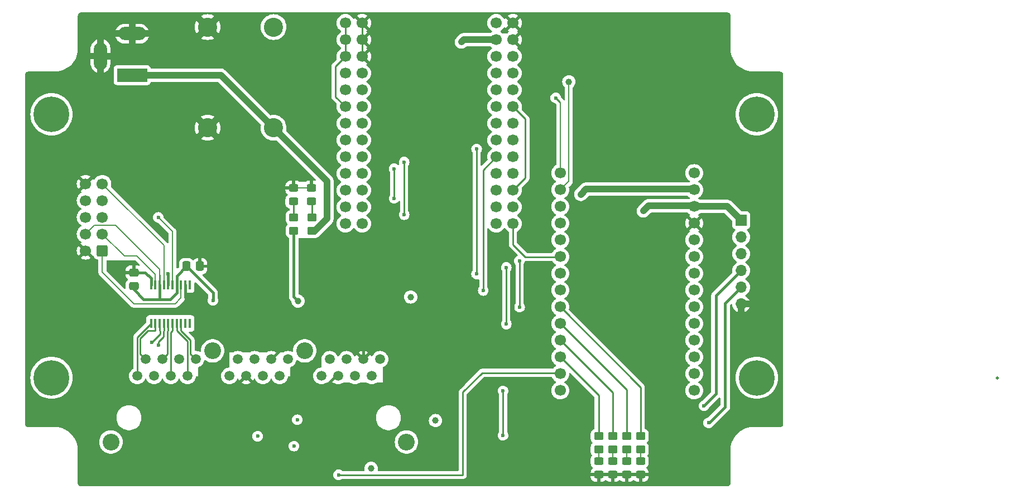
<source format=gbr>
%TF.GenerationSoftware,KiCad,Pcbnew,8.0.0*%
%TF.CreationDate,2024-03-26T17:27:08+01:00*%
%TF.ProjectId,som-exp-host,736f6d2d-6578-4702-9d68-6f73742e6b69,rev?*%
%TF.SameCoordinates,Original*%
%TF.FileFunction,Copper,L1,Top*%
%TF.FilePolarity,Positive*%
%FSLAX46Y46*%
G04 Gerber Fmt 4.6, Leading zero omitted, Abs format (unit mm)*
G04 Created by KiCad (PCBNEW 8.0.0) date 2024-03-26 17:27:08*
%MOMM*%
%LPD*%
G01*
G04 APERTURE LIST*
G04 Aperture macros list*
%AMRoundRect*
0 Rectangle with rounded corners*
0 $1 Rounding radius*
0 $2 $3 $4 $5 $6 $7 $8 $9 X,Y pos of 4 corners*
0 Add a 4 corners polygon primitive as box body*
4,1,4,$2,$3,$4,$5,$6,$7,$8,$9,$2,$3,0*
0 Add four circle primitives for the rounded corners*
1,1,$1+$1,$2,$3*
1,1,$1+$1,$4,$5*
1,1,$1+$1,$6,$7*
1,1,$1+$1,$8,$9*
0 Add four rect primitives between the rounded corners*
20,1,$1+$1,$2,$3,$4,$5,0*
20,1,$1+$1,$4,$5,$6,$7,0*
20,1,$1+$1,$6,$7,$8,$9,0*
20,1,$1+$1,$8,$9,$2,$3,0*%
G04 Aperture macros list end*
%TA.AperFunction,SMDPad,CuDef*%
%ADD10RoundRect,0.250000X-0.450000X0.350000X-0.450000X-0.350000X0.450000X-0.350000X0.450000X0.350000X0*%
%TD*%
%TA.AperFunction,ComponentPad*%
%ADD11C,5.400000*%
%TD*%
%TA.AperFunction,ComponentPad*%
%ADD12C,2.910000*%
%TD*%
%TA.AperFunction,SMDPad,CuDef*%
%ADD13RoundRect,0.250000X0.450000X-0.325000X0.450000X0.325000X-0.450000X0.325000X-0.450000X-0.325000X0*%
%TD*%
%TA.AperFunction,SMDPad,CuDef*%
%ADD14C,0.500000*%
%TD*%
%TA.AperFunction,SMDPad,CuDef*%
%ADD15RoundRect,0.250000X0.475000X-0.337500X0.475000X0.337500X-0.475000X0.337500X-0.475000X-0.337500X0*%
%TD*%
%TA.AperFunction,ComponentPad*%
%ADD16RoundRect,0.250000X0.600000X0.600000X-0.600000X0.600000X-0.600000X-0.600000X0.600000X-0.600000X0*%
%TD*%
%TA.AperFunction,ComponentPad*%
%ADD17C,1.700000*%
%TD*%
%TA.AperFunction,ComponentPad*%
%ADD18R,4.600000X2.000000*%
%TD*%
%TA.AperFunction,ComponentPad*%
%ADD19O,4.200000X2.000000*%
%TD*%
%TA.AperFunction,ComponentPad*%
%ADD20O,2.000000X4.200000*%
%TD*%
%TA.AperFunction,ComponentPad*%
%ADD21R,1.700000X1.700000*%
%TD*%
%TA.AperFunction,ComponentPad*%
%ADD22O,1.700000X1.700000*%
%TD*%
%TA.AperFunction,SMDPad,CuDef*%
%ADD23RoundRect,0.250000X0.450000X-0.350000X0.450000X0.350000X-0.450000X0.350000X-0.450000X-0.350000X0*%
%TD*%
%TA.AperFunction,SMDPad,CuDef*%
%ADD24RoundRect,0.250000X-0.450000X0.325000X-0.450000X-0.325000X0.450000X-0.325000X0.450000X0.325000X0*%
%TD*%
%TA.AperFunction,ComponentPad*%
%ADD25C,1.500000*%
%TD*%
%TA.AperFunction,ComponentPad*%
%ADD26C,2.550000*%
%TD*%
%TA.AperFunction,SMDPad,CuDef*%
%ADD27R,0.450000X1.475000*%
%TD*%
%TA.AperFunction,SMDPad,CuDef*%
%ADD28RoundRect,0.250000X-0.337500X-0.475000X0.337500X-0.475000X0.337500X0.475000X-0.337500X0.475000X0*%
%TD*%
%TA.AperFunction,ViaPad*%
%ADD29C,0.600000*%
%TD*%
%TA.AperFunction,ViaPad*%
%ADD30C,1.000000*%
%TD*%
%TA.AperFunction,Conductor*%
%ADD31C,0.217932*%
%TD*%
%TA.AperFunction,Conductor*%
%ADD32C,0.450000*%
%TD*%
%TA.AperFunction,Conductor*%
%ADD33C,1.016000*%
%TD*%
%TA.AperFunction,Conductor*%
%ADD34C,0.200000*%
%TD*%
%TA.AperFunction,Conductor*%
%ADD35C,0.228600*%
%TD*%
G04 APERTURE END LIST*
D10*
%TO.P,R3,1*%
%TO.N,/SUT_UART_RX_0*%
X179900000Y-115123400D03*
%TO.P,R3,2*%
%TO.N,Net-(LED3-A)*%
X179900000Y-117123400D03*
%TD*%
D11*
%TO.P,H2,1,1*%
%TO.N,unconnected-(H2-Pad1)*%
X197500000Y-66250000D03*
%TD*%
D12*
%TO.P,J3,1,1*%
%TO.N,VIN*%
X124192000Y-68300000D03*
%TO.P,J3,2,2*%
X124192000Y-53000000D03*
%TD*%
%TO.P,J2,1,1*%
%TO.N,GND*%
X114192000Y-68300000D03*
%TO.P,J2,2,2*%
X114192000Y-53000000D03*
%TD*%
D11*
%TO.P,H3,1,1*%
%TO.N,unconnected-(H3-Pad1)*%
X90500000Y-106250000D03*
%TD*%
D13*
%TO.P,LED6,1,K*%
%TO.N,GND*%
X173505000Y-120955000D03*
%TO.P,LED6,2,A*%
%TO.N,Net-(LED6-A)*%
X173505000Y-118905000D03*
%TD*%
D14*
%TO.P,REF\u002A\u002A,*%
%TO.N,*%
X234000000Y-106250000D03*
%TD*%
D15*
%TO.P,C7,1*%
%TO.N,3V3 FPGA*%
X103000000Y-92351700D03*
%TO.P,C7,2*%
%TO.N,GND*%
X103000000Y-90276700D03*
%TD*%
D11*
%TO.P,H4,1,1*%
%TO.N,unconnected-(H4-Pad1)*%
X197500000Y-106250000D03*
%TD*%
D13*
%TO.P,LED4,1,K*%
%TO.N,GND*%
X177765000Y-120955000D03*
%TO.P,LED4,2,A*%
%TO.N,Net-(LED4-A)*%
X177765000Y-118905000D03*
%TD*%
D16*
%TO.P,J7,1,Pin_1*%
%TO.N,/JTAG_TCK*%
X98226900Y-86950600D03*
D17*
%TO.P,J7,2,Pin_2*%
%TO.N,GND*%
X95686900Y-86950600D03*
%TO.P,J7,3,Pin_3*%
%TO.N,/JTAG_TDO*%
X98226900Y-84410600D03*
%TO.P,J7,4,Pin_4*%
%TO.N,3V3 FPGA*%
X95686900Y-84410600D03*
%TO.P,J7,5,Pin_5*%
%TO.N,/JTAG_TMS*%
X98226900Y-81870600D03*
%TO.P,J7,6,Pin_6*%
%TO.N,unconnected-(J7-Pin_6-Pad6)*%
X95686900Y-81870600D03*
%TO.P,J7,7,Pin_7*%
%TO.N,unconnected-(J7-Pin_7-Pad7)*%
X98226900Y-79330600D03*
%TO.P,J7,8,Pin_8*%
%TO.N,unconnected-(J7-Pin_8-Pad8)*%
X95686900Y-79330600D03*
%TO.P,J7,9,Pin_9*%
%TO.N,/JTAG_TDI*%
X98226900Y-76790600D03*
%TO.P,J7,10,Pin_10*%
%TO.N,GND*%
X95686900Y-76790600D03*
%TD*%
D18*
%TO.P,J5,1*%
%TO.N,VIN*%
X102750000Y-60300000D03*
D19*
%TO.P,J5,2*%
%TO.N,GND*%
X102750000Y-54000000D03*
D20*
%TO.P,J5,3*%
X97950000Y-57400000D03*
%TD*%
D21*
%TO.P,J6,1,Pin_1*%
%TO.N,3V3 FPGA*%
X195130800Y-82340000D03*
D22*
%TO.P,J6,2,Pin_2*%
%TO.N,/FPGA_GPIO_1*%
X195130800Y-84880000D03*
%TO.P,J6,3,Pin_3*%
%TO.N,/FPGA_GPIO_2*%
X195130800Y-87420000D03*
%TO.P,J6,4,Pin_4*%
%TO.N,/SUT_I2C_SDA*%
X195130800Y-89960000D03*
%TO.P,J6,5,Pin_5*%
%TO.N,/SUT_I2C_SCL*%
X195130800Y-92500000D03*
%TO.P,J6,6,Pin_6*%
%TO.N,GND*%
X195130800Y-95040000D03*
%TD*%
D23*
%TO.P,R1,1*%
%TO.N,VIN*%
X130014400Y-83919600D03*
%TO.P,R1,2*%
%TO.N,Net-(LED1-A)*%
X130014400Y-81919600D03*
%TD*%
D24*
%TO.P,LED1,1,K*%
%TO.N,GND*%
X129969400Y-77425600D03*
%TO.P,LED1,2,A*%
%TO.N,Net-(LED1-A)*%
X129969400Y-79475600D03*
%TD*%
D25*
%TO.P,J1,A1,A1*%
%TO.N,/LVDS_JTAG_TDO_N*%
X103524600Y-105970000D03*
%TO.P,J1,A2,A2*%
%TO.N,/LVDS_JTAG_TDO_P*%
X104794600Y-103430000D03*
%TO.P,J1,A3,A3*%
%TO.N,/LVDS_JTAG_TDI_N*%
X106064600Y-105970000D03*
%TO.P,J1,A4,A4*%
%TO.N,/LVDS_JTAG_TMS_N*%
X107334600Y-103430000D03*
%TO.P,J1,A5,A5*%
%TO.N,/LVDS_JTAG_TMS_P*%
X108604600Y-105970000D03*
%TO.P,J1,A6,A6*%
%TO.N,/LVDS_JTAG_TDI_P*%
X109874600Y-103430000D03*
%TO.P,J1,A7,A7*%
%TO.N,/LVDS_JTAG_TCK_N*%
X111144600Y-105970000D03*
%TO.P,J1,A8,A8*%
%TO.N,/LVDS_JTAG_TCK_P*%
X112414600Y-103430000D03*
%TO.P,J1,B1,B1*%
%TO.N,/RS485_UART_TX_0_P*%
X117494600Y-105970000D03*
%TO.P,J1,B2,B2*%
%TO.N,/RS485_UART_TX_0_N*%
X118764600Y-103430000D03*
%TO.P,J1,B3,B3*%
%TO.N,GND*%
X120034600Y-105970000D03*
%TO.P,J1,B4,B4*%
%TO.N,/RS485_UART_RX_0_N*%
X121304600Y-103430000D03*
%TO.P,J1,B5,B5*%
%TO.N,/RS485_UART_RX_0_P*%
X122574600Y-105970000D03*
%TO.P,J1,B6,B6*%
%TO.N,GND*%
X123844600Y-103430000D03*
%TO.P,J1,B7,B7*%
%TO.N,/CAN_I2C_SDA_N*%
X125114600Y-105970000D03*
%TO.P,J1,B8,B8*%
%TO.N,/CAN_I2C_SDA_P*%
X126384600Y-103430000D03*
%TO.P,J1,C1,C1*%
%TO.N,/RX485_UART_TX_1_P*%
X131464600Y-105970000D03*
%TO.P,J1,C2,C2*%
%TO.N,/RX485_UART_TX_1_N*%
X132734600Y-103430000D03*
%TO.P,J1,C3,C3*%
%TO.N,GND*%
X134004600Y-105970000D03*
%TO.P,J1,C4,C4*%
%TO.N,/RS485_UART_RX_1_N*%
X135274600Y-103430000D03*
%TO.P,J1,C5,C5*%
%TO.N,/RS485_UART_RX_1_P*%
X136544600Y-105970000D03*
%TO.P,J1,C6,C6*%
%TO.N,GND*%
X137814600Y-103430000D03*
%TO.P,J1,C7,C7*%
%TO.N,/CAN_I2C_SCL_N*%
X139084600Y-105970000D03*
%TO.P,J1,C8,C8*%
%TO.N,/CAN_I2C_SCL_P*%
X140354600Y-103430000D03*
D26*
%TO.P,J1,MH3,MH3*%
%TO.N,unconnected-(J1-PadMH3)*%
X99519600Y-116000000D03*
%TO.P,J1,MH4,MH4*%
%TO.N,unconnected-(J1-PadMH4)*%
X144359600Y-116000000D03*
%TO.P,J1,MH5,MH5*%
%TO.N,unconnected-(J1-PadMH5)*%
X114954600Y-102160000D03*
%TO.P,J1,MH6,MH6*%
%TO.N,unconnected-(J1-PadMH6)*%
X128924600Y-102160000D03*
%TD*%
D27*
%TO.P,U14,1,1D*%
%TO.N,unconnected-(U14-1D-Pad1)*%
X111464400Y-92124000D03*
%TO.P,U14,2,GND_1*%
%TO.N,GND*%
X110814400Y-92124000D03*
%TO.P,U14,3,2D*%
%TO.N,/JTAG_TCK*%
X110164400Y-92124000D03*
%TO.P,U14,4,VCC_1*%
%TO.N,3V3 FPGA*%
X109514400Y-92124000D03*
%TO.P,U14,5,3D*%
%TO.N,/JTAG_TMS*%
X108864400Y-92124000D03*
%TO.P,U14,6,GND_2*%
%TO.N,GND*%
X108214400Y-92124000D03*
%TO.P,U14,7,4D*%
%TO.N,/JTAG_TDI*%
X107564400Y-92124000D03*
%TO.P,U14,8,VCC_2*%
%TO.N,3V3 FPGA*%
X106914400Y-92124000D03*
%TO.P,U14,9,5R*%
%TO.N,/JTAG_TDO*%
X106264400Y-92124000D03*
%TO.P,U14,10,GND_3*%
%TO.N,GND*%
X105614400Y-92124000D03*
%TO.P,U14,11,5B*%
%TO.N,/LVDS_JTAG_TDO_N*%
X105614400Y-98000000D03*
%TO.P,U14,12,5A*%
%TO.N,/LVDS_JTAG_TDO_P*%
X106264400Y-98000000D03*
%TO.P,U14,13,4Z*%
%TO.N,/LVDS_JTAG_TDI_N*%
X106914400Y-98000000D03*
%TO.P,U14,14,4Y*%
%TO.N,/LVDS_JTAG_TDI_P*%
X107564400Y-98000000D03*
%TO.P,U14,15,3Z*%
%TO.N,/LVDS_JTAG_TMS_N*%
X108214400Y-98000000D03*
%TO.P,U14,16,3Y*%
%TO.N,/LVDS_JTAG_TMS_P*%
X108864400Y-98000000D03*
%TO.P,U14,17,2Z*%
%TO.N,/LVDS_JTAG_TCK_N*%
X109514400Y-98000000D03*
%TO.P,U14,18,2Y*%
%TO.N,/LVDS_JTAG_TCK_P*%
X110164400Y-98000000D03*
%TO.P,U14,19,1Z*%
%TO.N,unconnected-(U14-1Z-Pad19)*%
X110814400Y-98000000D03*
%TO.P,U14,20,1Y*%
%TO.N,unconnected-(U14-1Y-Pad20)*%
X111464400Y-98000000D03*
%TD*%
D28*
%TO.P,C6,1*%
%TO.N,3V3 FPGA*%
X110962500Y-89314200D03*
%TO.P,C6,2*%
%TO.N,GND*%
X113037500Y-89314200D03*
%TD*%
D10*
%TO.P,R4,1*%
%TO.N,/SUT_UART_TX_0*%
X177770000Y-115123400D03*
%TO.P,R4,2*%
%TO.N,Net-(LED4-A)*%
X177770000Y-117123400D03*
%TD*%
D17*
%TO.P,U2,CN2-1,GND*%
%TO.N,GND*%
X137627000Y-52378000D03*
%TO.P,U2,CN2-2,3V3*%
%TO.N,Net-(U2-3V3-PadCN2-2)*%
X135087000Y-52378000D03*
%TO.P,U2,CN2-3,GND*%
%TO.N,GND*%
X137627000Y-54918000D03*
%TO.P,U2,CN2-4,3V3*%
%TO.N,Net-(U2-3V3-PadCN2-2)*%
X135087000Y-54918000D03*
%TO.P,U2,CN2-5,GND*%
%TO.N,GND*%
X137627000Y-57458000D03*
%TO.P,U2,CN2-6,3V3*%
%TO.N,Net-(U2-3V3-PadCN2-2)*%
X135087000Y-57458000D03*
%TO.P,U2,CN2-7,~{RESET}*%
%TO.N,unconnected-(U2-~{RESET}-PadCN2-7)*%
X137627000Y-59998000D03*
%TO.P,U2,CN2-8,AD0*%
%TO.N,/FTDI_UART_TX_0*%
X135087000Y-59998000D03*
%TO.P,U2,CN2-9,AD1*%
%TO.N,/FTDI_UART_RX_0*%
X137627000Y-62538000D03*
%TO.P,U2,CN2-10,AD2*%
%TO.N,unconnected-(U2-AD2-PadCN2-10)*%
X135087000Y-62538000D03*
%TO.P,U2,CN2-11,AD3*%
%TO.N,unconnected-(U2-AD3-PadCN2-11)*%
X137627000Y-65078000D03*
%TO.P,U2,CN2-12,VIO*%
%TO.N,Net-(U2-3V3-PadCN2-2)*%
X135087000Y-65078000D03*
%TO.P,U2,CN2-13,AD4*%
%TO.N,unconnected-(U2-AD4-PadCN2-13)*%
X137627000Y-67618000D03*
%TO.P,U2,CN2-14,AD5*%
%TO.N,unconnected-(U2-AD5-PadCN2-14)*%
X135087000Y-67618000D03*
%TO.P,U2,CN2-15,AD6*%
%TO.N,unconnected-(U2-AD6-PadCN2-15)*%
X137627000Y-70158000D03*
%TO.P,U2,CN2-16,AD7*%
%TO.N,unconnected-(U2-AD7-PadCN2-16)*%
X135087000Y-70158000D03*
%TO.P,U2,CN2-17,BD0*%
%TO.N,/FTDI_UART_TX_1*%
X137627000Y-72698000D03*
%TO.P,U2,CN2-18,BD1*%
%TO.N,/FTDI_UART_RX_1*%
X135087000Y-72698000D03*
%TO.P,U2,CN2-19,BD2*%
%TO.N,unconnected-(U2-BD2-PadCN2-19)*%
X137627000Y-75238000D03*
%TO.P,U2,CN2-20,BD3*%
%TO.N,unconnected-(U2-BD3-PadCN2-20)*%
X135087000Y-75238000D03*
%TO.P,U2,CN2-21,BD4*%
%TO.N,unconnected-(U2-BD4-PadCN2-21)*%
X137627000Y-77778000D03*
%TO.P,U2,CN2-22,N/A*%
%TO.N,unconnected-(U2-N{slash}A-PadCN2-22)*%
X135087000Y-77778000D03*
%TO.P,U2,CN2-23,BD5*%
%TO.N,unconnected-(U2-BD5-PadCN2-23)*%
X137627000Y-80318000D03*
%TO.P,U2,CN2-24,BD6*%
%TO.N,unconnected-(U2-BD6-PadCN2-24)*%
X135087000Y-80318000D03*
%TO.P,U2,CN2-25,BD7*%
%TO.N,unconnected-(U2-BD7-PadCN2-25)*%
X137627000Y-82858000D03*
%TO.P,U2,CN2-26,~{SUSPEND}*%
%TO.N,unconnected-(U2-~{SUSPEND}-PadCN2-26)*%
X135087000Y-82858000D03*
%TO.P,U2,CN3-1,GND*%
%TO.N,GND*%
X160517000Y-52378000D03*
%TO.P,U2,CN3-2,VBUS*%
%TO.N,unconnected-(U2-VBUS-PadCN3-2)*%
X157977000Y-52378000D03*
%TO.P,U2,CN3-3,GND*%
%TO.N,GND*%
X160517000Y-54918000D03*
%TO.P,U2,CN3-4,VCC*%
%TO.N,VIN*%
X157977000Y-54918000D03*
%TO.P,U2,CN3-5,CLK*%
%TO.N,unconnected-(U2-CLK-PadCN3-5)*%
X160517000Y-57458000D03*
%TO.P,U2,CN3-6,CS*%
%TO.N,unconnected-(U2-CS-PadCN3-6)*%
X157977000Y-57458000D03*
%TO.P,U2,CN3-7,~{PWREN}*%
%TO.N,unconnected-(U2-~{PWREN}-PadCN3-7)*%
X160517000Y-59998000D03*
%TO.P,U2,CN3-8,DATA*%
%TO.N,unconnected-(U2-DATA-PadCN3-8)*%
X157977000Y-59998000D03*
%TO.P,U2,CN3-9,DD6*%
%TO.N,unconnected-(U2-DD6-PadCN3-9)*%
X160517000Y-62538000D03*
%TO.P,U2,CN3-10,DD7*%
%TO.N,unconnected-(U2-DD7-PadCN3-10)*%
X157977000Y-62538000D03*
%TO.P,U2,CN3-11,VIO*%
%TO.N,Net-(U2-3V3-PadCN2-2)*%
X160517000Y-65078000D03*
%TO.P,U2,CN3-12,DD5*%
%TO.N,unconnected-(U2-DD5-PadCN3-12)*%
X157977000Y-65078000D03*
%TO.P,U2,CN3-13,DD3*%
%TO.N,unconnected-(U2-DD3-PadCN3-13)*%
X160517000Y-67618000D03*
%TO.P,U2,CN3-14,DD4*%
%TO.N,unconnected-(U2-DD4-PadCN3-14)*%
X157977000Y-67618000D03*
%TO.P,U2,CN3-15,DD1*%
%TO.N,/FTDI_UART_CMD_RX*%
X160517000Y-70158000D03*
%TO.P,U2,CN3-16,DD2*%
%TO.N,unconnected-(U2-DD2-PadCN3-16)*%
X157977000Y-70158000D03*
%TO.P,U2,CN3-17,CD7*%
%TO.N,unconnected-(U2-CD7-PadCN3-17)*%
X160517000Y-72698000D03*
%TO.P,U2,CN3-18,DD0*%
%TO.N,/FTDI_UART_CMD_TX*%
X157977000Y-72698000D03*
%TO.P,U2,CN3-19,CD5*%
%TO.N,unconnected-(U2-CD5-PadCN3-19)*%
X160517000Y-75238000D03*
%TO.P,U2,CN3-20,CD6*%
%TO.N,unconnected-(U2-CD6-PadCN3-20)*%
X157977000Y-75238000D03*
%TO.P,U2,CN3-21,VIO*%
%TO.N,Net-(U2-3V3-PadCN2-2)*%
X160517000Y-77778000D03*
%TO.P,U2,CN3-22,CD4*%
%TO.N,unconnected-(U2-CD4-PadCN3-22)*%
X157977000Y-77778000D03*
%TO.P,U2,CN3-23,CD2*%
%TO.N,unconnected-(U2-CD2-PadCN3-23)*%
X160517000Y-80318000D03*
%TO.P,U2,CN3-24,CD3*%
%TO.N,unconnected-(U2-CD3-PadCN3-24)*%
X157977000Y-80318000D03*
%TO.P,U2,CN3-25,CD0*%
%TO.N,/FTDI_UART_CURR_TX*%
X160517000Y-82858000D03*
%TO.P,U2,CN3-26,CD1*%
%TO.N,/FTDI_UART_CURR_RX*%
X157977000Y-82858000D03*
%TD*%
%TO.P,U1,1,C20*%
%TO.N,/FTDI_UART_RX_0*%
X167680000Y-75160000D03*
%TO.P,U1,2,V20*%
%TO.N,/FTDI_UART_TX_0*%
X167680000Y-77700000D03*
%TO.P,U1,3,V19*%
%TO.N,/FTDI_UART_RX_1*%
X167680000Y-80240000D03*
%TO.P,U1,4,T19*%
%TO.N,/FTDI_UART_TX_1*%
X167680000Y-82780000D03*
%TO.P,U1,5,U19*%
%TO.N,/FTDI_UART_CURR_RX*%
X167680000Y-85320000D03*
%TO.P,U1,6,T20*%
%TO.N,/FTDI_UART_CURR_TX*%
X167680000Y-87860000D03*
%TO.P,U1,7,P20*%
%TO.N,/FTDI_UART_CMD_RX*%
X167680000Y-90400000D03*
%TO.P,U1,8,R20*%
%TO.N,/FTDI_UART_CMD_TX*%
X167680000Y-92940000D03*
%TO.P,U1,9,R15*%
%TO.N,/SUT_UART_RX_0*%
X167680000Y-95480000D03*
%TO.P,U1,10,N20*%
%TO.N,/SUT_UART_TX_0*%
X167680000Y-98020000D03*
%TO.P,U1,11,M19*%
%TO.N,/SUT_UART_RX_1*%
X167680000Y-100560000D03*
%TO.P,U1,12,M17*%
%TO.N,/SUT_UART_TX_1*%
X167680000Y-103100000D03*
%TO.P,U1,13,H17*%
%TO.N,/SUT_I2C_SDA*%
X167680000Y-105640000D03*
%TO.P,U1,14,G18*%
%TO.N,/SUT_I2C_SCL*%
X167680000Y-108180000D03*
%TO.P,U1,15,H19*%
%TO.N,unconnected-(U1-H19-Pad15)*%
X188000000Y-108180000D03*
%TO.P,U1,16,L19*%
%TO.N,unconnected-(U1-L19-Pad16)*%
X188000000Y-105640000D03*
%TO.P,U1,17,L20*%
%TO.N,unconnected-(U1-L20-Pad17)*%
X188000000Y-103100000D03*
%TO.P,U1,18,P15*%
%TO.N,unconnected-(U1-P15-Pad18)*%
X188000000Y-100560000D03*
%TO.P,U1,19,N15*%
%TO.N,unconnected-(U1-N15-Pad19)*%
X188000000Y-98020000D03*
%TO.P,U1,20,A20*%
%TO.N,unconnected-(U1-A20-Pad20)*%
X188000000Y-95480000D03*
%TO.P,U1,21,A19*%
%TO.N,unconnected-(U1-A19-Pad21)*%
X188000000Y-92940000D03*
%TO.P,U1,22,F18*%
%TO.N,/FPGA_GPIO_2*%
X188000000Y-90400000D03*
%TO.P,U1,23,G16*%
%TO.N,/FPGA_GPIO_1*%
X188000000Y-87860000D03*
%TO.P,U1,24,~{RESET}*%
%TO.N,unconnected-(U1-~{RESET}-Pad24)*%
X188000000Y-85320000D03*
%TO.P,U1,25,GND*%
%TO.N,GND*%
X188000000Y-82780000D03*
%TO.P,U1,26,3V3*%
%TO.N,3V3 FPGA*%
X188000000Y-80240000D03*
%TO.P,U1,27,VIN*%
%TO.N,VIN*%
X188000000Y-77700000D03*
%TO.P,U1,28,5V*%
%TO.N,unconnected-(U1-5V-Pad28)*%
X188000000Y-75160000D03*
%TD*%
D10*
%TO.P,R6,1*%
%TO.N,/SUT_UART_TX_1*%
X173510000Y-115123400D03*
%TO.P,R6,2*%
%TO.N,Net-(LED6-A)*%
X173510000Y-117123400D03*
%TD*%
D13*
%TO.P,LED3,1,K*%
%TO.N,GND*%
X179895000Y-120955000D03*
%TO.P,LED3,2,A*%
%TO.N,Net-(LED3-A)*%
X179895000Y-118905000D03*
%TD*%
D10*
%TO.P,R5,1*%
%TO.N,/SUT_UART_RX_1*%
X175640000Y-115123400D03*
%TO.P,R5,2*%
%TO.N,Net-(LED5-A)*%
X175640000Y-117123400D03*
%TD*%
D23*
%TO.P,R2,1*%
%TO.N,3V3 FPGA*%
X127242582Y-83919600D03*
%TO.P,R2,2*%
%TO.N,Net-(LED2-A)*%
X127242582Y-81919600D03*
%TD*%
D11*
%TO.P,H1,1,1*%
%TO.N,unconnected-(H1-Pad1)*%
X90500000Y-66250000D03*
%TD*%
D24*
%TO.P,LED2,1,K*%
%TO.N,GND*%
X127197582Y-77425600D03*
%TO.P,LED2,2,A*%
%TO.N,Net-(LED2-A)*%
X127197582Y-79475600D03*
%TD*%
D13*
%TO.P,LED5,1,K*%
%TO.N,GND*%
X175635000Y-120955000D03*
%TO.P,LED5,2,A*%
%TO.N,Net-(LED5-A)*%
X175635000Y-118905000D03*
%TD*%
D29*
%TO.N,/SUT_UART_TX_0*%
X159500000Y-89500000D03*
X159500000Y-98100000D03*
%TO.N,/SUT_UART_RX_0*%
X161500000Y-88500000D03*
X161524600Y-95524600D03*
%TO.N,3V3 FPGA*%
X121789800Y-115130000D03*
D30*
X145000000Y-94000000D03*
X148750000Y-112750000D03*
X180298800Y-80904600D03*
D29*
X115000000Y-94500000D03*
X127789800Y-112630000D03*
D30*
X127900000Y-94600000D03*
D29*
X127289800Y-116630000D03*
D30*
X139000000Y-120014300D03*
D29*
%TO.N,/SUT_I2C_SDA*%
X134050000Y-121000000D03*
X189500000Y-110500000D03*
%TO.N,/LVDS_JTAG_TDI_N*%
X105709792Y-100889166D03*
%TO.N,/LVDS_JTAG_TDI_P*%
X106700000Y-101300000D03*
%TO.N,/SUT_I2C_SCL*%
X159000000Y-115000000D03*
X190200000Y-113100000D03*
X159000000Y-108250000D03*
%TO.N,/FTDI_UART_RX_1*%
X142500000Y-79000000D03*
X142500000Y-74500000D03*
%TO.N,/FTDI_UART_CMD_TX*%
X156000000Y-93000000D03*
%TO.N,/FTDI_UART_CMD_RX*%
X155000000Y-90500000D03*
X155000000Y-71500000D03*
%TO.N,/FTDI_UART_RX_0*%
X167000000Y-63750000D03*
D30*
%TO.N,/FTDI_UART_TX_0*%
X169000000Y-61300000D03*
D29*
%TO.N,/FTDI_UART_TX_1*%
X144000000Y-81500000D03*
X144000000Y-73500000D03*
D30*
%TO.N,GND*%
X125500000Y-100750000D03*
X169700000Y-114950000D03*
X147500000Y-60000000D03*
X131400000Y-108200000D03*
X114200000Y-97400000D03*
D29*
X125069400Y-77400600D03*
D30*
X174798800Y-61404600D03*
D29*
X108700000Y-75700000D03*
X108214400Y-90439200D03*
D30*
X150000000Y-72000000D03*
X112950000Y-108950000D03*
X131500000Y-114900000D03*
X139250000Y-98700000D03*
X94500000Y-97600000D03*
D29*
X125500000Y-91900000D03*
D30*
X175300000Y-98800000D03*
X115500000Y-87000000D03*
X142000000Y-72000000D03*
D29*
X101000000Y-90314200D03*
D30*
%TO.N,VIN*%
X170798800Y-78404600D03*
X152700000Y-55250000D03*
D29*
%TO.N,/JTAG_TMS*%
X106700000Y-81900000D03*
%TD*%
D31*
%TO.N,/SUT_UART_TX_0*%
X159500000Y-90500000D02*
X159500000Y-89500000D01*
X159500000Y-98100000D02*
X159500000Y-90500000D01*
X177770000Y-108110000D02*
X177770000Y-115123400D01*
X167680000Y-98020000D02*
X177770000Y-108110000D01*
%TO.N,/SUT_UART_RX_0*%
X161524600Y-95524600D02*
X161500000Y-95500000D01*
X179900000Y-107700000D02*
X179900000Y-115123400D01*
X161500000Y-95500000D02*
X161500000Y-88500000D01*
X167680000Y-95480000D02*
X179900000Y-107700000D01*
%TO.N,/SUT_UART_RX_1*%
X175640000Y-108520000D02*
X175640000Y-115123400D01*
X167680000Y-100560000D02*
X175640000Y-108520000D01*
%TO.N,/SUT_UART_TX_1*%
X167680000Y-103100000D02*
X173510000Y-108930000D01*
X173510000Y-108930000D02*
X173510000Y-115123400D01*
D32*
%TO.N,3V3 FPGA*%
X115000000Y-94500000D02*
X115000000Y-93351700D01*
D33*
X181038800Y-80164600D02*
X187924600Y-80164600D01*
D32*
X104481250Y-94314200D02*
X106914400Y-94314200D01*
X109514400Y-93311500D02*
X108511700Y-94314200D01*
D33*
X188000000Y-80240000D02*
X193030800Y-80240000D01*
D34*
X106914400Y-89814400D02*
X106914400Y-90642692D01*
D35*
X106914400Y-92124000D02*
X106914400Y-90642692D01*
D33*
X187924600Y-80164600D02*
X188000000Y-80240000D01*
D32*
X106914400Y-94314200D02*
X106914400Y-92124000D01*
X109514400Y-90762300D02*
X110962500Y-89314200D01*
X127242582Y-83919600D02*
X127242582Y-93942582D01*
X115000000Y-93351700D02*
X110962500Y-89314200D01*
X103000000Y-92351700D02*
X103000000Y-92832950D01*
X127242582Y-93942582D02*
X127900000Y-94600000D01*
X109514400Y-92124000D02*
X109514400Y-93311500D01*
D34*
X95686900Y-84410600D02*
X96997500Y-83100000D01*
D33*
X180298800Y-80904600D02*
X181038800Y-80164600D01*
D32*
X103000000Y-92832950D02*
X104481250Y-94314200D01*
D34*
X96997500Y-83100000D02*
X100200000Y-83100000D01*
X100200000Y-83100000D02*
X106914400Y-89814400D01*
D33*
X193030800Y-80240000D02*
X195130800Y-82340000D01*
D32*
X108511700Y-94314200D02*
X106914400Y-94314200D01*
X109514400Y-92124000D02*
X109514400Y-90762300D01*
D31*
%TO.N,/SUT_I2C_SDA*%
X155850000Y-105500000D02*
X167540000Y-105500000D01*
D32*
X189500000Y-110500000D02*
X191300000Y-108700000D01*
X191300000Y-108700000D02*
X191300000Y-93790800D01*
D31*
X152900000Y-121000000D02*
X152900000Y-108450000D01*
D32*
X191300000Y-93790800D02*
X195130800Y-89960000D01*
D31*
X167540000Y-105500000D02*
X167680000Y-105640000D01*
X134050000Y-121000000D02*
X152900000Y-121000000D01*
X152900000Y-108450000D02*
X155850000Y-105500000D01*
%TO.N,/LVDS_JTAG_TDI_N*%
X107014400Y-99206251D02*
X107014400Y-99585600D01*
X107014400Y-99585600D02*
X105710834Y-100889166D01*
X105710834Y-100889166D02*
X105709792Y-100889166D01*
X106914400Y-98000000D02*
X106914400Y-99106251D01*
X106914400Y-99106251D02*
X107014400Y-99206251D01*
%TO.N,/LVDS_JTAG_TDO_P*%
X103974601Y-100289799D02*
X103974601Y-102610001D01*
X106250000Y-98014400D02*
X106250000Y-99100000D01*
X106264400Y-98000000D02*
X106250000Y-98014400D01*
X106250000Y-99100000D02*
X105164400Y-99100000D01*
X103974601Y-102610001D02*
X104794600Y-103430000D01*
X105164400Y-99100000D02*
X103974601Y-100289799D01*
%TO.N,/LVDS_JTAG_TDO_N*%
X105614400Y-98000000D02*
X105614400Y-98013603D01*
X103524600Y-100103403D02*
X103524600Y-105970000D01*
X105614400Y-98013603D02*
X103524600Y-100103403D01*
%TO.N,/LVDS_JTAG_TCK_N*%
X109514400Y-99106251D02*
X111144600Y-100736451D01*
X109514400Y-98000000D02*
X109514400Y-99106251D01*
X111144600Y-100736451D02*
X111144600Y-105970000D01*
%TO.N,/LVDS_JTAG_TCK_P*%
X111600000Y-102615400D02*
X112414600Y-103430000D01*
X111600000Y-100541851D02*
X111600000Y-102615400D01*
X110164400Y-99106251D02*
X111600000Y-100541851D01*
X110164400Y-98000000D02*
X110164400Y-99106251D01*
%TO.N,/LVDS_JTAG_TMS_N*%
X108100000Y-99220651D02*
X108100000Y-102664600D01*
X108100000Y-102664600D02*
X107334600Y-103430000D01*
X108214400Y-99106251D02*
X108100000Y-99220651D01*
X108214400Y-98000000D02*
X108214400Y-99106251D01*
%TO.N,/LVDS_JTAG_TDI_P*%
X107464400Y-100053800D02*
X107464400Y-99206251D01*
X106700000Y-101300000D02*
X106700000Y-100818200D01*
X107564400Y-99106251D02*
X107564400Y-98000000D01*
X107464400Y-99206251D02*
X107564400Y-99106251D01*
X106700000Y-100818200D02*
X107464400Y-100053800D01*
%TO.N,/LVDS_JTAG_TMS_P*%
X108864400Y-99106251D02*
X108604600Y-99366051D01*
X108604600Y-99366051D02*
X108604600Y-105970000D01*
X108864400Y-98000000D02*
X108864400Y-99106251D01*
D35*
%TO.N,/SUT_I2C_SCL*%
X159000000Y-108250000D02*
X159000000Y-115000000D01*
D32*
X192700000Y-94930800D02*
X195130800Y-92500000D01*
X192700000Y-110700000D02*
X192700000Y-94930800D01*
X190200000Y-113100000D02*
X190300000Y-113100000D01*
X190300000Y-113100000D02*
X192700000Y-110700000D01*
D35*
%TO.N,Net-(LED1-A)*%
X130014400Y-81919600D02*
X130014400Y-79520600D01*
%TO.N,Net-(LED2-A)*%
X127242582Y-81919600D02*
X127242582Y-79520600D01*
D34*
%TO.N,Net-(LED3-A)*%
X179900000Y-117123400D02*
X179900000Y-118900000D01*
%TO.N,Net-(LED4-A)*%
X177770000Y-117123400D02*
X177770000Y-118900000D01*
%TO.N,Net-(LED5-A)*%
X175640000Y-117123400D02*
X175640000Y-118900000D01*
%TO.N,Net-(LED6-A)*%
X173510000Y-117123400D02*
X173510000Y-118900000D01*
D31*
%TO.N,/FTDI_UART_RX_1*%
X142500000Y-79000000D02*
X142500000Y-78000000D01*
X142500000Y-78000000D02*
X142500000Y-74500000D01*
%TO.N,/FTDI_UART_CMD_TX*%
X156000000Y-93000000D02*
X156000000Y-74675000D01*
X156000000Y-74675000D02*
X157977000Y-72698000D01*
%TO.N,/FTDI_UART_CMD_RX*%
X155000000Y-90500000D02*
X155000000Y-71500000D01*
D34*
%TO.N,/FTDI_UART_RX_0*%
X167680000Y-64430000D02*
X167680000Y-75160000D01*
X167625000Y-64375000D02*
X167680000Y-64430000D01*
D31*
X167000000Y-63750000D02*
X167625000Y-64375000D01*
%TO.N,/FTDI_UART_CURR_TX*%
X162404600Y-87904600D02*
X160517000Y-86017000D01*
X160517000Y-86017000D02*
X160517000Y-82858000D01*
X167635400Y-87904600D02*
X162404600Y-87904600D01*
X167680000Y-87860000D02*
X167635400Y-87904600D01*
D34*
%TO.N,/FTDI_UART_TX_0*%
X169000000Y-61300000D02*
X169000000Y-76380000D01*
X169000000Y-76380000D02*
X167680000Y-77700000D01*
D31*
%TO.N,/FTDI_UART_TX_1*%
X144000000Y-80500000D02*
X144000000Y-73500000D01*
X144000000Y-81500000D02*
X144000000Y-80500000D01*
D32*
%TO.N,GND*%
X177765000Y-120955000D02*
X175635000Y-120955000D01*
D34*
X127197582Y-77425600D02*
X125094400Y-77425600D01*
D32*
X105614400Y-92124000D02*
X105614400Y-91178600D01*
X133630000Y-105970000D02*
X134004600Y-105970000D01*
D33*
X101600000Y-57400000D02*
X97950000Y-57400000D01*
D32*
X131400000Y-108200000D02*
X133630000Y-105970000D01*
X137814600Y-100135400D02*
X137814600Y-103430000D01*
D31*
X137627000Y-52378000D02*
X137627000Y-54918000D01*
D32*
X139250000Y-98700000D02*
X137814600Y-100135400D01*
X108214400Y-90439200D02*
X108214400Y-92124000D01*
X101037500Y-90276700D02*
X101000000Y-90314200D01*
X169700000Y-118500000D02*
X172155000Y-120955000D01*
X104712500Y-90276700D02*
X103000000Y-90276700D01*
X169700000Y-114950000D02*
X169700000Y-118500000D01*
X125500000Y-101750000D02*
X123844600Y-103405400D01*
X103000000Y-90276700D02*
X101037500Y-90276700D01*
X125500000Y-100750000D02*
X125500000Y-101750000D01*
X172155000Y-120955000D02*
X173505000Y-120955000D01*
X131400000Y-108200000D02*
X131400000Y-108200000D01*
D34*
X125094400Y-77425600D02*
X125069400Y-77400600D01*
D32*
X113037500Y-89314200D02*
X115000000Y-89314200D01*
X105614400Y-91178600D02*
X104712500Y-90276700D01*
X114200000Y-97400000D02*
X110814400Y-94014400D01*
X175635000Y-120955000D02*
X173505000Y-120955000D01*
D33*
X102750000Y-56250000D02*
X101600000Y-57400000D01*
X102750000Y-54000000D02*
X102750000Y-56250000D01*
D32*
X110814400Y-94014400D02*
X110814400Y-92124000D01*
X179895000Y-120955000D02*
X177765000Y-120955000D01*
D31*
X137627000Y-54918000D02*
X137627000Y-57458000D01*
D32*
X123844600Y-103405400D02*
X123844600Y-103430000D01*
D34*
X129969400Y-77425600D02*
X127197582Y-77425600D01*
D32*
X139250000Y-98700000D02*
X139400000Y-98550000D01*
D33*
%TO.N,VIN*%
X157977000Y-54918000D02*
X153032000Y-54918000D01*
X188000000Y-77700000D02*
X187924600Y-77624600D01*
X171578800Y-77624600D02*
X170798800Y-78404600D01*
X130480400Y-83919600D02*
X130014400Y-83919600D01*
X132300000Y-76408000D02*
X132300000Y-82100000D01*
X187924600Y-77624600D02*
X171578800Y-77624600D01*
X116192000Y-60300000D02*
X124192000Y-68300000D01*
X124192000Y-68300000D02*
X132300000Y-76408000D01*
X132300000Y-82100000D02*
X130480400Y-83919600D01*
X153032000Y-54918000D02*
X152700000Y-55250000D01*
X102750000Y-60300000D02*
X116192000Y-60300000D01*
D34*
%TO.N,/JTAG_TDO*%
X101541100Y-87724800D02*
X98226900Y-84410600D01*
X106264400Y-90578600D02*
X103410600Y-87724800D01*
X103410600Y-87724800D02*
X101541100Y-87724800D01*
X106264400Y-92124000D02*
X106264400Y-90578600D01*
%TO.N,/JTAG_TDI*%
X107564400Y-92124000D02*
X107564400Y-86128100D01*
X107564400Y-86128100D02*
X98226900Y-76790600D01*
%TO.N,/JTAG_TCK*%
X103000000Y-95000000D02*
X98226900Y-90226900D01*
X109284181Y-95000000D02*
X103000000Y-95000000D01*
X98226900Y-90226900D02*
X98226900Y-86950600D01*
X110164400Y-94119781D02*
X109284181Y-95000000D01*
X110164400Y-92124000D02*
X110164400Y-94119781D01*
%TO.N,/JTAG_TMS*%
X108864400Y-84064400D02*
X108864400Y-92124000D01*
X106700000Y-81900000D02*
X108864400Y-84064400D01*
D31*
%TO.N,Net-(U2-3V3-PadCN2-2)*%
X160517000Y-77778000D02*
X162400000Y-75895000D01*
X133600000Y-63591000D02*
X135087000Y-65078000D01*
X135087000Y-54918000D02*
X135087000Y-57458000D01*
X135087000Y-57458000D02*
X133600000Y-58945000D01*
X162400000Y-66961000D02*
X160517000Y-65078000D01*
X135087000Y-52378000D02*
X135087000Y-54918000D01*
X133600000Y-58945000D02*
X133600000Y-63591000D01*
X162400000Y-75895000D02*
X162400000Y-66961000D01*
%TD*%
%TA.AperFunction,Conductor*%
%TO.N,GND*%
G36*
X160051075Y-52570993D02*
G01*
X160116901Y-52685007D01*
X160209993Y-52778099D01*
X160324007Y-52843925D01*
X160387590Y-52860962D01*
X159755625Y-53492925D01*
X159832031Y-53546425D01*
X159875655Y-53601002D01*
X159882848Y-53670501D01*
X159851326Y-53732855D01*
X159832029Y-53749576D01*
X159755625Y-53803072D01*
X159754700Y-53813644D01*
X159774357Y-53849642D01*
X159769373Y-53919334D01*
X159727501Y-53975267D01*
X159662037Y-53999684D01*
X159653191Y-54000000D01*
X159020258Y-54000000D01*
X158953219Y-53980315D01*
X158932577Y-53963681D01*
X158848402Y-53879506D01*
X158848396Y-53879501D01*
X158662842Y-53749575D01*
X158619217Y-53694998D01*
X158612023Y-53625500D01*
X158643546Y-53563145D01*
X158662842Y-53546425D01*
X158685026Y-53530891D01*
X158848401Y-53416495D01*
X159015495Y-53249401D01*
X159145732Y-53063403D01*
X159200307Y-53019780D01*
X159269805Y-53012586D01*
X159332160Y-53044109D01*
X159348880Y-53063405D01*
X159402073Y-53139373D01*
X160034037Y-52507409D01*
X160051075Y-52570993D01*
G37*
%TD.AperFunction*%
%TA.AperFunction,Conductor*%
G36*
X194937807Y-94574075D02*
G01*
X194823793Y-94639901D01*
X194730701Y-94732993D01*
X194664875Y-94847007D01*
X194630800Y-94974174D01*
X194630800Y-94664000D01*
X194650485Y-94596961D01*
X194703289Y-94551206D01*
X194754800Y-94540000D01*
X195064974Y-94540000D01*
X194937807Y-94574075D01*
G37*
%TD.AperFunction*%
%TA.AperFunction,Conductor*%
G36*
X103252242Y-88419685D02*
G01*
X103272884Y-88436319D01*
X103868780Y-89032215D01*
X103902265Y-89093538D01*
X103897281Y-89163230D01*
X103855409Y-89219163D01*
X103789945Y-89243580D01*
X103742095Y-89237602D01*
X103627697Y-89199694D01*
X103627690Y-89199693D01*
X103524986Y-89189200D01*
X103250000Y-89189200D01*
X103250000Y-90402700D01*
X103230315Y-90469739D01*
X103177511Y-90515494D01*
X103126000Y-90526700D01*
X101775001Y-90526700D01*
X101775001Y-90664186D01*
X101785494Y-90766897D01*
X101840641Y-90933319D01*
X101840643Y-90933324D01*
X101932684Y-91082545D01*
X102056655Y-91206516D01*
X102056659Y-91206519D01*
X102059656Y-91208368D01*
X102061279Y-91210172D01*
X102062323Y-91210998D01*
X102062181Y-91211176D01*
X102106381Y-91260316D01*
X102117602Y-91329279D01*
X102089759Y-91393361D01*
X102059661Y-91419441D01*
X102056349Y-91421483D01*
X102056343Y-91421488D01*
X101932289Y-91545542D01*
X101840187Y-91694863D01*
X101840185Y-91694868D01*
X101816626Y-91765965D01*
X101785001Y-91861403D01*
X101785001Y-91861404D01*
X101785000Y-91861404D01*
X101774500Y-91964183D01*
X101774500Y-92625903D01*
X101754815Y-92692942D01*
X101702011Y-92738697D01*
X101632853Y-92748641D01*
X101569297Y-92719616D01*
X101562819Y-92713584D01*
X100327067Y-91477832D01*
X98875936Y-90026700D01*
X101775000Y-90026700D01*
X102750000Y-90026700D01*
X102750000Y-89189200D01*
X102475029Y-89189200D01*
X102475012Y-89189201D01*
X102372302Y-89199694D01*
X102205880Y-89254841D01*
X102205875Y-89254843D01*
X102056654Y-89346884D01*
X101932684Y-89470854D01*
X101840643Y-89620075D01*
X101840641Y-89620080D01*
X101785494Y-89786502D01*
X101785493Y-89786509D01*
X101775000Y-89889213D01*
X101775000Y-90026700D01*
X98875936Y-90026700D01*
X98863719Y-90014483D01*
X98830234Y-89953160D01*
X98827400Y-89926802D01*
X98827400Y-88524000D01*
X98847085Y-88456961D01*
X98899889Y-88411206D01*
X98951400Y-88400000D01*
X103185203Y-88400000D01*
X103252242Y-88419685D01*
G37*
%TD.AperFunction*%
%TA.AperFunction,Conductor*%
G36*
X193006922Y-50751280D02*
G01*
X193097266Y-50761459D01*
X193124331Y-50767636D01*
X193203540Y-50795352D01*
X193228553Y-50807398D01*
X193299606Y-50852043D01*
X193321313Y-50869355D01*
X193380644Y-50928686D01*
X193397957Y-50950395D01*
X193442600Y-51021444D01*
X193454648Y-51046462D01*
X193482362Y-51125666D01*
X193488540Y-51152735D01*
X193498720Y-51243076D01*
X193499500Y-51256961D01*
X193499500Y-56421965D01*
X193533210Y-56764249D01*
X193600308Y-57101572D01*
X193700150Y-57430706D01*
X193711456Y-57458000D01*
X193820340Y-57720871D01*
X193831770Y-57748464D01*
X193831772Y-57748469D01*
X193993893Y-58051775D01*
X193993904Y-58051793D01*
X194184975Y-58337751D01*
X194184985Y-58337765D01*
X194403176Y-58603632D01*
X194646367Y-58846823D01*
X194646372Y-58846827D01*
X194646373Y-58846828D01*
X194912240Y-59065019D01*
X195198213Y-59256100D01*
X195198222Y-59256105D01*
X195198224Y-59256106D01*
X195501530Y-59418227D01*
X195501532Y-59418227D01*
X195501538Y-59418231D01*
X195819295Y-59549850D01*
X196148422Y-59649690D01*
X196485750Y-59716789D01*
X196828031Y-59750500D01*
X196934108Y-59750500D01*
X200934108Y-59750500D01*
X200993038Y-59750500D01*
X201006922Y-59751280D01*
X201097266Y-59761459D01*
X201124331Y-59767636D01*
X201203540Y-59795352D01*
X201228553Y-59807398D01*
X201299606Y-59852043D01*
X201321313Y-59869355D01*
X201380644Y-59928686D01*
X201397957Y-59950395D01*
X201442600Y-60021444D01*
X201454648Y-60046462D01*
X201482362Y-60125666D01*
X201488540Y-60152735D01*
X201492075Y-60184108D01*
X201497630Y-60233408D01*
X201498720Y-60243076D01*
X201499500Y-60256961D01*
X201499500Y-113243038D01*
X201498720Y-113256923D01*
X201488540Y-113347264D01*
X201482362Y-113374333D01*
X201454648Y-113453537D01*
X201442600Y-113478555D01*
X201397957Y-113549604D01*
X201380644Y-113571313D01*
X201321313Y-113630644D01*
X201299604Y-113647957D01*
X201228555Y-113692600D01*
X201203537Y-113704648D01*
X201124333Y-113732362D01*
X201097264Y-113738540D01*
X201017075Y-113747576D01*
X201006921Y-113748720D01*
X200993038Y-113749500D01*
X197065892Y-113749500D01*
X197000000Y-113749500D01*
X196828031Y-113749500D01*
X196749966Y-113757188D01*
X196485750Y-113783210D01*
X196148427Y-113850308D01*
X195819293Y-113950150D01*
X195501535Y-114081770D01*
X195501530Y-114081772D01*
X195198224Y-114243893D01*
X195198206Y-114243904D01*
X194912248Y-114434975D01*
X194912234Y-114434985D01*
X194646367Y-114653176D01*
X194403176Y-114896367D01*
X194184985Y-115162234D01*
X194184975Y-115162248D01*
X193993904Y-115448206D01*
X193993893Y-115448224D01*
X193831772Y-115751530D01*
X193831770Y-115751535D01*
X193700150Y-116069293D01*
X193600308Y-116398427D01*
X193533210Y-116735750D01*
X193499500Y-117078034D01*
X193499500Y-122243038D01*
X193498720Y-122256923D01*
X193488540Y-122347264D01*
X193482362Y-122374333D01*
X193454648Y-122453537D01*
X193442600Y-122478555D01*
X193397957Y-122549604D01*
X193380644Y-122571313D01*
X193321313Y-122630644D01*
X193299604Y-122647957D01*
X193228555Y-122692600D01*
X193203537Y-122704648D01*
X193124333Y-122732362D01*
X193097264Y-122738540D01*
X193017075Y-122747576D01*
X193006921Y-122748720D01*
X192993038Y-122749500D01*
X95006962Y-122749500D01*
X94993078Y-122748720D01*
X94980553Y-122747308D01*
X94902735Y-122738540D01*
X94875666Y-122732362D01*
X94796462Y-122704648D01*
X94771444Y-122692600D01*
X94700395Y-122647957D01*
X94678686Y-122630644D01*
X94619355Y-122571313D01*
X94602042Y-122549604D01*
X94557399Y-122478555D01*
X94545351Y-122453537D01*
X94517637Y-122374333D01*
X94511459Y-122347263D01*
X94501280Y-122256922D01*
X94500500Y-122243038D01*
X94500500Y-121000003D01*
X133244435Y-121000003D01*
X133264630Y-121179249D01*
X133264631Y-121179254D01*
X133324211Y-121349523D01*
X133376469Y-121432690D01*
X133420184Y-121502262D01*
X133547738Y-121629816D01*
X133700478Y-121725789D01*
X133869239Y-121784841D01*
X133870745Y-121785368D01*
X133870750Y-121785369D01*
X134049996Y-121805565D01*
X134050000Y-121805565D01*
X134050004Y-121805565D01*
X134229249Y-121785369D01*
X134229252Y-121785368D01*
X134229255Y-121785368D01*
X134399522Y-121725789D01*
X134552262Y-121629816D01*
X134552261Y-121629816D01*
X134554401Y-121628472D01*
X134620373Y-121609466D01*
X152960028Y-121609466D01*
X152960029Y-121609465D01*
X153077775Y-121586045D01*
X153188690Y-121540102D01*
X153288512Y-121473403D01*
X153373403Y-121388512D01*
X153440102Y-121288690D01*
X153474768Y-121205000D01*
X172305001Y-121205000D01*
X172305001Y-121329986D01*
X172315494Y-121432697D01*
X172370641Y-121599119D01*
X172370643Y-121599124D01*
X172462684Y-121748345D01*
X172586654Y-121872315D01*
X172735875Y-121964356D01*
X172735880Y-121964358D01*
X172902302Y-122019505D01*
X172902309Y-122019506D01*
X173005019Y-122029999D01*
X173254999Y-122029999D01*
X173255000Y-122029998D01*
X173255000Y-121205000D01*
X173755000Y-121205000D01*
X173755000Y-122029999D01*
X174004972Y-122029999D01*
X174004986Y-122029998D01*
X174107697Y-122019505D01*
X174274119Y-121964358D01*
X174274124Y-121964356D01*
X174423345Y-121872315D01*
X174482319Y-121813342D01*
X174543642Y-121779857D01*
X174613334Y-121784841D01*
X174657681Y-121813342D01*
X174716654Y-121872315D01*
X174865875Y-121964356D01*
X174865880Y-121964358D01*
X175032302Y-122019505D01*
X175032309Y-122019506D01*
X175135019Y-122029999D01*
X175384999Y-122029999D01*
X175385000Y-122029998D01*
X175385000Y-121205000D01*
X175885000Y-121205000D01*
X175885000Y-122029999D01*
X176134972Y-122029999D01*
X176134986Y-122029998D01*
X176237697Y-122019505D01*
X176404119Y-121964358D01*
X176404124Y-121964356D01*
X176553345Y-121872315D01*
X176612319Y-121813342D01*
X176673642Y-121779857D01*
X176743334Y-121784841D01*
X176787681Y-121813342D01*
X176846654Y-121872315D01*
X176995875Y-121964356D01*
X176995880Y-121964358D01*
X177162302Y-122019505D01*
X177162309Y-122019506D01*
X177265019Y-122029999D01*
X177514999Y-122029999D01*
X177515000Y-122029998D01*
X177515000Y-121205000D01*
X178015000Y-121205000D01*
X178015000Y-122029999D01*
X178264972Y-122029999D01*
X178264986Y-122029998D01*
X178367697Y-122019505D01*
X178534119Y-121964358D01*
X178534124Y-121964356D01*
X178683345Y-121872315D01*
X178742319Y-121813342D01*
X178803642Y-121779857D01*
X178873334Y-121784841D01*
X178917681Y-121813342D01*
X178976654Y-121872315D01*
X179125875Y-121964356D01*
X179125880Y-121964358D01*
X179292302Y-122019505D01*
X179292309Y-122019506D01*
X179395019Y-122029999D01*
X179644999Y-122029999D01*
X179645000Y-122029998D01*
X179645000Y-121205000D01*
X180145000Y-121205000D01*
X180145000Y-122029999D01*
X180394972Y-122029999D01*
X180394986Y-122029998D01*
X180497697Y-122019505D01*
X180664119Y-121964358D01*
X180664124Y-121964356D01*
X180813345Y-121872315D01*
X180937315Y-121748345D01*
X181029356Y-121599124D01*
X181029358Y-121599119D01*
X181084505Y-121432697D01*
X181084506Y-121432690D01*
X181094999Y-121329986D01*
X181095000Y-121329973D01*
X181095000Y-121205000D01*
X180145000Y-121205000D01*
X179645000Y-121205000D01*
X178015000Y-121205000D01*
X177515000Y-121205000D01*
X175885000Y-121205000D01*
X175385000Y-121205000D01*
X173755000Y-121205000D01*
X173255000Y-121205000D01*
X172305001Y-121205000D01*
X153474768Y-121205000D01*
X153486045Y-121177775D01*
X153509466Y-121060027D01*
X153509466Y-115000003D01*
X158194435Y-115000003D01*
X158214630Y-115179249D01*
X158214631Y-115179254D01*
X158274211Y-115349523D01*
X158355895Y-115479522D01*
X158370184Y-115502262D01*
X158497738Y-115629816D01*
X158650478Y-115725789D01*
X158747719Y-115759815D01*
X158820745Y-115785368D01*
X158820750Y-115785369D01*
X158999996Y-115805565D01*
X159000000Y-115805565D01*
X159000004Y-115805565D01*
X159179249Y-115785369D01*
X159179252Y-115785368D01*
X159179255Y-115785368D01*
X159349522Y-115725789D01*
X159502262Y-115629816D01*
X159629816Y-115502262D01*
X159725789Y-115349522D01*
X159785368Y-115179255D01*
X159785369Y-115179249D01*
X159805565Y-115000003D01*
X159805565Y-114999996D01*
X159785369Y-114820750D01*
X159785368Y-114820745D01*
X159751302Y-114723391D01*
X159725789Y-114650478D01*
X159711500Y-114627738D01*
X159633806Y-114504088D01*
X159614800Y-114438116D01*
X159614800Y-108811883D01*
X159633807Y-108745911D01*
X159725787Y-108599526D01*
X159725787Y-108599524D01*
X159725789Y-108599522D01*
X159785368Y-108429255D01*
X159795174Y-108342224D01*
X159805565Y-108250003D01*
X159805565Y-108249996D01*
X159785369Y-108070750D01*
X159785368Y-108070745D01*
X159752724Y-107977453D01*
X159725789Y-107900478D01*
X159629816Y-107747738D01*
X159502262Y-107620184D01*
X159349523Y-107524211D01*
X159179254Y-107464631D01*
X159179249Y-107464630D01*
X159000004Y-107444435D01*
X158999996Y-107444435D01*
X158820750Y-107464630D01*
X158820745Y-107464631D01*
X158650476Y-107524211D01*
X158497737Y-107620184D01*
X158370184Y-107747737D01*
X158274211Y-107900476D01*
X158214631Y-108070745D01*
X158214630Y-108070750D01*
X158194435Y-108249996D01*
X158194435Y-108250003D01*
X158214630Y-108429249D01*
X158214631Y-108429254D01*
X158274212Y-108599526D01*
X158366193Y-108745911D01*
X158385200Y-108811883D01*
X158385200Y-114438116D01*
X158366194Y-114504088D01*
X158274211Y-114650476D01*
X158214631Y-114820745D01*
X158214630Y-114820750D01*
X158194435Y-114999996D01*
X158194435Y-115000003D01*
X153509466Y-115000003D01*
X153509466Y-108753811D01*
X153529151Y-108686772D01*
X153545785Y-108666130D01*
X156066130Y-106145785D01*
X156127453Y-106112300D01*
X156153811Y-106109466D01*
X166329806Y-106109466D01*
X166396845Y-106129151D01*
X166442188Y-106181061D01*
X166505965Y-106317829D01*
X166505967Y-106317834D01*
X166641501Y-106511395D01*
X166641506Y-106511402D01*
X166808597Y-106678493D01*
X166808603Y-106678498D01*
X166994158Y-106808425D01*
X167037783Y-106863002D01*
X167044977Y-106932500D01*
X167013454Y-106994855D01*
X166994158Y-107011575D01*
X166808597Y-107141505D01*
X166641505Y-107308597D01*
X166505965Y-107502169D01*
X166505964Y-107502171D01*
X166406098Y-107716335D01*
X166406094Y-107716344D01*
X166344938Y-107944586D01*
X166344936Y-107944596D01*
X166324341Y-108179999D01*
X166324341Y-108180000D01*
X166344936Y-108415403D01*
X166344938Y-108415413D01*
X166406094Y-108643655D01*
X166406096Y-108643659D01*
X166406097Y-108643663D01*
X166456722Y-108752228D01*
X166505965Y-108857830D01*
X166505967Y-108857834D01*
X166614281Y-109012521D01*
X166641505Y-109051401D01*
X166808599Y-109218495D01*
X166890238Y-109275659D01*
X167002165Y-109354032D01*
X167002167Y-109354033D01*
X167002170Y-109354035D01*
X167216337Y-109453903D01*
X167216343Y-109453904D01*
X167216344Y-109453905D01*
X167271285Y-109468626D01*
X167444592Y-109515063D01*
X167632918Y-109531539D01*
X167679999Y-109535659D01*
X167680000Y-109535659D01*
X167680001Y-109535659D01*
X167719234Y-109532226D01*
X167915408Y-109515063D01*
X168143663Y-109453903D01*
X168357830Y-109354035D01*
X168551401Y-109218495D01*
X168718495Y-109051401D01*
X168854035Y-108857830D01*
X168953903Y-108643663D01*
X169015063Y-108415408D01*
X169035659Y-108180000D01*
X169015063Y-107944592D01*
X168962317Y-107747737D01*
X168953905Y-107716344D01*
X168953904Y-107716343D01*
X168953903Y-107716337D01*
X168854035Y-107502171D01*
X168827750Y-107464631D01*
X168718494Y-107308597D01*
X168551402Y-107141506D01*
X168551396Y-107141501D01*
X168365842Y-107011575D01*
X168322217Y-106956998D01*
X168315023Y-106887500D01*
X168346546Y-106825145D01*
X168365842Y-106808425D01*
X168410897Y-106776877D01*
X168551401Y-106678495D01*
X168718495Y-106511401D01*
X168854035Y-106317830D01*
X168953903Y-106103663D01*
X169015063Y-105875408D01*
X169035659Y-105640000D01*
X169034438Y-105626051D01*
X169048203Y-105557554D01*
X169096816Y-105507370D01*
X169164844Y-105491434D01*
X169230688Y-105514807D01*
X169245647Y-105527562D01*
X172864215Y-109146130D01*
X172897700Y-109207453D01*
X172900534Y-109233811D01*
X172900534Y-113946069D01*
X172880849Y-114013108D01*
X172828045Y-114058863D01*
X172815539Y-114063775D01*
X172740666Y-114088586D01*
X172591342Y-114180689D01*
X172467289Y-114304742D01*
X172375187Y-114454063D01*
X172375185Y-114454068D01*
X172359904Y-114500184D01*
X172320001Y-114620603D01*
X172320001Y-114620604D01*
X172320000Y-114620604D01*
X172309500Y-114723383D01*
X172309500Y-115523401D01*
X172309501Y-115523419D01*
X172320000Y-115626196D01*
X172320001Y-115626199D01*
X172375185Y-115792731D01*
X172375187Y-115792736D01*
X172407196Y-115844631D01*
X172463284Y-115935565D01*
X172467289Y-115942057D01*
X172560951Y-116035719D01*
X172594436Y-116097042D01*
X172589452Y-116166734D01*
X172560951Y-116211081D01*
X172467289Y-116304742D01*
X172375187Y-116454063D01*
X172375186Y-116454066D01*
X172320001Y-116620603D01*
X172320001Y-116620604D01*
X172320000Y-116620604D01*
X172309500Y-116723383D01*
X172309500Y-117523401D01*
X172309501Y-117523419D01*
X172320000Y-117626196D01*
X172320001Y-117626199D01*
X172375185Y-117792731D01*
X172375187Y-117792736D01*
X172467290Y-117942059D01*
X172471384Y-117947236D01*
X172497526Y-118012031D01*
X172484488Y-118080673D01*
X172466458Y-118105437D01*
X172466766Y-118105681D01*
X172462290Y-118111341D01*
X172370187Y-118260663D01*
X172370186Y-118260666D01*
X172315001Y-118427203D01*
X172315001Y-118427204D01*
X172315000Y-118427204D01*
X172304500Y-118529983D01*
X172304500Y-119280001D01*
X172304501Y-119280019D01*
X172315000Y-119382796D01*
X172315001Y-119382799D01*
X172339179Y-119455762D01*
X172370186Y-119549334D01*
X172462288Y-119698656D01*
X172586344Y-119822712D01*
X172589628Y-119824737D01*
X172589653Y-119824753D01*
X172591445Y-119826746D01*
X172592011Y-119827193D01*
X172591934Y-119827289D01*
X172636379Y-119876699D01*
X172647603Y-119945661D01*
X172619761Y-120009744D01*
X172589665Y-120035826D01*
X172586660Y-120037679D01*
X172586655Y-120037683D01*
X172462684Y-120161654D01*
X172370643Y-120310875D01*
X172370641Y-120310880D01*
X172315494Y-120477302D01*
X172315493Y-120477309D01*
X172305000Y-120580013D01*
X172305000Y-120705000D01*
X181094999Y-120705000D01*
X181094999Y-120580028D01*
X181094998Y-120580013D01*
X181084505Y-120477302D01*
X181029358Y-120310880D01*
X181029356Y-120310875D01*
X180937315Y-120161654D01*
X180813344Y-120037683D01*
X180813341Y-120037681D01*
X180810339Y-120035829D01*
X180808713Y-120034021D01*
X180807677Y-120033202D01*
X180807817Y-120033024D01*
X180763617Y-119983880D01*
X180752397Y-119914917D01*
X180780243Y-119850836D01*
X180810344Y-119824754D01*
X180813656Y-119822712D01*
X180937712Y-119698656D01*
X181029814Y-119549334D01*
X181084999Y-119382797D01*
X181095500Y-119280009D01*
X181095499Y-118529992D01*
X181084999Y-118427203D01*
X181029814Y-118260666D01*
X180937712Y-118111344D01*
X180937709Y-118111341D01*
X180937708Y-118111339D01*
X180933616Y-118106164D01*
X180907473Y-118041370D01*
X180920511Y-117972727D01*
X180938543Y-117947963D01*
X180938234Y-117947719D01*
X180942705Y-117942062D01*
X180942712Y-117942056D01*
X181034814Y-117792734D01*
X181089999Y-117626197D01*
X181100500Y-117523409D01*
X181100499Y-116723392D01*
X181089999Y-116620603D01*
X181034814Y-116454066D01*
X180942712Y-116304744D01*
X180849049Y-116211081D01*
X180815564Y-116149758D01*
X180820548Y-116080066D01*
X180849049Y-116035719D01*
X180884773Y-115999995D01*
X180942712Y-115942056D01*
X181034814Y-115792734D01*
X181089999Y-115626197D01*
X181100500Y-115523409D01*
X181100499Y-114723392D01*
X181089999Y-114620603D01*
X181034814Y-114454066D01*
X180942712Y-114304744D01*
X180818656Y-114180688D01*
X180669334Y-114088586D01*
X180594461Y-114063775D01*
X180537016Y-114024001D01*
X180510194Y-113959485D01*
X180509466Y-113946069D01*
X180509466Y-107639972D01*
X180509465Y-107639968D01*
X180486046Y-107522232D01*
X180486045Y-107522225D01*
X180440102Y-107411310D01*
X180440100Y-107411307D01*
X180440098Y-107411303D01*
X180373404Y-107311489D01*
X180370512Y-107308597D01*
X180288512Y-107226597D01*
X169015445Y-95953530D01*
X168981960Y-95892207D01*
X168983350Y-95833760D01*
X169015063Y-95715408D01*
X169035659Y-95480000D01*
X169015063Y-95244592D01*
X168953903Y-95016337D01*
X168854035Y-94802171D01*
X168849807Y-94796132D01*
X168718494Y-94608597D01*
X168551402Y-94441506D01*
X168551396Y-94441501D01*
X168365842Y-94311575D01*
X168322217Y-94256998D01*
X168315023Y-94187500D01*
X168346546Y-94125145D01*
X168365842Y-94108425D01*
X168412672Y-94075634D01*
X168551401Y-93978495D01*
X168718495Y-93811401D01*
X168854035Y-93617830D01*
X168953903Y-93403663D01*
X169015063Y-93175408D01*
X169035659Y-92940000D01*
X169015063Y-92704592D01*
X168953903Y-92476337D01*
X168854035Y-92262171D01*
X168718495Y-92068599D01*
X168718494Y-92068597D01*
X168551402Y-91901506D01*
X168551396Y-91901501D01*
X168365842Y-91771575D01*
X168322217Y-91716998D01*
X168315023Y-91647500D01*
X168346546Y-91585145D01*
X168365842Y-91568425D01*
X168495222Y-91477832D01*
X168551401Y-91438495D01*
X168718495Y-91271401D01*
X168854035Y-91077830D01*
X168953903Y-90863663D01*
X169015063Y-90635408D01*
X169035659Y-90400000D01*
X169015063Y-90164592D01*
X168953903Y-89936337D01*
X168854035Y-89722171D01*
X168823985Y-89679254D01*
X168718494Y-89528597D01*
X168551402Y-89361506D01*
X168551396Y-89361501D01*
X168365842Y-89231575D01*
X168322217Y-89176998D01*
X168315023Y-89107500D01*
X168346546Y-89045145D01*
X168365842Y-89028425D01*
X168400153Y-89004400D01*
X168551401Y-88898495D01*
X168718495Y-88731401D01*
X168854035Y-88537830D01*
X168953903Y-88323663D01*
X169015063Y-88095408D01*
X169035659Y-87860000D01*
X169015063Y-87624592D01*
X168953903Y-87396337D01*
X168854035Y-87182171D01*
X168718495Y-86988599D01*
X168718494Y-86988597D01*
X168551402Y-86821506D01*
X168551396Y-86821501D01*
X168365842Y-86691575D01*
X168322217Y-86636998D01*
X168315023Y-86567500D01*
X168346546Y-86505145D01*
X168365842Y-86488425D01*
X168388026Y-86472891D01*
X168551401Y-86358495D01*
X168718495Y-86191401D01*
X168854035Y-85997830D01*
X168953903Y-85783663D01*
X169015063Y-85555408D01*
X169035659Y-85320000D01*
X169015063Y-85084592D01*
X168960243Y-84879999D01*
X168953905Y-84856344D01*
X168953904Y-84856343D01*
X168953903Y-84856337D01*
X168854035Y-84642171D01*
X168816759Y-84588934D01*
X168718494Y-84448597D01*
X168551402Y-84281506D01*
X168551396Y-84281501D01*
X168365842Y-84151575D01*
X168322217Y-84096998D01*
X168315023Y-84027500D01*
X168346546Y-83965145D01*
X168365842Y-83948425D01*
X168440001Y-83896498D01*
X168551401Y-83818495D01*
X168718495Y-83651401D01*
X168854035Y-83457830D01*
X168953903Y-83243663D01*
X169015063Y-83015408D01*
X169035659Y-82780000D01*
X169015063Y-82544592D01*
X168960108Y-82339493D01*
X168953905Y-82316344D01*
X168953904Y-82316343D01*
X168953903Y-82316337D01*
X168854035Y-82102171D01*
X168847913Y-82093427D01*
X168718494Y-81908597D01*
X168551402Y-81741506D01*
X168551396Y-81741501D01*
X168365842Y-81611575D01*
X168322217Y-81556998D01*
X168315023Y-81487500D01*
X168346546Y-81425145D01*
X168365842Y-81408425D01*
X168403138Y-81382310D01*
X168551401Y-81278495D01*
X168718495Y-81111401D01*
X168854035Y-80917830D01*
X168953903Y-80703663D01*
X169015063Y-80475408D01*
X169035659Y-80240000D01*
X169015063Y-80004592D01*
X168960949Y-79802632D01*
X168953905Y-79776344D01*
X168953904Y-79776343D01*
X168953903Y-79776337D01*
X168854035Y-79562171D01*
X168847913Y-79553427D01*
X168718494Y-79368597D01*
X168551402Y-79201506D01*
X168551396Y-79201501D01*
X168365842Y-79071575D01*
X168322217Y-79016998D01*
X168315023Y-78947500D01*
X168346546Y-78885145D01*
X168365842Y-78868425D01*
X168388026Y-78852891D01*
X168551401Y-78738495D01*
X168718495Y-78571401D01*
X168765737Y-78503933D01*
X169790300Y-78503933D01*
X169829054Y-78698760D01*
X169829056Y-78698768D01*
X169905077Y-78882301D01*
X169905082Y-78882310D01*
X170015446Y-79047480D01*
X170015449Y-79047484D01*
X170155915Y-79187950D01*
X170155919Y-79187953D01*
X170321089Y-79298317D01*
X170321095Y-79298320D01*
X170321096Y-79298321D01*
X170504632Y-79374344D01*
X170661173Y-79405482D01*
X170699466Y-79413099D01*
X170699469Y-79413100D01*
X170699471Y-79413100D01*
X170898131Y-79413100D01*
X170898132Y-79413099D01*
X171092968Y-79374344D01*
X171276504Y-79298321D01*
X171441681Y-79187953D01*
X171698766Y-78930868D01*
X171960216Y-78669419D01*
X172021539Y-78635934D01*
X172047897Y-78633100D01*
X186971842Y-78633100D01*
X187038881Y-78652785D01*
X187059523Y-78669419D01*
X187128597Y-78738493D01*
X187128603Y-78738498D01*
X187314158Y-78868425D01*
X187357783Y-78923002D01*
X187364977Y-78992500D01*
X187333454Y-79054855D01*
X187314159Y-79071574D01*
X187225472Y-79133674D01*
X187159266Y-79156002D01*
X187154348Y-79156100D01*
X180939466Y-79156100D01*
X180744638Y-79194854D01*
X180744630Y-79194856D01*
X180634413Y-79240510D01*
X180561098Y-79270877D01*
X180561089Y-79270882D01*
X180395919Y-79381246D01*
X180395915Y-79381249D01*
X179515449Y-80261715D01*
X179515446Y-80261719D01*
X179405082Y-80426889D01*
X179405077Y-80426898D01*
X179329056Y-80610431D01*
X179329054Y-80610439D01*
X179290300Y-80805266D01*
X179290300Y-81003933D01*
X179329054Y-81198760D01*
X179329056Y-81198768D01*
X179405077Y-81382301D01*
X179405082Y-81382310D01*
X179515446Y-81547480D01*
X179515449Y-81547484D01*
X179655915Y-81687950D01*
X179655919Y-81687953D01*
X179821089Y-81798317D01*
X179821095Y-81798320D01*
X179821096Y-81798321D01*
X180004632Y-81874344D01*
X180176833Y-81908597D01*
X180199466Y-81913099D01*
X180199469Y-81913100D01*
X180199471Y-81913100D01*
X180398131Y-81913100D01*
X180398132Y-81913099D01*
X180592968Y-81874344D01*
X180776504Y-81798321D01*
X180941681Y-81687953D01*
X181420215Y-81209419D01*
X181481538Y-81175934D01*
X181507896Y-81173100D01*
X186971842Y-81173100D01*
X187038881Y-81192785D01*
X187059523Y-81209419D01*
X187128599Y-81278495D01*
X187312030Y-81406935D01*
X187314594Y-81408730D01*
X187358218Y-81463307D01*
X187365411Y-81532806D01*
X187333889Y-81595160D01*
X187314593Y-81611880D01*
X187238626Y-81665072D01*
X187238625Y-81665072D01*
X187870590Y-82297037D01*
X187807007Y-82314075D01*
X187692993Y-82379901D01*
X187599901Y-82472993D01*
X187534075Y-82587007D01*
X187517037Y-82650589D01*
X186885073Y-82018625D01*
X186885072Y-82018625D01*
X186826401Y-82102419D01*
X186726570Y-82316507D01*
X186726566Y-82316516D01*
X186665432Y-82544673D01*
X186665430Y-82544684D01*
X186644843Y-82779998D01*
X186644843Y-82780001D01*
X186665430Y-83015315D01*
X186665432Y-83015326D01*
X186726566Y-83243483D01*
X186726570Y-83243492D01*
X186826400Y-83457579D01*
X186826402Y-83457583D01*
X186885072Y-83541373D01*
X186885073Y-83541373D01*
X187517037Y-82909409D01*
X187534075Y-82972993D01*
X187599901Y-83087007D01*
X187692993Y-83180099D01*
X187807007Y-83245925D01*
X187870590Y-83262962D01*
X187238625Y-83894925D01*
X187314594Y-83948119D01*
X187358219Y-84002696D01*
X187365413Y-84072194D01*
X187333890Y-84134549D01*
X187314595Y-84151269D01*
X187128594Y-84281508D01*
X186961505Y-84448597D01*
X186825965Y-84642169D01*
X186825964Y-84642171D01*
X186726098Y-84856335D01*
X186726094Y-84856344D01*
X186664938Y-85084586D01*
X186664936Y-85084596D01*
X186644341Y-85319999D01*
X186644341Y-85320000D01*
X186664936Y-85555403D01*
X186664938Y-85555413D01*
X186726094Y-85783655D01*
X186726096Y-85783659D01*
X186726097Y-85783663D01*
X186788972Y-85918498D01*
X186825965Y-85997830D01*
X186825967Y-85997834D01*
X186881419Y-86077027D01*
X186959981Y-86189225D01*
X186961501Y-86191395D01*
X186961506Y-86191402D01*
X187128597Y-86358493D01*
X187128603Y-86358498D01*
X187314158Y-86488425D01*
X187357783Y-86543002D01*
X187364977Y-86612500D01*
X187333454Y-86674855D01*
X187314158Y-86691575D01*
X187128597Y-86821505D01*
X186961505Y-86988597D01*
X186825965Y-87182169D01*
X186825964Y-87182171D01*
X186726098Y-87396335D01*
X186726094Y-87396344D01*
X186664938Y-87624586D01*
X186664936Y-87624596D01*
X186644341Y-87859999D01*
X186644341Y-87860000D01*
X186664936Y-88095403D01*
X186664938Y-88095413D01*
X186726094Y-88323655D01*
X186726096Y-88323659D01*
X186726097Y-88323663D01*
X186788972Y-88458498D01*
X186825965Y-88537830D01*
X186825967Y-88537834D01*
X186899607Y-88643002D01*
X186961501Y-88731396D01*
X186961506Y-88731402D01*
X187128597Y-88898493D01*
X187128603Y-88898498D01*
X187314158Y-89028425D01*
X187357783Y-89083002D01*
X187364977Y-89152500D01*
X187333454Y-89214855D01*
X187314158Y-89231575D01*
X187128597Y-89361505D01*
X186961505Y-89528597D01*
X186825965Y-89722169D01*
X186825964Y-89722171D01*
X186726098Y-89936335D01*
X186726094Y-89936344D01*
X186664938Y-90164586D01*
X186664936Y-90164596D01*
X186644341Y-90399999D01*
X186644341Y-90400000D01*
X186664936Y-90635403D01*
X186664938Y-90635413D01*
X186726094Y-90863655D01*
X186726096Y-90863659D01*
X186726097Y-90863663D01*
X186788972Y-90998498D01*
X186825965Y-91077830D01*
X186825967Y-91077834D01*
X186911523Y-91200019D01*
X186956113Y-91263701D01*
X186961501Y-91271395D01*
X186961506Y-91271402D01*
X187128597Y-91438493D01*
X187128603Y-91438498D01*
X187314158Y-91568425D01*
X187357783Y-91623002D01*
X187364977Y-91692500D01*
X187333454Y-91754855D01*
X187314158Y-91771575D01*
X187128597Y-91901505D01*
X186961505Y-92068597D01*
X186825965Y-92262169D01*
X186825964Y-92262171D01*
X186726098Y-92476335D01*
X186726094Y-92476344D01*
X186664938Y-92704586D01*
X186664936Y-92704596D01*
X186644341Y-92939999D01*
X186644341Y-92940000D01*
X186664936Y-93175403D01*
X186664938Y-93175413D01*
X186726094Y-93403655D01*
X186726096Y-93403659D01*
X186726097Y-93403663D01*
X186811223Y-93586215D01*
X186825965Y-93617830D01*
X186825967Y-93617834D01*
X186901558Y-93725788D01*
X186943276Y-93785368D01*
X186961501Y-93811395D01*
X186961506Y-93811402D01*
X187128597Y-93978493D01*
X187128603Y-93978498D01*
X187314158Y-94108425D01*
X187357783Y-94163002D01*
X187364977Y-94232500D01*
X187333454Y-94294855D01*
X187314158Y-94311575D01*
X187128597Y-94441505D01*
X186961505Y-94608597D01*
X186825965Y-94802169D01*
X186825964Y-94802171D01*
X186726098Y-95016335D01*
X186726094Y-95016344D01*
X186664938Y-95244586D01*
X186664936Y-95244596D01*
X186644341Y-95479999D01*
X186644341Y-95480000D01*
X186664936Y-95715403D01*
X186664938Y-95715413D01*
X186726094Y-95943655D01*
X186726096Y-95943659D01*
X186726097Y-95943663D01*
X186788789Y-96078105D01*
X186825965Y-96157830D01*
X186825967Y-96157834D01*
X186961501Y-96351395D01*
X186961506Y-96351402D01*
X187128597Y-96518493D01*
X187128603Y-96518498D01*
X187314158Y-96648425D01*
X187357783Y-96703002D01*
X187364977Y-96772500D01*
X187333454Y-96834855D01*
X187314158Y-96851575D01*
X187128597Y-96981505D01*
X186961505Y-97148597D01*
X186825965Y-97342169D01*
X186825964Y-97342171D01*
X186726098Y-97556335D01*
X186726094Y-97556344D01*
X186664938Y-97784586D01*
X186664936Y-97784596D01*
X186644341Y-98019999D01*
X186644341Y-98020000D01*
X186664936Y-98255403D01*
X186664938Y-98255413D01*
X186726094Y-98483655D01*
X186726096Y-98483659D01*
X186726097Y-98483663D01*
X186781401Y-98602262D01*
X186825965Y-98697830D01*
X186825967Y-98697834D01*
X186887257Y-98785364D01*
X186957281Y-98885369D01*
X186961501Y-98891395D01*
X186961506Y-98891402D01*
X187128597Y-99058493D01*
X187128603Y-99058498D01*
X187314158Y-99188425D01*
X187357783Y-99243002D01*
X187364977Y-99312500D01*
X187333454Y-99374855D01*
X187314158Y-99391575D01*
X187128597Y-99521505D01*
X186961505Y-99688597D01*
X186825965Y-99882169D01*
X186825964Y-99882171D01*
X186726098Y-100096335D01*
X186726094Y-100096344D01*
X186664938Y-100324586D01*
X186664936Y-100324596D01*
X186644341Y-100559999D01*
X186644341Y-100560000D01*
X186664936Y-100795403D01*
X186664938Y-100795413D01*
X186726094Y-101023655D01*
X186726096Y-101023659D01*
X186726097Y-101023663D01*
X186788283Y-101157020D01*
X186825965Y-101237830D01*
X186825967Y-101237834D01*
X186961501Y-101431395D01*
X186961506Y-101431402D01*
X187128597Y-101598493D01*
X187128603Y-101598498D01*
X187314158Y-101728425D01*
X187357783Y-101783002D01*
X187364977Y-101852500D01*
X187333454Y-101914855D01*
X187314158Y-101931575D01*
X187128597Y-102061505D01*
X186961505Y-102228597D01*
X186825965Y-102422169D01*
X186825964Y-102422171D01*
X186726098Y-102636335D01*
X186726094Y-102636344D01*
X186664938Y-102864586D01*
X186664936Y-102864596D01*
X186644341Y-103099999D01*
X186644341Y-103100000D01*
X186664936Y-103335403D01*
X186664938Y-103335413D01*
X186726094Y-103563655D01*
X186726096Y-103563659D01*
X186726097Y-103563663D01*
X186790577Y-103701940D01*
X186825965Y-103777830D01*
X186825967Y-103777834D01*
X186961501Y-103971395D01*
X186961506Y-103971402D01*
X187128597Y-104138493D01*
X187128603Y-104138498D01*
X187314158Y-104268425D01*
X187357783Y-104323002D01*
X187364977Y-104392500D01*
X187333454Y-104454855D01*
X187314158Y-104471575D01*
X187128597Y-104601505D01*
X186961505Y-104768597D01*
X186825965Y-104962169D01*
X186825964Y-104962171D01*
X186726098Y-105176335D01*
X186726094Y-105176344D01*
X186664938Y-105404586D01*
X186664936Y-105404596D01*
X186644341Y-105639999D01*
X186644341Y-105640000D01*
X186664936Y-105875403D01*
X186664938Y-105875413D01*
X186726094Y-106103655D01*
X186726096Y-106103659D01*
X186726097Y-106103663D01*
X186794335Y-106250000D01*
X186825965Y-106317830D01*
X186825967Y-106317834D01*
X186961501Y-106511395D01*
X186961506Y-106511402D01*
X187128597Y-106678493D01*
X187128603Y-106678498D01*
X187314158Y-106808425D01*
X187357783Y-106863002D01*
X187364977Y-106932500D01*
X187333454Y-106994855D01*
X187314158Y-107011575D01*
X187128597Y-107141505D01*
X186961505Y-107308597D01*
X186825965Y-107502169D01*
X186825964Y-107502171D01*
X186726098Y-107716335D01*
X186726094Y-107716344D01*
X186664938Y-107944586D01*
X186664936Y-107944596D01*
X186644341Y-108179999D01*
X186644341Y-108180000D01*
X186664936Y-108415403D01*
X186664938Y-108415413D01*
X186726094Y-108643655D01*
X186726096Y-108643659D01*
X186726097Y-108643663D01*
X186776722Y-108752228D01*
X186825965Y-108857830D01*
X186825967Y-108857834D01*
X186934281Y-109012521D01*
X186961505Y-109051401D01*
X187128599Y-109218495D01*
X187210238Y-109275659D01*
X187322165Y-109354032D01*
X187322167Y-109354033D01*
X187322170Y-109354035D01*
X187536337Y-109453903D01*
X187536343Y-109453904D01*
X187536344Y-109453905D01*
X187591285Y-109468626D01*
X187764592Y-109515063D01*
X187952918Y-109531539D01*
X187999999Y-109535659D01*
X188000000Y-109535659D01*
X188000001Y-109535659D01*
X188039234Y-109532226D01*
X188235408Y-109515063D01*
X188463663Y-109453903D01*
X188677830Y-109354035D01*
X188871401Y-109218495D01*
X189038495Y-109051401D01*
X189174035Y-108857830D01*
X189273903Y-108643663D01*
X189335063Y-108415408D01*
X189355659Y-108180000D01*
X189335063Y-107944592D01*
X189282317Y-107747737D01*
X189273905Y-107716344D01*
X189273904Y-107716343D01*
X189273903Y-107716337D01*
X189174035Y-107502171D01*
X189147750Y-107464631D01*
X189038494Y-107308597D01*
X188871402Y-107141506D01*
X188871396Y-107141501D01*
X188685842Y-107011575D01*
X188642217Y-106956998D01*
X188635023Y-106887500D01*
X188666546Y-106825145D01*
X188685842Y-106808425D01*
X188730897Y-106776877D01*
X188871401Y-106678495D01*
X189038495Y-106511401D01*
X189174035Y-106317830D01*
X189273903Y-106103663D01*
X189335063Y-105875408D01*
X189355659Y-105640000D01*
X189335063Y-105404592D01*
X189273903Y-105176337D01*
X189174035Y-104962171D01*
X189172444Y-104959898D01*
X189038494Y-104768597D01*
X188871402Y-104601506D01*
X188871396Y-104601501D01*
X188685842Y-104471575D01*
X188642217Y-104416998D01*
X188635023Y-104347500D01*
X188666546Y-104285145D01*
X188685842Y-104268425D01*
X188730897Y-104236877D01*
X188871401Y-104138495D01*
X189038495Y-103971401D01*
X189174035Y-103777830D01*
X189273903Y-103563663D01*
X189335063Y-103335408D01*
X189355659Y-103100000D01*
X189335063Y-102864592D01*
X189273903Y-102636337D01*
X189174035Y-102422171D01*
X189158443Y-102399902D01*
X189038494Y-102228597D01*
X188871402Y-102061506D01*
X188871396Y-102061501D01*
X188685842Y-101931575D01*
X188642217Y-101876998D01*
X188635023Y-101807500D01*
X188666546Y-101745145D01*
X188685842Y-101728425D01*
X188733962Y-101694731D01*
X188871401Y-101598495D01*
X189038495Y-101431401D01*
X189174035Y-101237830D01*
X189273903Y-101023663D01*
X189335063Y-100795408D01*
X189355659Y-100560000D01*
X189335063Y-100324592D01*
X189273903Y-100096337D01*
X189174035Y-99882171D01*
X189167951Y-99873481D01*
X189038494Y-99688597D01*
X188871402Y-99521506D01*
X188871396Y-99521501D01*
X188685842Y-99391575D01*
X188642217Y-99336998D01*
X188635023Y-99267500D01*
X188666546Y-99205145D01*
X188685842Y-99188425D01*
X188819199Y-99095047D01*
X188871401Y-99058495D01*
X189038495Y-98891401D01*
X189174035Y-98697830D01*
X189273903Y-98483663D01*
X189335063Y-98255408D01*
X189355659Y-98020000D01*
X189335063Y-97784592D01*
X189273903Y-97556337D01*
X189174035Y-97342171D01*
X189084729Y-97214627D01*
X189038494Y-97148597D01*
X188871402Y-96981506D01*
X188871396Y-96981501D01*
X188685842Y-96851575D01*
X188642217Y-96796998D01*
X188635023Y-96727500D01*
X188666546Y-96665145D01*
X188685842Y-96648425D01*
X188708026Y-96632891D01*
X188871401Y-96518495D01*
X189038495Y-96351401D01*
X189174035Y-96157830D01*
X189273903Y-95943663D01*
X189335063Y-95715408D01*
X189355659Y-95480000D01*
X189335063Y-95244592D01*
X189273903Y-95016337D01*
X189174035Y-94802171D01*
X189169807Y-94796132D01*
X189038494Y-94608597D01*
X188871402Y-94441506D01*
X188871396Y-94441501D01*
X188685842Y-94311575D01*
X188642217Y-94256998D01*
X188635023Y-94187500D01*
X188666546Y-94125145D01*
X188685842Y-94108425D01*
X188732672Y-94075634D01*
X188871401Y-93978495D01*
X189038495Y-93811401D01*
X189174035Y-93617830D01*
X189273903Y-93403663D01*
X189335063Y-93175408D01*
X189355659Y-92940000D01*
X189335063Y-92704592D01*
X189273903Y-92476337D01*
X189174035Y-92262171D01*
X189038495Y-92068599D01*
X189038494Y-92068597D01*
X188871402Y-91901506D01*
X188871396Y-91901501D01*
X188685842Y-91771575D01*
X188642217Y-91716998D01*
X188635023Y-91647500D01*
X188666546Y-91585145D01*
X188685842Y-91568425D01*
X188815222Y-91477832D01*
X188871401Y-91438495D01*
X189038495Y-91271401D01*
X189174035Y-91077830D01*
X189273903Y-90863663D01*
X189335063Y-90635408D01*
X189355659Y-90400000D01*
X189335063Y-90164592D01*
X189273903Y-89936337D01*
X189174035Y-89722171D01*
X189143985Y-89679254D01*
X189038494Y-89528597D01*
X188871402Y-89361506D01*
X188871396Y-89361501D01*
X188685842Y-89231575D01*
X188642217Y-89176998D01*
X188635023Y-89107500D01*
X188666546Y-89045145D01*
X188685842Y-89028425D01*
X188720153Y-89004400D01*
X188871401Y-88898495D01*
X189038495Y-88731401D01*
X189174035Y-88537830D01*
X189273903Y-88323663D01*
X189335063Y-88095408D01*
X189355659Y-87860000D01*
X189335063Y-87624592D01*
X189273903Y-87396337D01*
X189174035Y-87182171D01*
X189038495Y-86988599D01*
X189038494Y-86988597D01*
X188871402Y-86821506D01*
X188871396Y-86821501D01*
X188685842Y-86691575D01*
X188642217Y-86636998D01*
X188635023Y-86567500D01*
X188666546Y-86505145D01*
X188685842Y-86488425D01*
X188708026Y-86472891D01*
X188871401Y-86358495D01*
X189038495Y-86191401D01*
X189174035Y-85997830D01*
X189273903Y-85783663D01*
X189335063Y-85555408D01*
X189355659Y-85320000D01*
X189335063Y-85084592D01*
X189280243Y-84879999D01*
X189273905Y-84856344D01*
X189273904Y-84856343D01*
X189273903Y-84856337D01*
X189174035Y-84642171D01*
X189136759Y-84588934D01*
X189038494Y-84448597D01*
X188871402Y-84281506D01*
X188871401Y-84281505D01*
X188685405Y-84151269D01*
X188641781Y-84096692D01*
X188634588Y-84027193D01*
X188666110Y-83964839D01*
X188685405Y-83948119D01*
X188761373Y-83894925D01*
X188129409Y-83262962D01*
X188192993Y-83245925D01*
X188307007Y-83180099D01*
X188400099Y-83087007D01*
X188465925Y-82972993D01*
X188482962Y-82909410D01*
X189114925Y-83541373D01*
X189114926Y-83541373D01*
X189173598Y-83457582D01*
X189173600Y-83457578D01*
X189273429Y-83243492D01*
X189273433Y-83243483D01*
X189334567Y-83015326D01*
X189334569Y-83015315D01*
X189355157Y-82780001D01*
X189355157Y-82779998D01*
X189334569Y-82544684D01*
X189334567Y-82544673D01*
X189273433Y-82316516D01*
X189273429Y-82316507D01*
X189173600Y-82102423D01*
X189173599Y-82102421D01*
X189114925Y-82018626D01*
X189114925Y-82018625D01*
X188482962Y-82650589D01*
X188465925Y-82587007D01*
X188400099Y-82472993D01*
X188307007Y-82379901D01*
X188192993Y-82314075D01*
X188129410Y-82297037D01*
X188761373Y-81665073D01*
X188761373Y-81665072D01*
X188685405Y-81611880D01*
X188641780Y-81557304D01*
X188634586Y-81487805D01*
X188666108Y-81425451D01*
X188685399Y-81408734D01*
X188871401Y-81278495D01*
X188871403Y-81278493D01*
X188872573Y-81277512D01*
X188873192Y-81277240D01*
X188875836Y-81275390D01*
X188876207Y-81275921D01*
X188936580Y-81249498D01*
X188952280Y-81248500D01*
X192561704Y-81248500D01*
X192628743Y-81268185D01*
X192649385Y-81284819D01*
X193743981Y-82379415D01*
X193777466Y-82440738D01*
X193780300Y-82467096D01*
X193780300Y-83237870D01*
X193780301Y-83237876D01*
X193786708Y-83297483D01*
X193837002Y-83432328D01*
X193837006Y-83432335D01*
X193923252Y-83547544D01*
X193923255Y-83547547D01*
X194038464Y-83633793D01*
X194038471Y-83633797D01*
X194169881Y-83682810D01*
X194225815Y-83724681D01*
X194250232Y-83790145D01*
X194235380Y-83858418D01*
X194214230Y-83886673D01*
X194092303Y-84008600D01*
X193956765Y-84202169D01*
X193956764Y-84202171D01*
X193856898Y-84416335D01*
X193856894Y-84416344D01*
X193795738Y-84644586D01*
X193795736Y-84644596D01*
X193775141Y-84879999D01*
X193775141Y-84880000D01*
X193795736Y-85115403D01*
X193795738Y-85115413D01*
X193856894Y-85343655D01*
X193856896Y-85343659D01*
X193856897Y-85343663D01*
X193906061Y-85449095D01*
X193956765Y-85557830D01*
X193956767Y-85557834D01*
X194092301Y-85751395D01*
X194092306Y-85751402D01*
X194259397Y-85918493D01*
X194259403Y-85918498D01*
X194444958Y-86048425D01*
X194488583Y-86103002D01*
X194495777Y-86172500D01*
X194464254Y-86234855D01*
X194444958Y-86251575D01*
X194259397Y-86381505D01*
X194092305Y-86548597D01*
X193956765Y-86742169D01*
X193956764Y-86742171D01*
X193856898Y-86956335D01*
X193856894Y-86956344D01*
X193795738Y-87184586D01*
X193795736Y-87184596D01*
X193775141Y-87419999D01*
X193775141Y-87420000D01*
X193795736Y-87655403D01*
X193795738Y-87655413D01*
X193856894Y-87883655D01*
X193856896Y-87883659D01*
X193856897Y-87883663D01*
X193910091Y-87997737D01*
X193956765Y-88097830D01*
X193956767Y-88097834D01*
X194045133Y-88224033D01*
X194091743Y-88290599D01*
X194092301Y-88291395D01*
X194092306Y-88291402D01*
X194259397Y-88458493D01*
X194259403Y-88458498D01*
X194444958Y-88588425D01*
X194488583Y-88643002D01*
X194495777Y-88712500D01*
X194464254Y-88774855D01*
X194444958Y-88791575D01*
X194259397Y-88921505D01*
X194092305Y-89088597D01*
X193956765Y-89282169D01*
X193956764Y-89282171D01*
X193856898Y-89496335D01*
X193856894Y-89496344D01*
X193795738Y-89724586D01*
X193795736Y-89724596D01*
X193777798Y-89929627D01*
X193775141Y-89960000D01*
X193793040Y-90164586D01*
X193796209Y-90200801D01*
X193794847Y-90200920D01*
X193787815Y-90263898D01*
X193761131Y-90303655D01*
X190736472Y-93328314D01*
X190736466Y-93328321D01*
X190673102Y-93423154D01*
X190673101Y-93423157D01*
X190657072Y-93447144D01*
X190657069Y-93447149D01*
X190602381Y-93579179D01*
X190602379Y-93579185D01*
X190574500Y-93719342D01*
X190574500Y-108348125D01*
X190554815Y-108415164D01*
X190538181Y-108435806D01*
X189246324Y-109727662D01*
X189199600Y-109757022D01*
X189150474Y-109774212D01*
X188997737Y-109870184D01*
X188870184Y-109997737D01*
X188774211Y-110150476D01*
X188714631Y-110320745D01*
X188714630Y-110320750D01*
X188694435Y-110499996D01*
X188694435Y-110500003D01*
X188714630Y-110679249D01*
X188714631Y-110679254D01*
X188774211Y-110849523D01*
X188870184Y-111002262D01*
X188997738Y-111129816D01*
X189150478Y-111225789D01*
X189253600Y-111261873D01*
X189320745Y-111285368D01*
X189320750Y-111285369D01*
X189499996Y-111305565D01*
X189500000Y-111305565D01*
X189500004Y-111305565D01*
X189679249Y-111285369D01*
X189679252Y-111285368D01*
X189679255Y-111285368D01*
X189849522Y-111225789D01*
X190002262Y-111129816D01*
X190129816Y-111002262D01*
X190225789Y-110849522D01*
X190242977Y-110800397D01*
X190272335Y-110753675D01*
X191762819Y-109263193D01*
X191824142Y-109229708D01*
X191893834Y-109234692D01*
X191949767Y-109276564D01*
X191974184Y-109342028D01*
X191974500Y-109350874D01*
X191974500Y-110348125D01*
X191954815Y-110415164D01*
X191938181Y-110435806D01*
X190094939Y-112279047D01*
X190033616Y-112312532D01*
X190021151Y-112314585D01*
X190020752Y-112314629D01*
X189850478Y-112374210D01*
X189697737Y-112470184D01*
X189570184Y-112597737D01*
X189474211Y-112750476D01*
X189414631Y-112920745D01*
X189414630Y-112920750D01*
X189394435Y-113099996D01*
X189394435Y-113100003D01*
X189414630Y-113279249D01*
X189414631Y-113279254D01*
X189474211Y-113449523D01*
X189537097Y-113549604D01*
X189570184Y-113602262D01*
X189697738Y-113729816D01*
X189850478Y-113825789D01*
X189920555Y-113850310D01*
X190020745Y-113885368D01*
X190020750Y-113885369D01*
X190199996Y-113905565D01*
X190200000Y-113905565D01*
X190200004Y-113905565D01*
X190379249Y-113885369D01*
X190379252Y-113885368D01*
X190379255Y-113885368D01*
X190549522Y-113825789D01*
X190702262Y-113729816D01*
X190829816Y-113602262D01*
X190832634Y-113597777D01*
X190849949Y-113576061D01*
X193263533Y-111162479D01*
X193303231Y-111103066D01*
X193342928Y-111043655D01*
X193342929Y-111043653D01*
X193397619Y-110911620D01*
X193425500Y-110771455D01*
X193425500Y-110628544D01*
X193425500Y-106250000D01*
X194294457Y-106250000D01*
X194314612Y-106608902D01*
X194314614Y-106608914D01*
X194374826Y-106963296D01*
X194374828Y-106963305D01*
X194450681Y-107226597D01*
X194474341Y-107308724D01*
X194611906Y-107640833D01*
X194670990Y-107747738D01*
X194785790Y-107955454D01*
X194993805Y-108248622D01*
X194995039Y-108250003D01*
X195233339Y-108516661D01*
X195501377Y-108756194D01*
X195794548Y-108964211D01*
X196109167Y-109138094D01*
X196441276Y-109275659D01*
X196786700Y-109375173D01*
X197141093Y-109435387D01*
X197500000Y-109455543D01*
X197858907Y-109435387D01*
X198213300Y-109375173D01*
X198558724Y-109275659D01*
X198890833Y-109138094D01*
X199205452Y-108964211D01*
X199498623Y-108756194D01*
X199766661Y-108516661D01*
X200006194Y-108248623D01*
X200214211Y-107955452D01*
X200388094Y-107640833D01*
X200525659Y-107308724D01*
X200625173Y-106963300D01*
X200685387Y-106608907D01*
X200705543Y-106250000D01*
X200685387Y-105891093D01*
X200625173Y-105536700D01*
X200525659Y-105191276D01*
X200388094Y-104859167D01*
X200214211Y-104544548D01*
X200006194Y-104251377D01*
X199766661Y-103983339D01*
X199498623Y-103743806D01*
X199489041Y-103737007D01*
X199205454Y-103535790D01*
X198907347Y-103371033D01*
X198890833Y-103361906D01*
X198558724Y-103224341D01*
X198558720Y-103224339D01*
X198558718Y-103224339D01*
X198213305Y-103124828D01*
X198213296Y-103124826D01*
X197858914Y-103064614D01*
X197858902Y-103064612D01*
X197500000Y-103044457D01*
X197141097Y-103064612D01*
X197141085Y-103064614D01*
X196786703Y-103124826D01*
X196786694Y-103124828D01*
X196441281Y-103224339D01*
X196109168Y-103361905D01*
X195794545Y-103535790D01*
X195501377Y-103743805D01*
X195233339Y-103983339D01*
X194993805Y-104251377D01*
X194785790Y-104544545D01*
X194611905Y-104859168D01*
X194474339Y-105191281D01*
X194374828Y-105536694D01*
X194374826Y-105536703D01*
X194314614Y-105891085D01*
X194314612Y-105891097D01*
X194294457Y-106250000D01*
X193425500Y-106250000D01*
X193425500Y-95282673D01*
X193445185Y-95215634D01*
X193461814Y-95194997D01*
X193574833Y-95081977D01*
X193636155Y-95048494D01*
X193705847Y-95053478D01*
X193761780Y-95095350D01*
X193786041Y-95158852D01*
X193796230Y-95275316D01*
X193796232Y-95275326D01*
X193857366Y-95503483D01*
X193857370Y-95503492D01*
X193957199Y-95717578D01*
X194092694Y-95911082D01*
X194259717Y-96078105D01*
X194453222Y-96213600D01*
X194453224Y-96213601D01*
X194630799Y-96296405D01*
X194630800Y-96296405D01*
X194630800Y-95105826D01*
X194664875Y-95232993D01*
X194730701Y-95347007D01*
X194823793Y-95440099D01*
X194937807Y-95505925D01*
X195064974Y-95540000D01*
X195196626Y-95540000D01*
X195630800Y-95540000D01*
X195630800Y-96296405D01*
X195808375Y-96213601D01*
X195808377Y-96213600D01*
X196001882Y-96078105D01*
X196168905Y-95911082D01*
X196304401Y-95717576D01*
X196387206Y-95540000D01*
X195630800Y-95540000D01*
X195196626Y-95540000D01*
X195323793Y-95505925D01*
X195437807Y-95440099D01*
X195530899Y-95347007D01*
X195596725Y-95232993D01*
X195630800Y-95105826D01*
X195630800Y-94974174D01*
X195596725Y-94847007D01*
X195530899Y-94732993D01*
X195437807Y-94639901D01*
X195323793Y-94574075D01*
X195196626Y-94540000D01*
X196387206Y-94540000D01*
X196387205Y-94539999D01*
X196304399Y-94362421D01*
X196304397Y-94362417D01*
X196168913Y-94168926D01*
X196168908Y-94168920D01*
X196001878Y-94001890D01*
X195816205Y-93871879D01*
X195772580Y-93817302D01*
X195765388Y-93747804D01*
X195796910Y-93685449D01*
X195816206Y-93668730D01*
X195871781Y-93629816D01*
X196002201Y-93538495D01*
X196169295Y-93371401D01*
X196304835Y-93177830D01*
X196404703Y-92963663D01*
X196465863Y-92735408D01*
X196486459Y-92500000D01*
X196465863Y-92264592D01*
X196419426Y-92091285D01*
X196404705Y-92036344D01*
X196404704Y-92036343D01*
X196404703Y-92036337D01*
X196304835Y-91822171D01*
X196270588Y-91773260D01*
X196169294Y-91628597D01*
X196002202Y-91461506D01*
X196002196Y-91461501D01*
X195816642Y-91331575D01*
X195773017Y-91276998D01*
X195765823Y-91207500D01*
X195797346Y-91145145D01*
X195816642Y-91128425D01*
X195888899Y-91077830D01*
X196002201Y-90998495D01*
X196169295Y-90831401D01*
X196304835Y-90637830D01*
X196404703Y-90423663D01*
X196465863Y-90195408D01*
X196486459Y-89960000D01*
X196483554Y-89926802D01*
X196471280Y-89786509D01*
X196465863Y-89724592D01*
X196417612Y-89544515D01*
X196404705Y-89496344D01*
X196404704Y-89496343D01*
X196404703Y-89496337D01*
X196304835Y-89282171D01*
X196285699Y-89254841D01*
X196169294Y-89088597D01*
X196002202Y-88921506D01*
X196002196Y-88921501D01*
X195816642Y-88791575D01*
X195773017Y-88736998D01*
X195765823Y-88667500D01*
X195797346Y-88605145D01*
X195816642Y-88588425D01*
X195914057Y-88520214D01*
X196002201Y-88458495D01*
X196169295Y-88291401D01*
X196304835Y-88097830D01*
X196404703Y-87883663D01*
X196465863Y-87655408D01*
X196486459Y-87420000D01*
X196465863Y-87184592D01*
X196416402Y-87000000D01*
X196404705Y-86956344D01*
X196404704Y-86956343D01*
X196404703Y-86956337D01*
X196304835Y-86742171D01*
X196275086Y-86699684D01*
X196169294Y-86548597D01*
X196002202Y-86381506D01*
X196002196Y-86381501D01*
X195816642Y-86251575D01*
X195773017Y-86196998D01*
X195765823Y-86127500D01*
X195797346Y-86065145D01*
X195816642Y-86048425D01*
X195888899Y-85997830D01*
X196002201Y-85918495D01*
X196169295Y-85751401D01*
X196304835Y-85557830D01*
X196404703Y-85343663D01*
X196465863Y-85115408D01*
X196486459Y-84880000D01*
X196484911Y-84862312D01*
X196477216Y-84774357D01*
X196465863Y-84644592D01*
X196419426Y-84471285D01*
X196404705Y-84416344D01*
X196404704Y-84416343D01*
X196404703Y-84416337D01*
X196304835Y-84202171D01*
X196298456Y-84193061D01*
X196169296Y-84008600D01*
X196108815Y-83948119D01*
X196047367Y-83886671D01*
X196013884Y-83825351D01*
X196018868Y-83755659D01*
X196060739Y-83699725D01*
X196091715Y-83682810D01*
X196223131Y-83633796D01*
X196338346Y-83547546D01*
X196424596Y-83432331D01*
X196474891Y-83297483D01*
X196481300Y-83237873D01*
X196481299Y-81442128D01*
X196474891Y-81382517D01*
X196474810Y-81382301D01*
X196424597Y-81247671D01*
X196424593Y-81247664D01*
X196338347Y-81132455D01*
X196338344Y-81132452D01*
X196223135Y-81046206D01*
X196223128Y-81046202D01*
X196088282Y-80995908D01*
X196088283Y-80995908D01*
X196028683Y-80989501D01*
X196028681Y-80989500D01*
X196028673Y-80989500D01*
X196028665Y-80989500D01*
X195257896Y-80989500D01*
X195190857Y-80969815D01*
X195170215Y-80953181D01*
X193673684Y-79456649D01*
X193673680Y-79456646D01*
X193508510Y-79346282D01*
X193508497Y-79346275D01*
X193477446Y-79333414D01*
X193477445Y-79333414D01*
X193324969Y-79270256D01*
X193324961Y-79270254D01*
X193130133Y-79231500D01*
X193130129Y-79231500D01*
X188952280Y-79231500D01*
X188885241Y-79211815D01*
X188872573Y-79202488D01*
X188871401Y-79201504D01*
X188685842Y-79071575D01*
X188642217Y-79016998D01*
X188635023Y-78947500D01*
X188666546Y-78885145D01*
X188685842Y-78868425D01*
X188708026Y-78852891D01*
X188871401Y-78738495D01*
X189038495Y-78571401D01*
X189174035Y-78377830D01*
X189273903Y-78163663D01*
X189335063Y-77935408D01*
X189355659Y-77700000D01*
X189335063Y-77464592D01*
X189273903Y-77236337D01*
X189174035Y-77022171D01*
X189167913Y-77013427D01*
X189038494Y-76828597D01*
X188871402Y-76661506D01*
X188871396Y-76661501D01*
X188685842Y-76531575D01*
X188642217Y-76476998D01*
X188635023Y-76407500D01*
X188666546Y-76345145D01*
X188685842Y-76328425D01*
X188708026Y-76312891D01*
X188871401Y-76198495D01*
X189038495Y-76031401D01*
X189174035Y-75837830D01*
X189273903Y-75623663D01*
X189335063Y-75395408D01*
X189355659Y-75160000D01*
X189335063Y-74924592D01*
X189273903Y-74696337D01*
X189174035Y-74482171D01*
X189138716Y-74431729D01*
X189038494Y-74288597D01*
X188871402Y-74121506D01*
X188871395Y-74121501D01*
X188677834Y-73985967D01*
X188677830Y-73985965D01*
X188599575Y-73949474D01*
X188463663Y-73886097D01*
X188463659Y-73886096D01*
X188463655Y-73886094D01*
X188235413Y-73824938D01*
X188235403Y-73824936D01*
X188000001Y-73804341D01*
X187999999Y-73804341D01*
X187764596Y-73824936D01*
X187764586Y-73824938D01*
X187536344Y-73886094D01*
X187536335Y-73886098D01*
X187322171Y-73985964D01*
X187322169Y-73985965D01*
X187128597Y-74121505D01*
X186961505Y-74288597D01*
X186825965Y-74482169D01*
X186825964Y-74482171D01*
X186726098Y-74696335D01*
X186726094Y-74696344D01*
X186664938Y-74924586D01*
X186664936Y-74924596D01*
X186644341Y-75159999D01*
X186644341Y-75160000D01*
X186664936Y-75395403D01*
X186664938Y-75395413D01*
X186726094Y-75623655D01*
X186726096Y-75623659D01*
X186726097Y-75623663D01*
X186792059Y-75765119D01*
X186825965Y-75837830D01*
X186825967Y-75837834D01*
X186886191Y-75923842D01*
X186959981Y-76029225D01*
X186961501Y-76031395D01*
X186961506Y-76031402D01*
X187128597Y-76198493D01*
X187128603Y-76198498D01*
X187314158Y-76328425D01*
X187357783Y-76383002D01*
X187364977Y-76452500D01*
X187333454Y-76514855D01*
X187314159Y-76531574D01*
X187225472Y-76593674D01*
X187159266Y-76616002D01*
X187154348Y-76616100D01*
X171479466Y-76616100D01*
X171284638Y-76654853D01*
X171284638Y-76654854D01*
X171284635Y-76654855D01*
X171284631Y-76654856D01*
X171208609Y-76686345D01*
X171208607Y-76686345D01*
X171101094Y-76730878D01*
X170935923Y-76841242D01*
X170935915Y-76841248D01*
X170015449Y-77761715D01*
X170015446Y-77761719D01*
X169905082Y-77926889D01*
X169905077Y-77926898D01*
X169829056Y-78110431D01*
X169829054Y-78110439D01*
X169790300Y-78305266D01*
X169790300Y-78503933D01*
X168765737Y-78503933D01*
X168854035Y-78377830D01*
X168953903Y-78163663D01*
X169015063Y-77935408D01*
X169035659Y-77700000D01*
X169015063Y-77464592D01*
X168980671Y-77336239D01*
X168982334Y-77266393D01*
X169012763Y-77216470D01*
X169358506Y-76870728D01*
X169358511Y-76870724D01*
X169368714Y-76860520D01*
X169368716Y-76860520D01*
X169480520Y-76748716D01*
X169534710Y-76654856D01*
X169559577Y-76611785D01*
X169600501Y-76459057D01*
X169600501Y-76300943D01*
X169600501Y-76293348D01*
X169600500Y-76293330D01*
X169600500Y-66250000D01*
X194294457Y-66250000D01*
X194314612Y-66608902D01*
X194314614Y-66608914D01*
X194374826Y-66963296D01*
X194374828Y-66963305D01*
X194429863Y-67154337D01*
X194474341Y-67308724D01*
X194547684Y-67485788D01*
X194611905Y-67640831D01*
X194785790Y-67955454D01*
X194993805Y-68248622D01*
X194993806Y-68248623D01*
X195233339Y-68516661D01*
X195389814Y-68656495D01*
X195501377Y-68756194D01*
X195655428Y-68865500D01*
X195794548Y-68964211D01*
X196109167Y-69138094D01*
X196441276Y-69275659D01*
X196786700Y-69375173D01*
X197141093Y-69435387D01*
X197500000Y-69455543D01*
X197858907Y-69435387D01*
X198213300Y-69375173D01*
X198558724Y-69275659D01*
X198890833Y-69138094D01*
X199205452Y-68964211D01*
X199498623Y-68756194D01*
X199766661Y-68516661D01*
X200006194Y-68248623D01*
X200214211Y-67955452D01*
X200388094Y-67640833D01*
X200525659Y-67308724D01*
X200625173Y-66963300D01*
X200685387Y-66608907D01*
X200705543Y-66250000D01*
X200685387Y-65891093D01*
X200625173Y-65536700D01*
X200525659Y-65191276D01*
X200388094Y-64859167D01*
X200214211Y-64544548D01*
X200207697Y-64535368D01*
X200006194Y-64251377D01*
X199966176Y-64206597D01*
X199766661Y-63983339D01*
X199517865Y-63761002D01*
X199498622Y-63743805D01*
X199205454Y-63535790D01*
X198890831Y-63361905D01*
X198804086Y-63325974D01*
X198558724Y-63224341D01*
X198558720Y-63224339D01*
X198558718Y-63224339D01*
X198213305Y-63124828D01*
X198213296Y-63124826D01*
X197858914Y-63064614D01*
X197858902Y-63064612D01*
X197500000Y-63044457D01*
X197141097Y-63064612D01*
X197141085Y-63064614D01*
X196786703Y-63124826D01*
X196786694Y-63124828D01*
X196441281Y-63224339D01*
X196109168Y-63361905D01*
X195794545Y-63535790D01*
X195501377Y-63743805D01*
X195233339Y-63983339D01*
X194993805Y-64251377D01*
X194785790Y-64544545D01*
X194611905Y-64859168D01*
X194474339Y-65191281D01*
X194374828Y-65536694D01*
X194374826Y-65536703D01*
X194314614Y-65891085D01*
X194314612Y-65891097D01*
X194294457Y-66250000D01*
X169600500Y-66250000D01*
X169600500Y-62160119D01*
X169620185Y-62093080D01*
X169645833Y-62064267D01*
X169710883Y-62010883D01*
X169835910Y-61858538D01*
X169928814Y-61684727D01*
X169986024Y-61496132D01*
X170005341Y-61300000D01*
X169986024Y-61103868D01*
X169928814Y-60915273D01*
X169928811Y-60915269D01*
X169928811Y-60915266D01*
X169835913Y-60741467D01*
X169835909Y-60741460D01*
X169710883Y-60589116D01*
X169558539Y-60464090D01*
X169558532Y-60464086D01*
X169384733Y-60371188D01*
X169384727Y-60371186D01*
X169196132Y-60313976D01*
X169196129Y-60313975D01*
X169000000Y-60294659D01*
X168803870Y-60313975D01*
X168615266Y-60371188D01*
X168441467Y-60464086D01*
X168441460Y-60464090D01*
X168289116Y-60589116D01*
X168164090Y-60741460D01*
X168164086Y-60741467D01*
X168071188Y-60915266D01*
X168013975Y-61103870D01*
X167994659Y-61300000D01*
X168013975Y-61496129D01*
X168071188Y-61684733D01*
X168164086Y-61858532D01*
X168164090Y-61858539D01*
X168289115Y-62010882D01*
X168320194Y-62036387D01*
X168354165Y-62064266D01*
X168393499Y-62122010D01*
X168399500Y-62160119D01*
X168399500Y-64012435D01*
X168379815Y-64079474D01*
X168327011Y-64125229D01*
X168257853Y-64135173D01*
X168194297Y-64106148D01*
X168168113Y-64074435D01*
X168160522Y-64061287D01*
X168160518Y-64061282D01*
X168132572Y-64033336D01*
X168117151Y-64014546D01*
X168098403Y-63986487D01*
X168098400Y-63986484D01*
X167829090Y-63717175D01*
X167795605Y-63655852D01*
X167793553Y-63643396D01*
X167785368Y-63570745D01*
X167725789Y-63400478D01*
X167629816Y-63247738D01*
X167502262Y-63120184D01*
X167349523Y-63024211D01*
X167179254Y-62964631D01*
X167179249Y-62964630D01*
X167000004Y-62944435D01*
X166999996Y-62944435D01*
X166820750Y-62964630D01*
X166820745Y-62964631D01*
X166650476Y-63024211D01*
X166497737Y-63120184D01*
X166370184Y-63247737D01*
X166274211Y-63400476D01*
X166214631Y-63570745D01*
X166214630Y-63570750D01*
X166194435Y-63749996D01*
X166194435Y-63750003D01*
X166214630Y-63929249D01*
X166214631Y-63929254D01*
X166274211Y-64099523D01*
X166341491Y-64206597D01*
X166370184Y-64252262D01*
X166497738Y-64379816D01*
X166650478Y-64475789D01*
X166820745Y-64535368D01*
X166893379Y-64543551D01*
X166957790Y-64570616D01*
X166967175Y-64579090D01*
X167043181Y-64655096D01*
X167076666Y-64716419D01*
X167079500Y-64742777D01*
X167079500Y-73870908D01*
X167059815Y-73937947D01*
X167007914Y-73983286D01*
X167002173Y-73985963D01*
X167002169Y-73985965D01*
X166808597Y-74121505D01*
X166641505Y-74288597D01*
X166505965Y-74482169D01*
X166505964Y-74482171D01*
X166406098Y-74696335D01*
X166406094Y-74696344D01*
X166344938Y-74924586D01*
X166344936Y-74924596D01*
X166324341Y-75159999D01*
X166324341Y-75160000D01*
X166344936Y-75395403D01*
X166344938Y-75395413D01*
X166406094Y-75623655D01*
X166406096Y-75623659D01*
X166406097Y-75623663D01*
X166472059Y-75765119D01*
X166505965Y-75837830D01*
X166505967Y-75837834D01*
X166566191Y-75923842D01*
X166639981Y-76029225D01*
X166641501Y-76031395D01*
X166641506Y-76031402D01*
X166808597Y-76198493D01*
X166808603Y-76198498D01*
X166994158Y-76328425D01*
X167037783Y-76383002D01*
X167044977Y-76452500D01*
X167013454Y-76514855D01*
X166994158Y-76531575D01*
X166808597Y-76661505D01*
X166641505Y-76828597D01*
X166505965Y-77022169D01*
X166505964Y-77022171D01*
X166406098Y-77236335D01*
X166406094Y-77236344D01*
X166344938Y-77464586D01*
X166344936Y-77464596D01*
X166324341Y-77699999D01*
X166324341Y-77700000D01*
X166344936Y-77935403D01*
X166344938Y-77935413D01*
X166406094Y-78163655D01*
X166406096Y-78163659D01*
X166406097Y-78163663D01*
X166490548Y-78344768D01*
X166505965Y-78377830D01*
X166505967Y-78377834D01*
X166594263Y-78503933D01*
X166628905Y-78553407D01*
X166641501Y-78571395D01*
X166641506Y-78571402D01*
X166808597Y-78738493D01*
X166808603Y-78738498D01*
X166994158Y-78868425D01*
X167037783Y-78923002D01*
X167044977Y-78992500D01*
X167013454Y-79054855D01*
X166994158Y-79071575D01*
X166808597Y-79201505D01*
X166641505Y-79368597D01*
X166505965Y-79562169D01*
X166505964Y-79562171D01*
X166406098Y-79776335D01*
X166406094Y-79776344D01*
X166344938Y-80004586D01*
X166344936Y-80004596D01*
X166324341Y-80239999D01*
X166324341Y-80240000D01*
X166344936Y-80475403D01*
X166344938Y-80475413D01*
X166406094Y-80703655D01*
X166406096Y-80703659D01*
X166406097Y-80703663D01*
X166453478Y-80805271D01*
X166505965Y-80917830D01*
X166505967Y-80917834D01*
X166641501Y-81111395D01*
X166641506Y-81111402D01*
X166808597Y-81278493D01*
X166808603Y-81278498D01*
X166994158Y-81408425D01*
X167037783Y-81463002D01*
X167044977Y-81532500D01*
X167013454Y-81594855D01*
X166994158Y-81611575D01*
X166808597Y-81741505D01*
X166641505Y-81908597D01*
X166505965Y-82102169D01*
X166505964Y-82102171D01*
X166406098Y-82316335D01*
X166406094Y-82316344D01*
X166344938Y-82544586D01*
X166344936Y-82544596D01*
X166324341Y-82779999D01*
X166324341Y-82780000D01*
X166344936Y-83015403D01*
X166344938Y-83015413D01*
X166406094Y-83243655D01*
X166406096Y-83243659D01*
X166406097Y-83243663D01*
X166505847Y-83457578D01*
X166505965Y-83457830D01*
X166505967Y-83457834D01*
X166641501Y-83651395D01*
X166641506Y-83651402D01*
X166808597Y-83818493D01*
X166808603Y-83818498D01*
X166994158Y-83948425D01*
X167037783Y-84003002D01*
X167044977Y-84072500D01*
X167013454Y-84134855D01*
X166994158Y-84151575D01*
X166808597Y-84281505D01*
X166641505Y-84448597D01*
X166505965Y-84642169D01*
X166505964Y-84642171D01*
X166406098Y-84856335D01*
X166406094Y-84856344D01*
X166344938Y-85084586D01*
X166344936Y-85084596D01*
X166324341Y-85319999D01*
X166324341Y-85320000D01*
X166344936Y-85555403D01*
X166344938Y-85555413D01*
X166406094Y-85783655D01*
X166406096Y-85783659D01*
X166406097Y-85783663D01*
X166468972Y-85918498D01*
X166505965Y-85997830D01*
X166505967Y-85997834D01*
X166561419Y-86077027D01*
X166639981Y-86189225D01*
X166641501Y-86191395D01*
X166641506Y-86191402D01*
X166808597Y-86358493D01*
X166808603Y-86358498D01*
X166994158Y-86488425D01*
X167037783Y-86543002D01*
X167044977Y-86612500D01*
X167013454Y-86674855D01*
X166994158Y-86691575D01*
X166808597Y-86821505D01*
X166641505Y-86988597D01*
X166505966Y-87182168D01*
X166486674Y-87223540D01*
X166440501Y-87275979D01*
X166374292Y-87295134D01*
X162708411Y-87295134D01*
X162641372Y-87275449D01*
X162620730Y-87258815D01*
X161162785Y-85800870D01*
X161129300Y-85739547D01*
X161126466Y-85713189D01*
X161126466Y-84142910D01*
X161146151Y-84075871D01*
X161191177Y-84036541D01*
X161190139Y-84034743D01*
X161194821Y-84032039D01*
X161194830Y-84032035D01*
X161388401Y-83896495D01*
X161555495Y-83729401D01*
X161691035Y-83535830D01*
X161790903Y-83321663D01*
X161852063Y-83093408D01*
X161872659Y-82858000D01*
X161852063Y-82622592D01*
X161796636Y-82415734D01*
X161790905Y-82394344D01*
X161790904Y-82394343D01*
X161790903Y-82394337D01*
X161691035Y-82180171D01*
X161685425Y-82172158D01*
X161555494Y-81986597D01*
X161388402Y-81819506D01*
X161388396Y-81819501D01*
X161202842Y-81689575D01*
X161159217Y-81634998D01*
X161152023Y-81565500D01*
X161183546Y-81503145D01*
X161202842Y-81486425D01*
X161266103Y-81442129D01*
X161388401Y-81356495D01*
X161555495Y-81189401D01*
X161691035Y-80995830D01*
X161790903Y-80781663D01*
X161852063Y-80553408D01*
X161872659Y-80318000D01*
X161852063Y-80082592D01*
X161790903Y-79854337D01*
X161691035Y-79640171D01*
X161685425Y-79632158D01*
X161555494Y-79446597D01*
X161388402Y-79279506D01*
X161388396Y-79279501D01*
X161202842Y-79149575D01*
X161159217Y-79094998D01*
X161152023Y-79025500D01*
X161183546Y-78963145D01*
X161202842Y-78946425D01*
X161236293Y-78923002D01*
X161388401Y-78816495D01*
X161555495Y-78649401D01*
X161691035Y-78455830D01*
X161790903Y-78241663D01*
X161852063Y-78013408D01*
X161872659Y-77778000D01*
X161852063Y-77542592D01*
X161820351Y-77424239D01*
X161822014Y-77354393D01*
X161852443Y-77304470D01*
X162873403Y-76283512D01*
X162940102Y-76183691D01*
X162969038Y-76113832D01*
X162986045Y-76072775D01*
X163009466Y-75955027D01*
X163009466Y-66900973D01*
X162986045Y-66783225D01*
X162942426Y-66677921D01*
X162940783Y-66673329D01*
X162940102Y-66672309D01*
X162873403Y-66572488D01*
X162873400Y-66572484D01*
X161852445Y-65551530D01*
X161818960Y-65490207D01*
X161820350Y-65431760D01*
X161852063Y-65313408D01*
X161872659Y-65078000D01*
X161852063Y-64842592D01*
X161790903Y-64614337D01*
X161691035Y-64400171D01*
X161685425Y-64392158D01*
X161555494Y-64206597D01*
X161388402Y-64039506D01*
X161388396Y-64039501D01*
X161202842Y-63909575D01*
X161159217Y-63854998D01*
X161152023Y-63785500D01*
X161183546Y-63723145D01*
X161202842Y-63706425D01*
X161231306Y-63686494D01*
X161388401Y-63576495D01*
X161555495Y-63409401D01*
X161691035Y-63215830D01*
X161790903Y-63001663D01*
X161852063Y-62773408D01*
X161872659Y-62538000D01*
X161852063Y-62302592D01*
X161790903Y-62074337D01*
X161691035Y-61860171D01*
X161689893Y-61858539D01*
X161555494Y-61666597D01*
X161388402Y-61499506D01*
X161388396Y-61499501D01*
X161202842Y-61369575D01*
X161159217Y-61314998D01*
X161152023Y-61245500D01*
X161183546Y-61183145D01*
X161202842Y-61166425D01*
X161225026Y-61150891D01*
X161388401Y-61036495D01*
X161555495Y-60869401D01*
X161691035Y-60675830D01*
X161790903Y-60461663D01*
X161852063Y-60233408D01*
X161872659Y-59998000D01*
X161852063Y-59762592D01*
X161790903Y-59534337D01*
X161691035Y-59320171D01*
X161685425Y-59312158D01*
X161555494Y-59126597D01*
X161388402Y-58959506D01*
X161388396Y-58959501D01*
X161202842Y-58829575D01*
X161159217Y-58774998D01*
X161152023Y-58705500D01*
X161183546Y-58643145D01*
X161202842Y-58626425D01*
X161289386Y-58565826D01*
X161388401Y-58496495D01*
X161555495Y-58329401D01*
X161691035Y-58135830D01*
X161790903Y-57921663D01*
X161852063Y-57693408D01*
X161872659Y-57458000D01*
X161852063Y-57222592D01*
X161790903Y-56994337D01*
X161691035Y-56780171D01*
X161679887Y-56764249D01*
X161555494Y-56586597D01*
X161388402Y-56419506D01*
X161388401Y-56419505D01*
X161202405Y-56289269D01*
X161158781Y-56234692D01*
X161151588Y-56165193D01*
X161183110Y-56102839D01*
X161202405Y-56086119D01*
X161278373Y-56032925D01*
X160646410Y-55400962D01*
X160709993Y-55383925D01*
X160824007Y-55318099D01*
X160917099Y-55225007D01*
X160982925Y-55110993D01*
X160999962Y-55047410D01*
X161631925Y-55679373D01*
X161631926Y-55679373D01*
X161690598Y-55595582D01*
X161690600Y-55595578D01*
X161790429Y-55381492D01*
X161790433Y-55381483D01*
X161851567Y-55153326D01*
X161851569Y-55153315D01*
X161872157Y-54918001D01*
X161872157Y-54917998D01*
X161851569Y-54682684D01*
X161851567Y-54682673D01*
X161790433Y-54454516D01*
X161790429Y-54454507D01*
X161690600Y-54240423D01*
X161690599Y-54240421D01*
X161631925Y-54156626D01*
X161631925Y-54156625D01*
X160999962Y-54788589D01*
X160982925Y-54725007D01*
X160917099Y-54610993D01*
X160824007Y-54517901D01*
X160709993Y-54452075D01*
X160646409Y-54435037D01*
X161278373Y-53803073D01*
X161201969Y-53749576D01*
X161158344Y-53694999D01*
X161151150Y-53625501D01*
X161182672Y-53563146D01*
X161201968Y-53546425D01*
X161278373Y-53492925D01*
X160646409Y-52860962D01*
X160709993Y-52843925D01*
X160824007Y-52778099D01*
X160917099Y-52685007D01*
X160982925Y-52570993D01*
X160999962Y-52507410D01*
X161631925Y-53139373D01*
X161631926Y-53139373D01*
X161690598Y-53055582D01*
X161690600Y-53055578D01*
X161790429Y-52841492D01*
X161790433Y-52841483D01*
X161851567Y-52613326D01*
X161851569Y-52613315D01*
X161872157Y-52378001D01*
X161872157Y-52377998D01*
X161851569Y-52142684D01*
X161851567Y-52142673D01*
X161790433Y-51914516D01*
X161790429Y-51914507D01*
X161690600Y-51700423D01*
X161690599Y-51700421D01*
X161631925Y-51616626D01*
X161631925Y-51616625D01*
X160999962Y-52248589D01*
X160982925Y-52185007D01*
X160917099Y-52070993D01*
X160824007Y-51977901D01*
X160709993Y-51912075D01*
X160646410Y-51895037D01*
X161278373Y-51263073D01*
X161278373Y-51263072D01*
X161194583Y-51204402D01*
X161194579Y-51204400D01*
X160980492Y-51104570D01*
X160980483Y-51104566D01*
X160752326Y-51043432D01*
X160752315Y-51043430D01*
X160517002Y-51022843D01*
X160516998Y-51022843D01*
X160281684Y-51043430D01*
X160281673Y-51043432D01*
X160053516Y-51104566D01*
X160053507Y-51104570D01*
X159839419Y-51204401D01*
X159755625Y-51263072D01*
X160387590Y-51895037D01*
X160324007Y-51912075D01*
X160209993Y-51977901D01*
X160116901Y-52070993D01*
X160051075Y-52185007D01*
X160034037Y-52248590D01*
X159402073Y-51616626D01*
X159348881Y-51692594D01*
X159294304Y-51736219D01*
X159224806Y-51743413D01*
X159162451Y-51711891D01*
X159145730Y-51692594D01*
X159015494Y-51506597D01*
X158848402Y-51339506D01*
X158848395Y-51339501D01*
X158654834Y-51203967D01*
X158654830Y-51203965D01*
X158654828Y-51203964D01*
X158440663Y-51104097D01*
X158440659Y-51104096D01*
X158440655Y-51104094D01*
X158212413Y-51042938D01*
X158212403Y-51042936D01*
X157977001Y-51022341D01*
X157976999Y-51022341D01*
X157741596Y-51042936D01*
X157741586Y-51042938D01*
X157513344Y-51104094D01*
X157513335Y-51104098D01*
X157299171Y-51203964D01*
X157299169Y-51203965D01*
X157105597Y-51339505D01*
X156938505Y-51506597D01*
X156802965Y-51700169D01*
X156802964Y-51700171D01*
X156703098Y-51914335D01*
X156703094Y-51914344D01*
X156641938Y-52142586D01*
X156641936Y-52142596D01*
X156621341Y-52377999D01*
X156621341Y-52378000D01*
X156641936Y-52613403D01*
X156641938Y-52613413D01*
X156703094Y-52841655D01*
X156703096Y-52841659D01*
X156703097Y-52841663D01*
X156782800Y-53012586D01*
X156802965Y-53055830D01*
X156802967Y-53055834D01*
X156830768Y-53095537D01*
X156938501Y-53249396D01*
X156938506Y-53249402D01*
X157105597Y-53416493D01*
X157105603Y-53416498D01*
X157291158Y-53546425D01*
X157334783Y-53601002D01*
X157341977Y-53670500D01*
X157310454Y-53732855D01*
X157291158Y-53749575D01*
X157105598Y-53879504D01*
X157104427Y-53880488D01*
X157103806Y-53880759D01*
X157101164Y-53882610D01*
X157100792Y-53882078D01*
X157040420Y-53908502D01*
X157024720Y-53909500D01*
X152932666Y-53909500D01*
X152737838Y-53948253D01*
X152737838Y-53948254D01*
X152737835Y-53948255D01*
X152737831Y-53948256D01*
X152684075Y-53970522D01*
X152554300Y-54024275D01*
X152554299Y-54024276D01*
X152389119Y-54134646D01*
X152389115Y-54134649D01*
X151916649Y-54607115D01*
X151916646Y-54607119D01*
X151806282Y-54772289D01*
X151806277Y-54772298D01*
X151730256Y-54955831D01*
X151730254Y-54955839D01*
X151691500Y-55150666D01*
X151691500Y-55349333D01*
X151730254Y-55544160D01*
X151730256Y-55544168D01*
X151806277Y-55727701D01*
X151806282Y-55727710D01*
X151916646Y-55892880D01*
X151916649Y-55892884D01*
X152057115Y-56033350D01*
X152057119Y-56033353D01*
X152222289Y-56143717D01*
X152222295Y-56143720D01*
X152222296Y-56143721D01*
X152405832Y-56219744D01*
X152557939Y-56250000D01*
X152600666Y-56258499D01*
X152600669Y-56258500D01*
X152600671Y-56258500D01*
X152799331Y-56258500D01*
X152799332Y-56258499D01*
X152994168Y-56219744D01*
X153177704Y-56143721D01*
X153342881Y-56033353D01*
X153413416Y-55962817D01*
X153474737Y-55929334D01*
X153501096Y-55926500D01*
X157024720Y-55926500D01*
X157091759Y-55946185D01*
X157104427Y-55955512D01*
X157105598Y-55956495D01*
X157291158Y-56086425D01*
X157334783Y-56141002D01*
X157341977Y-56210500D01*
X157310454Y-56272855D01*
X157291158Y-56289575D01*
X157105597Y-56419505D01*
X156938505Y-56586597D01*
X156802965Y-56780169D01*
X156802964Y-56780171D01*
X156703098Y-56994335D01*
X156703094Y-56994344D01*
X156641938Y-57222586D01*
X156641936Y-57222596D01*
X156621341Y-57457999D01*
X156621341Y-57458000D01*
X156641936Y-57693403D01*
X156641938Y-57693413D01*
X156703094Y-57921655D01*
X156703096Y-57921659D01*
X156703097Y-57921663D01*
X156763775Y-58051787D01*
X156802965Y-58135830D01*
X156802967Y-58135834D01*
X156938501Y-58329395D01*
X156938506Y-58329402D01*
X157105597Y-58496493D01*
X157105603Y-58496498D01*
X157291158Y-58626425D01*
X157334783Y-58681002D01*
X157341977Y-58750500D01*
X157310454Y-58812855D01*
X157291158Y-58829575D01*
X157105597Y-58959505D01*
X156938505Y-59126597D01*
X156802965Y-59320169D01*
X156802964Y-59320171D01*
X156703098Y-59534335D01*
X156703094Y-59534344D01*
X156641938Y-59762586D01*
X156641936Y-59762596D01*
X156621341Y-59997999D01*
X156621341Y-59998000D01*
X156641936Y-60233403D01*
X156641938Y-60233413D01*
X156703094Y-60461655D01*
X156703096Y-60461659D01*
X156703097Y-60461663D01*
X156762530Y-60589117D01*
X156802965Y-60675830D01*
X156802967Y-60675834D01*
X156911281Y-60830521D01*
X156938501Y-60869396D01*
X156938506Y-60869402D01*
X157105597Y-61036493D01*
X157105603Y-61036498D01*
X157291158Y-61166425D01*
X157334783Y-61221002D01*
X157341977Y-61290500D01*
X157310454Y-61352855D01*
X157291158Y-61369575D01*
X157105597Y-61499505D01*
X156938505Y-61666597D01*
X156802965Y-61860169D01*
X156802964Y-61860171D01*
X156703098Y-62074335D01*
X156703094Y-62074344D01*
X156641938Y-62302586D01*
X156641936Y-62302596D01*
X156621341Y-62537999D01*
X156621341Y-62538000D01*
X156641936Y-62773403D01*
X156641938Y-62773413D01*
X156703094Y-63001655D01*
X156703096Y-63001659D01*
X156703097Y-63001663D01*
X156760530Y-63124828D01*
X156802965Y-63215830D01*
X156802967Y-63215834D01*
X156825307Y-63247738D01*
X156938501Y-63409396D01*
X156938506Y-63409402D01*
X157105597Y-63576493D01*
X157105603Y-63576498D01*
X157291158Y-63706425D01*
X157334783Y-63761002D01*
X157341977Y-63830500D01*
X157310454Y-63892855D01*
X157291158Y-63909575D01*
X157105597Y-64039505D01*
X156938505Y-64206597D01*
X156802965Y-64400169D01*
X156802964Y-64400171D01*
X156703098Y-64614335D01*
X156703094Y-64614344D01*
X156641938Y-64842586D01*
X156641936Y-64842596D01*
X156621341Y-65077999D01*
X156621341Y-65078000D01*
X156641936Y-65313403D01*
X156641938Y-65313413D01*
X156703094Y-65541655D01*
X156703096Y-65541659D01*
X156703097Y-65541663D01*
X156783004Y-65713023D01*
X156802965Y-65755830D01*
X156802967Y-65755834D01*
X156897672Y-65891085D01*
X156938501Y-65949396D01*
X156938506Y-65949402D01*
X157105597Y-66116493D01*
X157105603Y-66116498D01*
X157291158Y-66246425D01*
X157334783Y-66301002D01*
X157341977Y-66370500D01*
X157310454Y-66432855D01*
X157291158Y-66449575D01*
X157105597Y-66579505D01*
X156938505Y-66746597D01*
X156802965Y-66940169D01*
X156802964Y-66940171D01*
X156703098Y-67154335D01*
X156703094Y-67154344D01*
X156641938Y-67382586D01*
X156641936Y-67382596D01*
X156621341Y-67617999D01*
X156621341Y-67618000D01*
X156641936Y-67853403D01*
X156641938Y-67853413D01*
X156703094Y-68081655D01*
X156703096Y-68081659D01*
X156703097Y-68081663D01*
X156780952Y-68248623D01*
X156802965Y-68295830D01*
X156802967Y-68295834D01*
X156893457Y-68425066D01*
X156938501Y-68489396D01*
X156938506Y-68489402D01*
X157105597Y-68656493D01*
X157105603Y-68656498D01*
X157291158Y-68786425D01*
X157334783Y-68841002D01*
X157341977Y-68910500D01*
X157310454Y-68972855D01*
X157291158Y-68989575D01*
X157105597Y-69119505D01*
X156938505Y-69286597D01*
X156802965Y-69480169D01*
X156802964Y-69480171D01*
X156703098Y-69694335D01*
X156703094Y-69694344D01*
X156641938Y-69922586D01*
X156641936Y-69922596D01*
X156621341Y-70157999D01*
X156621341Y-70158000D01*
X156641936Y-70393403D01*
X156641938Y-70393413D01*
X156703094Y-70621655D01*
X156703096Y-70621659D01*
X156703097Y-70621663D01*
X156774232Y-70774211D01*
X156802965Y-70835830D01*
X156802967Y-70835834D01*
X156893457Y-70965066D01*
X156938501Y-71029396D01*
X156938506Y-71029402D01*
X157105597Y-71196493D01*
X157105603Y-71196498D01*
X157291158Y-71326425D01*
X157334783Y-71381002D01*
X157341977Y-71450500D01*
X157310454Y-71512855D01*
X157291158Y-71529575D01*
X157105597Y-71659505D01*
X156938505Y-71826597D01*
X156802965Y-72020169D01*
X156802964Y-72020171D01*
X156703098Y-72234335D01*
X156703094Y-72234344D01*
X156641938Y-72462586D01*
X156641936Y-72462596D01*
X156621341Y-72697999D01*
X156621341Y-72698000D01*
X156641937Y-72933408D01*
X156673647Y-73051757D01*
X156671984Y-73121607D01*
X156641553Y-73171530D01*
X155821147Y-73991937D01*
X155759824Y-74025422D01*
X155690133Y-74020438D01*
X155634199Y-73978566D01*
X155609782Y-73913102D01*
X155609466Y-73904256D01*
X155609466Y-72070372D01*
X155628472Y-72004400D01*
X155629814Y-72002263D01*
X155629816Y-72002262D01*
X155725789Y-71849522D01*
X155785368Y-71679255D01*
X155787593Y-71659506D01*
X155805565Y-71500003D01*
X155805565Y-71499996D01*
X155785369Y-71320750D01*
X155785368Y-71320745D01*
X155725788Y-71150476D01*
X155629815Y-70997737D01*
X155502262Y-70870184D01*
X155349523Y-70774211D01*
X155179254Y-70714631D01*
X155179249Y-70714630D01*
X155000004Y-70694435D01*
X154999996Y-70694435D01*
X154820750Y-70714630D01*
X154820745Y-70714631D01*
X154650476Y-70774211D01*
X154497737Y-70870184D01*
X154370184Y-70997737D01*
X154274211Y-71150476D01*
X154214631Y-71320745D01*
X154214630Y-71320750D01*
X154194435Y-71499996D01*
X154194435Y-71500003D01*
X154214630Y-71679249D01*
X154214631Y-71679254D01*
X154246032Y-71768991D01*
X154274211Y-71849522D01*
X154370184Y-72002262D01*
X154370185Y-72002263D01*
X154371528Y-72004400D01*
X154390534Y-72070372D01*
X154390534Y-89929627D01*
X154371528Y-89995599D01*
X154274211Y-90150476D01*
X154214631Y-90320745D01*
X154214630Y-90320750D01*
X154194435Y-90499996D01*
X154194435Y-90500003D01*
X154214630Y-90679249D01*
X154214631Y-90679254D01*
X154274211Y-90849523D01*
X154326864Y-90933319D01*
X154370184Y-91002262D01*
X154497738Y-91129816D01*
X154522134Y-91145145D01*
X154627221Y-91211176D01*
X154650478Y-91225789D01*
X154788832Y-91274201D01*
X154820745Y-91285368D01*
X154820750Y-91285369D01*
X154999996Y-91305565D01*
X155000000Y-91305565D01*
X155000004Y-91305565D01*
X155179249Y-91285369D01*
X155179252Y-91285368D01*
X155179255Y-91285368D01*
X155179256Y-91285367D01*
X155179259Y-91285367D01*
X155225578Y-91269159D01*
X155295357Y-91265596D01*
X155355985Y-91300325D01*
X155388212Y-91362318D01*
X155390534Y-91386200D01*
X155390534Y-92429627D01*
X155371528Y-92495599D01*
X155274211Y-92650476D01*
X155214631Y-92820745D01*
X155214630Y-92820750D01*
X155194435Y-92999996D01*
X155194435Y-93000003D01*
X155214630Y-93179249D01*
X155214631Y-93179254D01*
X155274211Y-93349523D01*
X155331981Y-93441462D01*
X155370184Y-93502262D01*
X155497738Y-93629816D01*
X155533381Y-93652212D01*
X155640217Y-93719342D01*
X155650478Y-93725789D01*
X155759925Y-93764086D01*
X155820745Y-93785368D01*
X155820750Y-93785369D01*
X155999996Y-93805565D01*
X156000000Y-93805565D01*
X156000004Y-93805565D01*
X156179249Y-93785369D01*
X156179252Y-93785368D01*
X156179255Y-93785368D01*
X156349522Y-93725789D01*
X156502262Y-93629816D01*
X156629816Y-93502262D01*
X156725789Y-93349522D01*
X156785368Y-93179255D01*
X156785801Y-93175413D01*
X156805565Y-93000003D01*
X156805565Y-92999996D01*
X156785369Y-92820750D01*
X156785368Y-92820745D01*
X156755507Y-92735408D01*
X156725789Y-92650478D01*
X156710347Y-92625903D01*
X156628472Y-92495599D01*
X156609466Y-92429627D01*
X156609466Y-83652762D01*
X156629151Y-83585723D01*
X156681955Y-83539968D01*
X156751113Y-83530024D01*
X156814669Y-83559049D01*
X156835040Y-83581638D01*
X156860507Y-83618008D01*
X156938500Y-83729395D01*
X156938505Y-83729401D01*
X157105599Y-83896495D01*
X157177635Y-83946935D01*
X157299165Y-84032032D01*
X157299167Y-84032033D01*
X157299170Y-84032035D01*
X157513337Y-84131903D01*
X157741592Y-84193063D01*
X157929918Y-84209539D01*
X157976999Y-84213659D01*
X157977000Y-84213659D01*
X157977001Y-84213659D01*
X158016234Y-84210226D01*
X158212408Y-84193063D01*
X158440663Y-84131903D01*
X158654830Y-84032035D01*
X158848401Y-83896495D01*
X159015495Y-83729401D01*
X159145425Y-83543842D01*
X159200002Y-83500217D01*
X159269500Y-83493023D01*
X159331855Y-83524546D01*
X159348575Y-83543842D01*
X159478500Y-83729395D01*
X159478505Y-83729401D01*
X159645599Y-83896495D01*
X159839170Y-84032035D01*
X159839173Y-84032036D01*
X159843861Y-84034743D01*
X159842803Y-84036573D01*
X159888376Y-84076697D01*
X159907534Y-84142910D01*
X159907534Y-86077031D01*
X159930953Y-86194767D01*
X159930955Y-86194775D01*
X159974784Y-86300586D01*
X159976896Y-86305686D01*
X159976901Y-86305695D01*
X160043596Y-86405512D01*
X160043599Y-86405515D01*
X161204885Y-87566800D01*
X161238370Y-87628123D01*
X161233386Y-87697815D01*
X161191514Y-87753748D01*
X161158161Y-87771522D01*
X161150478Y-87774210D01*
X160997737Y-87870184D01*
X160870184Y-87997737D01*
X160774211Y-88150476D01*
X160714631Y-88320745D01*
X160714630Y-88320750D01*
X160694435Y-88499996D01*
X160694435Y-88500003D01*
X160714630Y-88679249D01*
X160714631Y-88679254D01*
X160753108Y-88789213D01*
X160774211Y-88849522D01*
X160870184Y-89002262D01*
X160870185Y-89002263D01*
X160871528Y-89004400D01*
X160890534Y-89070372D01*
X160890534Y-94993377D01*
X160871528Y-95059349D01*
X160798809Y-95175081D01*
X160739233Y-95345337D01*
X160739230Y-95345350D01*
X160719035Y-95524596D01*
X160719035Y-95524600D01*
X160739230Y-95703849D01*
X160739231Y-95703854D01*
X160798811Y-95874123D01*
X160842507Y-95943664D01*
X160894784Y-96026862D01*
X161022338Y-96154416D01*
X161175078Y-96250389D01*
X161306584Y-96296405D01*
X161345345Y-96309968D01*
X161345350Y-96309969D01*
X161524596Y-96330165D01*
X161524600Y-96330165D01*
X161524604Y-96330165D01*
X161703849Y-96309969D01*
X161703852Y-96309968D01*
X161703855Y-96309968D01*
X161874122Y-96250389D01*
X162026862Y-96154416D01*
X162154416Y-96026862D01*
X162250389Y-95874122D01*
X162309968Y-95703855D01*
X162330165Y-95524600D01*
X162325198Y-95480520D01*
X162309969Y-95345350D01*
X162309968Y-95345345D01*
X162270066Y-95231312D01*
X162250389Y-95175078D01*
X162239992Y-95158532D01*
X162206875Y-95105826D01*
X162154416Y-95022338D01*
X162145785Y-95013707D01*
X162112300Y-94952384D01*
X162109466Y-94926026D01*
X162109466Y-89070372D01*
X162128472Y-89004400D01*
X162129814Y-89002263D01*
X162129816Y-89002262D01*
X162225789Y-88849522D01*
X162285368Y-88679255D01*
X162285368Y-88679254D01*
X162285369Y-88679252D01*
X162291573Y-88624184D01*
X162318638Y-88559770D01*
X162376233Y-88520214D01*
X162414793Y-88514066D01*
X166424775Y-88514066D01*
X166491814Y-88533751D01*
X166526350Y-88566943D01*
X166641501Y-88731396D01*
X166641506Y-88731402D01*
X166808597Y-88898493D01*
X166808603Y-88898498D01*
X166994158Y-89028425D01*
X167037783Y-89083002D01*
X167044977Y-89152500D01*
X167013454Y-89214855D01*
X166994158Y-89231575D01*
X166808597Y-89361505D01*
X166641505Y-89528597D01*
X166505965Y-89722169D01*
X166505964Y-89722171D01*
X166406098Y-89936335D01*
X166406094Y-89936344D01*
X166344938Y-90164586D01*
X166344936Y-90164596D01*
X166324341Y-90399999D01*
X166324341Y-90400000D01*
X166344936Y-90635403D01*
X166344938Y-90635413D01*
X166406094Y-90863655D01*
X166406096Y-90863659D01*
X166406097Y-90863663D01*
X166468972Y-90998498D01*
X166505965Y-91077830D01*
X166505967Y-91077834D01*
X166591523Y-91200019D01*
X166636113Y-91263701D01*
X166641501Y-91271395D01*
X166641506Y-91271402D01*
X166808597Y-91438493D01*
X166808603Y-91438498D01*
X166994158Y-91568425D01*
X167037783Y-91623002D01*
X167044977Y-91692500D01*
X167013454Y-91754855D01*
X166994158Y-91771575D01*
X166808597Y-91901505D01*
X166641505Y-92068597D01*
X166505965Y-92262169D01*
X166505964Y-92262171D01*
X166406098Y-92476335D01*
X166406094Y-92476344D01*
X166344938Y-92704586D01*
X166344936Y-92704596D01*
X166324341Y-92939999D01*
X166324341Y-92940000D01*
X166344936Y-93175403D01*
X166344938Y-93175413D01*
X166406094Y-93403655D01*
X166406096Y-93403659D01*
X166406097Y-93403663D01*
X166491223Y-93586215D01*
X166505965Y-93617830D01*
X166505967Y-93617834D01*
X166581558Y-93725788D01*
X166623276Y-93785368D01*
X166641501Y-93811395D01*
X166641506Y-93811402D01*
X166808597Y-93978493D01*
X166808603Y-93978498D01*
X166994158Y-94108425D01*
X167037783Y-94163002D01*
X167044977Y-94232500D01*
X167013454Y-94294855D01*
X166994158Y-94311575D01*
X166808597Y-94441505D01*
X166641505Y-94608597D01*
X166505965Y-94802169D01*
X166505964Y-94802171D01*
X166406098Y-95016335D01*
X166406094Y-95016344D01*
X166344938Y-95244586D01*
X166344936Y-95244596D01*
X166324341Y-95479999D01*
X166324341Y-95480000D01*
X166344936Y-95715403D01*
X166344938Y-95715413D01*
X166406094Y-95943655D01*
X166406096Y-95943659D01*
X166406097Y-95943663D01*
X166468789Y-96078105D01*
X166505965Y-96157830D01*
X166505967Y-96157834D01*
X166641501Y-96351395D01*
X166641506Y-96351402D01*
X166808597Y-96518493D01*
X166808603Y-96518498D01*
X166994158Y-96648425D01*
X167037783Y-96703002D01*
X167044977Y-96772500D01*
X167013454Y-96834855D01*
X166994158Y-96851575D01*
X166808597Y-96981505D01*
X166641505Y-97148597D01*
X166505965Y-97342169D01*
X166505964Y-97342171D01*
X166406098Y-97556335D01*
X166406094Y-97556344D01*
X166344938Y-97784586D01*
X166344936Y-97784596D01*
X166324341Y-98019999D01*
X166324341Y-98020000D01*
X166344936Y-98255403D01*
X166344938Y-98255413D01*
X166406094Y-98483655D01*
X166406096Y-98483659D01*
X166406097Y-98483663D01*
X166461401Y-98602262D01*
X166505965Y-98697830D01*
X166505967Y-98697834D01*
X166567257Y-98785364D01*
X166637281Y-98885369D01*
X166641501Y-98891395D01*
X166641506Y-98891402D01*
X166808597Y-99058493D01*
X166808603Y-99058498D01*
X166994158Y-99188425D01*
X167037783Y-99243002D01*
X167044977Y-99312500D01*
X167013454Y-99374855D01*
X166994158Y-99391575D01*
X166808597Y-99521505D01*
X166641505Y-99688597D01*
X166505965Y-99882169D01*
X166505964Y-99882171D01*
X166406098Y-100096335D01*
X166406094Y-100096344D01*
X166344938Y-100324586D01*
X166344936Y-100324596D01*
X166324341Y-100559999D01*
X166324341Y-100560000D01*
X166344936Y-100795403D01*
X166344938Y-100795413D01*
X166406094Y-101023655D01*
X166406096Y-101023659D01*
X166406097Y-101023663D01*
X166468283Y-101157020D01*
X166505965Y-101237830D01*
X166505967Y-101237834D01*
X166641501Y-101431395D01*
X166641506Y-101431402D01*
X166808597Y-101598493D01*
X166808603Y-101598498D01*
X166994158Y-101728425D01*
X167037783Y-101783002D01*
X167044977Y-101852500D01*
X167013454Y-101914855D01*
X166994158Y-101931575D01*
X166808597Y-102061505D01*
X166641505Y-102228597D01*
X166505965Y-102422169D01*
X166505964Y-102422171D01*
X166406098Y-102636335D01*
X166406094Y-102636344D01*
X166344938Y-102864586D01*
X166344936Y-102864596D01*
X166324341Y-103099999D01*
X166324341Y-103100000D01*
X166344936Y-103335403D01*
X166344938Y-103335413D01*
X166406094Y-103563655D01*
X166406096Y-103563659D01*
X166406097Y-103563663D01*
X166470577Y-103701940D01*
X166505965Y-103777830D01*
X166505967Y-103777834D01*
X166641501Y-103971395D01*
X166641506Y-103971402D01*
X166808597Y-104138493D01*
X166808603Y-104138498D01*
X166994158Y-104268425D01*
X167037783Y-104323002D01*
X167044977Y-104392500D01*
X167013454Y-104454855D01*
X166994158Y-104471575D01*
X166808597Y-104601505D01*
X166641506Y-104768596D01*
X166593150Y-104837657D01*
X166538573Y-104881282D01*
X166491575Y-104890534D01*
X155789968Y-104890534D01*
X155672232Y-104913953D01*
X155672224Y-104913955D01*
X155561313Y-104959896D01*
X155561303Y-104959901D01*
X155461488Y-105026596D01*
X155461484Y-105026599D01*
X153179488Y-107308597D01*
X152511488Y-107976597D01*
X152484274Y-108003811D01*
X152426595Y-108061489D01*
X152359901Y-108161303D01*
X152359896Y-108161313D01*
X152313955Y-108272224D01*
X152313953Y-108272232D01*
X152290534Y-108389968D01*
X152290534Y-120266534D01*
X152270849Y-120333573D01*
X152218045Y-120379328D01*
X152166534Y-120390534D01*
X140098585Y-120390534D01*
X140031546Y-120370849D01*
X139985791Y-120318045D01*
X139975847Y-120248887D01*
X139979925Y-120230537D01*
X139986024Y-120210432D01*
X140005341Y-120014300D01*
X139986024Y-119818168D01*
X139928814Y-119629573D01*
X139928811Y-119629569D01*
X139928811Y-119629566D01*
X139835913Y-119455767D01*
X139835909Y-119455760D01*
X139710883Y-119303416D01*
X139558539Y-119178390D01*
X139558532Y-119178386D01*
X139384733Y-119085488D01*
X139384727Y-119085486D01*
X139196132Y-119028276D01*
X139196129Y-119028275D01*
X139000000Y-119008959D01*
X138803870Y-119028275D01*
X138615266Y-119085488D01*
X138441467Y-119178386D01*
X138441460Y-119178390D01*
X138289116Y-119303416D01*
X138164090Y-119455760D01*
X138164086Y-119455767D01*
X138071188Y-119629566D01*
X138013975Y-119818170D01*
X137994659Y-120014300D01*
X138013975Y-120210432D01*
X138020075Y-120230537D01*
X138020700Y-120300404D01*
X137983452Y-120359517D01*
X137920158Y-120389109D01*
X137901415Y-120390534D01*
X134620373Y-120390534D01*
X134554401Y-120371528D01*
X134399523Y-120274211D01*
X134229254Y-120214631D01*
X134229249Y-120214630D01*
X134050004Y-120194435D01*
X134049996Y-120194435D01*
X133870750Y-120214630D01*
X133870745Y-120214631D01*
X133700476Y-120274211D01*
X133547737Y-120370184D01*
X133420184Y-120497737D01*
X133324211Y-120650476D01*
X133264631Y-120820745D01*
X133264630Y-120820750D01*
X133244435Y-120999996D01*
X133244435Y-121000003D01*
X94500500Y-121000003D01*
X94500500Y-117078034D01*
X94466789Y-116735750D01*
X94399691Y-116398427D01*
X94399690Y-116398426D01*
X94399690Y-116398422D01*
X94299850Y-116069295D01*
X94271149Y-116000004D01*
X97739121Y-116000004D01*
X97759005Y-116265357D01*
X97759005Y-116265359D01*
X97789377Y-116398427D01*
X97818223Y-116524805D01*
X97915444Y-116772521D01*
X98048499Y-117002980D01*
X98108351Y-117078031D01*
X98214420Y-117211037D01*
X98266991Y-117259815D01*
X98409490Y-117392035D01*
X98629361Y-117541940D01*
X98869114Y-117657399D01*
X98869115Y-117657399D01*
X98869118Y-117657401D01*
X99123406Y-117735839D01*
X99123407Y-117735839D01*
X99123410Y-117735840D01*
X99386537Y-117775499D01*
X99386542Y-117775499D01*
X99386545Y-117775500D01*
X99386546Y-117775500D01*
X99652654Y-117775500D01*
X99652655Y-117775500D01*
X99652662Y-117775499D01*
X99915789Y-117735840D01*
X99915790Y-117735839D01*
X99915794Y-117735839D01*
X100170082Y-117657401D01*
X100409840Y-117541940D01*
X100629710Y-117392035D01*
X100824783Y-117211033D01*
X100990701Y-117002980D01*
X101123756Y-116772521D01*
X101179690Y-116630003D01*
X126484235Y-116630003D01*
X126504430Y-116809249D01*
X126504431Y-116809254D01*
X126564011Y-116979523D01*
X126625908Y-117078031D01*
X126659984Y-117132262D01*
X126787538Y-117259816D01*
X126940278Y-117355789D01*
X127043863Y-117392035D01*
X127110545Y-117415368D01*
X127110550Y-117415369D01*
X127289796Y-117435565D01*
X127289800Y-117435565D01*
X127289804Y-117435565D01*
X127469049Y-117415369D01*
X127469052Y-117415368D01*
X127469055Y-117415368D01*
X127639322Y-117355789D01*
X127792062Y-117259816D01*
X127919616Y-117132262D01*
X128015589Y-116979522D01*
X128075168Y-116809255D01*
X128084842Y-116723398D01*
X128095365Y-116630003D01*
X128095365Y-116629996D01*
X128075169Y-116450750D01*
X128075168Y-116450745D01*
X128015588Y-116280476D01*
X127919615Y-116127737D01*
X127792062Y-116000184D01*
X127791776Y-116000004D01*
X142579121Y-116000004D01*
X142599005Y-116265357D01*
X142599005Y-116265359D01*
X142629377Y-116398427D01*
X142658223Y-116524805D01*
X142755444Y-116772521D01*
X142888499Y-117002980D01*
X142948351Y-117078031D01*
X143054420Y-117211037D01*
X143106991Y-117259815D01*
X143249490Y-117392035D01*
X143469361Y-117541940D01*
X143709114Y-117657399D01*
X143709115Y-117657399D01*
X143709118Y-117657401D01*
X143963406Y-117735839D01*
X143963407Y-117735839D01*
X143963410Y-117735840D01*
X144226537Y-117775499D01*
X144226542Y-117775499D01*
X144226545Y-117775500D01*
X144226546Y-117775500D01*
X144492654Y-117775500D01*
X144492655Y-117775500D01*
X144492662Y-117775499D01*
X144755789Y-117735840D01*
X144755790Y-117735839D01*
X144755794Y-117735839D01*
X145010082Y-117657401D01*
X145249840Y-117541940D01*
X145469710Y-117392035D01*
X145664783Y-117211033D01*
X145830701Y-117002980D01*
X145963756Y-116772521D01*
X146060977Y-116524805D01*
X146120193Y-116265367D01*
X146126539Y-116180688D01*
X146140079Y-116000004D01*
X146140079Y-115999995D01*
X146120194Y-115734642D01*
X146120194Y-115734640D01*
X146120193Y-115734636D01*
X146120193Y-115734633D01*
X146060977Y-115475195D01*
X145963756Y-115227479D01*
X145830701Y-114997020D01*
X145664783Y-114788967D01*
X145664782Y-114788966D01*
X145664779Y-114788962D01*
X145469710Y-114607965D01*
X145414496Y-114570321D01*
X145249840Y-114458060D01*
X145249836Y-114458058D01*
X145249833Y-114458056D01*
X145249832Y-114458055D01*
X145014304Y-114344632D01*
X145010084Y-114342600D01*
X145010086Y-114342600D01*
X144755795Y-114264161D01*
X144755789Y-114264159D01*
X144492662Y-114224500D01*
X144492655Y-114224500D01*
X144226545Y-114224500D01*
X144226537Y-114224500D01*
X143963410Y-114264159D01*
X143963404Y-114264161D01*
X143709114Y-114342600D01*
X143469369Y-114458055D01*
X143469360Y-114458060D01*
X143249492Y-114607963D01*
X143054420Y-114788962D01*
X142888499Y-114997020D01*
X142755444Y-115227478D01*
X142658225Y-115475189D01*
X142658220Y-115475206D01*
X142599005Y-115734640D01*
X142599005Y-115734642D01*
X142579121Y-115999995D01*
X142579121Y-116000004D01*
X127791776Y-116000004D01*
X127639323Y-115904211D01*
X127469054Y-115844631D01*
X127469049Y-115844630D01*
X127289804Y-115824435D01*
X127289796Y-115824435D01*
X127110550Y-115844630D01*
X127110545Y-115844631D01*
X126940276Y-115904211D01*
X126787537Y-116000184D01*
X126659984Y-116127737D01*
X126564011Y-116280476D01*
X126504431Y-116450745D01*
X126504430Y-116450750D01*
X126484235Y-116629996D01*
X126484235Y-116630003D01*
X101179690Y-116630003D01*
X101220977Y-116524805D01*
X101280193Y-116265367D01*
X101286539Y-116180688D01*
X101300079Y-116000004D01*
X101300079Y-115999995D01*
X101280194Y-115734642D01*
X101280194Y-115734640D01*
X101280193Y-115734636D01*
X101280193Y-115734633D01*
X101220977Y-115475195D01*
X101123756Y-115227479D01*
X101067478Y-115130003D01*
X120984235Y-115130003D01*
X121004430Y-115309249D01*
X121004431Y-115309254D01*
X121064011Y-115479523D01*
X121156172Y-115626195D01*
X121159984Y-115632262D01*
X121287538Y-115759816D01*
X121339922Y-115792731D01*
X121422521Y-115844632D01*
X121440278Y-115855789D01*
X121578660Y-115904211D01*
X121610545Y-115915368D01*
X121610550Y-115915369D01*
X121789796Y-115935565D01*
X121789800Y-115935565D01*
X121789804Y-115935565D01*
X121969049Y-115915369D01*
X121969052Y-115915368D01*
X121969055Y-115915368D01*
X122139322Y-115855789D01*
X122292062Y-115759816D01*
X122419616Y-115632262D01*
X122515589Y-115479522D01*
X122575168Y-115309255D01*
X122588272Y-115192952D01*
X122595365Y-115130003D01*
X122595365Y-115129996D01*
X122575169Y-114950750D01*
X122575168Y-114950745D01*
X122518559Y-114788967D01*
X122515589Y-114780478D01*
X122508203Y-114768724D01*
X122435597Y-114653172D01*
X122419616Y-114627738D01*
X122292062Y-114500184D01*
X122288169Y-114497738D01*
X122139323Y-114404211D01*
X121969054Y-114344631D01*
X121969049Y-114344630D01*
X121789804Y-114324435D01*
X121789796Y-114324435D01*
X121610550Y-114344630D01*
X121610545Y-114344631D01*
X121440276Y-114404211D01*
X121287537Y-114500184D01*
X121159984Y-114627737D01*
X121064011Y-114780476D01*
X121004431Y-114950745D01*
X121004430Y-114950750D01*
X120984235Y-115129996D01*
X120984235Y-115130003D01*
X101067478Y-115130003D01*
X100990701Y-114997020D01*
X100824783Y-114788967D01*
X100824782Y-114788966D01*
X100824779Y-114788962D01*
X100629710Y-114607965D01*
X100574496Y-114570321D01*
X100409840Y-114458060D01*
X100409836Y-114458058D01*
X100409833Y-114458056D01*
X100409832Y-114458055D01*
X100174304Y-114344632D01*
X100170084Y-114342600D01*
X100170086Y-114342600D01*
X99915795Y-114264161D01*
X99915789Y-114264159D01*
X99652662Y-114224500D01*
X99652655Y-114224500D01*
X99386545Y-114224500D01*
X99386537Y-114224500D01*
X99123410Y-114264159D01*
X99123404Y-114264161D01*
X98869114Y-114342600D01*
X98629369Y-114458055D01*
X98629360Y-114458060D01*
X98409492Y-114607963D01*
X98214420Y-114788962D01*
X98048499Y-114997020D01*
X97915444Y-115227478D01*
X97818225Y-115475189D01*
X97818220Y-115475206D01*
X97759005Y-115734640D01*
X97759005Y-115734642D01*
X97739121Y-115999995D01*
X97739121Y-116000004D01*
X94271149Y-116000004D01*
X94168231Y-115751538D01*
X94154467Y-115725788D01*
X94006106Y-115448224D01*
X94006105Y-115448222D01*
X94006100Y-115448213D01*
X93815019Y-115162240D01*
X93596828Y-114896373D01*
X93596827Y-114896372D01*
X93596823Y-114896367D01*
X93353632Y-114653176D01*
X93087765Y-114434985D01*
X93087764Y-114434984D01*
X93087760Y-114434981D01*
X92801787Y-114243900D01*
X92801782Y-114243897D01*
X92801775Y-114243893D01*
X92498469Y-114081772D01*
X92498464Y-114081770D01*
X92455020Y-114063775D01*
X92369043Y-114028162D01*
X92180706Y-113950150D01*
X91851572Y-113850308D01*
X91514248Y-113783210D01*
X91514249Y-113783210D01*
X91256456Y-113757821D01*
X91171969Y-113749500D01*
X91171966Y-113749500D01*
X87006962Y-113749500D01*
X86993078Y-113748720D01*
X86980553Y-113747308D01*
X86902735Y-113738540D01*
X86875666Y-113732362D01*
X86796462Y-113704648D01*
X86771444Y-113692600D01*
X86700395Y-113647957D01*
X86678686Y-113630644D01*
X86619355Y-113571313D01*
X86602042Y-113549604D01*
X86557399Y-113478555D01*
X86545351Y-113453537D01*
X86543946Y-113449523D01*
X86517636Y-113374331D01*
X86511459Y-113347263D01*
X86501280Y-113256922D01*
X86500500Y-113243038D01*
X86500500Y-112444558D01*
X100354100Y-112444558D01*
X100354101Y-112444575D01*
X100386617Y-112691561D01*
X100451098Y-112932207D01*
X100546430Y-113162361D01*
X100546437Y-113162376D01*
X100671000Y-113378126D01*
X100822660Y-113575774D01*
X100822666Y-113575781D01*
X100998818Y-113751933D01*
X100998825Y-113751939D01*
X101196473Y-113903599D01*
X101412223Y-114028162D01*
X101412238Y-114028169D01*
X101486341Y-114058863D01*
X101642393Y-114123502D01*
X101883035Y-114187982D01*
X102130035Y-114220500D01*
X102130042Y-114220500D01*
X102379158Y-114220500D01*
X102379165Y-114220500D01*
X102626165Y-114187982D01*
X102866807Y-114123502D01*
X103096973Y-114028164D01*
X103312727Y-113903599D01*
X103510376Y-113751938D01*
X103686538Y-113575776D01*
X103838199Y-113378127D01*
X103962764Y-113162373D01*
X104058102Y-112932207D01*
X104122582Y-112691565D01*
X104130687Y-112630003D01*
X126984235Y-112630003D01*
X127004430Y-112809249D01*
X127004431Y-112809254D01*
X127064011Y-112979523D01*
X127139710Y-113099996D01*
X127159984Y-113132262D01*
X127287538Y-113259816D01*
X127318475Y-113279255D01*
X127426710Y-113347264D01*
X127440278Y-113355789D01*
X127610545Y-113415368D01*
X127610550Y-113415369D01*
X127789796Y-113435565D01*
X127789800Y-113435565D01*
X127789804Y-113435565D01*
X127969049Y-113415369D01*
X127969052Y-113415368D01*
X127969055Y-113415368D01*
X128139322Y-113355789D01*
X128292062Y-113259816D01*
X128419616Y-113132262D01*
X128515589Y-112979522D01*
X128575168Y-112809255D01*
X128581791Y-112750476D01*
X128595365Y-112630003D01*
X128595365Y-112629996D01*
X128575169Y-112450750D01*
X128575168Y-112450745D01*
X128573003Y-112444558D01*
X139724100Y-112444558D01*
X139724101Y-112444575D01*
X139756617Y-112691561D01*
X139821098Y-112932207D01*
X139916430Y-113162361D01*
X139916437Y-113162376D01*
X140041000Y-113378126D01*
X140192660Y-113575774D01*
X140192666Y-113575781D01*
X140368818Y-113751933D01*
X140368825Y-113751939D01*
X140566473Y-113903599D01*
X140782223Y-114028162D01*
X140782238Y-114028169D01*
X140856341Y-114058863D01*
X141012393Y-114123502D01*
X141253035Y-114187982D01*
X141500035Y-114220500D01*
X141500042Y-114220500D01*
X141749158Y-114220500D01*
X141749165Y-114220500D01*
X141996165Y-114187982D01*
X142236807Y-114123502D01*
X142466973Y-114028164D01*
X142682727Y-113903599D01*
X142880376Y-113751938D01*
X143056538Y-113575776D01*
X143208199Y-113378127D01*
X143332764Y-113162373D01*
X143428102Y-112932207D01*
X143476924Y-112750000D01*
X147744659Y-112750000D01*
X147763975Y-112946129D01*
X147763976Y-112946132D01*
X147810650Y-113099996D01*
X147821188Y-113134733D01*
X147914086Y-113308532D01*
X147914090Y-113308539D01*
X148039116Y-113460883D01*
X148191460Y-113585909D01*
X148191467Y-113585913D01*
X148365266Y-113678811D01*
X148365269Y-113678811D01*
X148365273Y-113678814D01*
X148553868Y-113736024D01*
X148750000Y-113755341D01*
X148946132Y-113736024D01*
X149134727Y-113678814D01*
X149308538Y-113585910D01*
X149460883Y-113460883D01*
X149585910Y-113308538D01*
X149678814Y-113134727D01*
X149736024Y-112946132D01*
X149755341Y-112750000D01*
X149736024Y-112553868D01*
X149678814Y-112365273D01*
X149678811Y-112365269D01*
X149678811Y-112365266D01*
X149585913Y-112191467D01*
X149585909Y-112191460D01*
X149460883Y-112039116D01*
X149308539Y-111914090D01*
X149308532Y-111914086D01*
X149134733Y-111821188D01*
X149134727Y-111821186D01*
X148946132Y-111763976D01*
X148946129Y-111763975D01*
X148750000Y-111744659D01*
X148553870Y-111763975D01*
X148365266Y-111821188D01*
X148191467Y-111914086D01*
X148191460Y-111914090D01*
X148039116Y-112039116D01*
X147914090Y-112191460D01*
X147914086Y-112191467D01*
X147821188Y-112365266D01*
X147763975Y-112553870D01*
X147744659Y-112750000D01*
X143476924Y-112750000D01*
X143492582Y-112691565D01*
X143525100Y-112444565D01*
X143525100Y-112195435D01*
X143492582Y-111948435D01*
X143428102Y-111707793D01*
X143332764Y-111477627D01*
X143233424Y-111305565D01*
X143208199Y-111261873D01*
X143056539Y-111064225D01*
X143056533Y-111064218D01*
X142880381Y-110888066D01*
X142880374Y-110888060D01*
X142682726Y-110736400D01*
X142466976Y-110611837D01*
X142466961Y-110611830D01*
X142236807Y-110516498D01*
X141996161Y-110452017D01*
X141749175Y-110419501D01*
X141749170Y-110419500D01*
X141749165Y-110419500D01*
X141500035Y-110419500D01*
X141500029Y-110419500D01*
X141500024Y-110419501D01*
X141253038Y-110452017D01*
X141012392Y-110516498D01*
X140782238Y-110611830D01*
X140782223Y-110611837D01*
X140566473Y-110736400D01*
X140368825Y-110888060D01*
X140368818Y-110888066D01*
X140192666Y-111064218D01*
X140192660Y-111064225D01*
X140041000Y-111261873D01*
X139916437Y-111477623D01*
X139916430Y-111477638D01*
X139821098Y-111707792D01*
X139756617Y-111948438D01*
X139724101Y-112195424D01*
X139724100Y-112195441D01*
X139724100Y-112444558D01*
X128573003Y-112444558D01*
X128515589Y-112280478D01*
X128419616Y-112127738D01*
X128292062Y-112000184D01*
X128209709Y-111948438D01*
X128139323Y-111904211D01*
X127969054Y-111844631D01*
X127969049Y-111844630D01*
X127789804Y-111824435D01*
X127789796Y-111824435D01*
X127610550Y-111844630D01*
X127610545Y-111844631D01*
X127440276Y-111904211D01*
X127287537Y-112000184D01*
X127159984Y-112127737D01*
X127064011Y-112280476D01*
X127004431Y-112450745D01*
X127004430Y-112450750D01*
X126984235Y-112629996D01*
X126984235Y-112630003D01*
X104130687Y-112630003D01*
X104155100Y-112444565D01*
X104155100Y-112195435D01*
X104122582Y-111948435D01*
X104058102Y-111707793D01*
X103962764Y-111477627D01*
X103863424Y-111305565D01*
X103838199Y-111261873D01*
X103686539Y-111064225D01*
X103686533Y-111064218D01*
X103510381Y-110888066D01*
X103510374Y-110888060D01*
X103312726Y-110736400D01*
X103096976Y-110611837D01*
X103096961Y-110611830D01*
X102866807Y-110516498D01*
X102626161Y-110452017D01*
X102379175Y-110419501D01*
X102379170Y-110419500D01*
X102379165Y-110419500D01*
X102130035Y-110419500D01*
X102130029Y-110419500D01*
X102130024Y-110419501D01*
X101883038Y-110452017D01*
X101642392Y-110516498D01*
X101412238Y-110611830D01*
X101412223Y-110611837D01*
X101196473Y-110736400D01*
X100998825Y-110888060D01*
X100998818Y-110888066D01*
X100822666Y-111064218D01*
X100822660Y-111064225D01*
X100671000Y-111261873D01*
X100546437Y-111477623D01*
X100546430Y-111477638D01*
X100451098Y-111707792D01*
X100386617Y-111948438D01*
X100354101Y-112195424D01*
X100354100Y-112195441D01*
X100354100Y-112444558D01*
X86500500Y-112444558D01*
X86500500Y-106250000D01*
X87294457Y-106250000D01*
X87314612Y-106608902D01*
X87314614Y-106608914D01*
X87374826Y-106963296D01*
X87374828Y-106963305D01*
X87450681Y-107226597D01*
X87474341Y-107308724D01*
X87611906Y-107640833D01*
X87670990Y-107747738D01*
X87785790Y-107955454D01*
X87993805Y-108248622D01*
X87995039Y-108250003D01*
X88233339Y-108516661D01*
X88501377Y-108756194D01*
X88794548Y-108964211D01*
X89109167Y-109138094D01*
X89441276Y-109275659D01*
X89786700Y-109375173D01*
X90141093Y-109435387D01*
X90500000Y-109455543D01*
X90858907Y-109435387D01*
X91213300Y-109375173D01*
X91558724Y-109275659D01*
X91890833Y-109138094D01*
X92205452Y-108964211D01*
X92498623Y-108756194D01*
X92766661Y-108516661D01*
X93006194Y-108248623D01*
X93214211Y-107955452D01*
X93388094Y-107640833D01*
X93525659Y-107308724D01*
X93625173Y-106963300D01*
X93685387Y-106608907D01*
X93705543Y-106250000D01*
X93689818Y-105970002D01*
X102269323Y-105970002D01*
X102288393Y-106187975D01*
X102288393Y-106187979D01*
X102345022Y-106399322D01*
X102345024Y-106399326D01*
X102345025Y-106399330D01*
X102362090Y-106435925D01*
X102437497Y-106597638D01*
X102437498Y-106597639D01*
X102563002Y-106776877D01*
X102717723Y-106931598D01*
X102896961Y-107057102D01*
X103095270Y-107149575D01*
X103306623Y-107206207D01*
X103489526Y-107222208D01*
X103524598Y-107225277D01*
X103524600Y-107225277D01*
X103524602Y-107225277D01*
X103552854Y-107222805D01*
X103742577Y-107206207D01*
X103953930Y-107149575D01*
X104152239Y-107057102D01*
X104331477Y-106931598D01*
X104486198Y-106776877D01*
X104611702Y-106597639D01*
X104682218Y-106446414D01*
X104728390Y-106393977D01*
X104795584Y-106374825D01*
X104862465Y-106395041D01*
X104906981Y-106446414D01*
X104977498Y-106597639D01*
X105103002Y-106776877D01*
X105257723Y-106931598D01*
X105436961Y-107057102D01*
X105635270Y-107149575D01*
X105846623Y-107206207D01*
X106029526Y-107222208D01*
X106064598Y-107225277D01*
X106064600Y-107225277D01*
X106064602Y-107225277D01*
X106092854Y-107222805D01*
X106282577Y-107206207D01*
X106493930Y-107149575D01*
X106692239Y-107057102D01*
X106871477Y-106931598D01*
X107026198Y-106776877D01*
X107151702Y-106597639D01*
X107222218Y-106446414D01*
X107268390Y-106393977D01*
X107335584Y-106374825D01*
X107402465Y-106395041D01*
X107446981Y-106446414D01*
X107517498Y-106597639D01*
X107643002Y-106776877D01*
X107797723Y-106931598D01*
X107976961Y-107057102D01*
X108175270Y-107149575D01*
X108386623Y-107206207D01*
X108569526Y-107222208D01*
X108604598Y-107225277D01*
X108604600Y-107225277D01*
X108604602Y-107225277D01*
X108632854Y-107222805D01*
X108822577Y-107206207D01*
X109033930Y-107149575D01*
X109232239Y-107057102D01*
X109411477Y-106931598D01*
X109566198Y-106776877D01*
X109691702Y-106597639D01*
X109762218Y-106446414D01*
X109808390Y-106393977D01*
X109875584Y-106374825D01*
X109942465Y-106395041D01*
X109986981Y-106446414D01*
X110057498Y-106597639D01*
X110183002Y-106776877D01*
X110337723Y-106931598D01*
X110516961Y-107057102D01*
X110715270Y-107149575D01*
X110926623Y-107206207D01*
X111109526Y-107222208D01*
X111144598Y-107225277D01*
X111144600Y-107225277D01*
X111144602Y-107225277D01*
X111172854Y-107222805D01*
X111362577Y-107206207D01*
X111573930Y-107149575D01*
X111772239Y-107057102D01*
X111951477Y-106931598D01*
X112106198Y-106776877D01*
X112231702Y-106597639D01*
X112324175Y-106399330D01*
X112380807Y-106187977D01*
X112387349Y-106113192D01*
X112412801Y-106048125D01*
X112469391Y-106007146D01*
X112510877Y-106000000D01*
X112750000Y-106000000D01*
X112750000Y-105970002D01*
X116239323Y-105970002D01*
X116258393Y-106187975D01*
X116258393Y-106187979D01*
X116315022Y-106399322D01*
X116315024Y-106399326D01*
X116315025Y-106399330D01*
X116332090Y-106435925D01*
X116407497Y-106597638D01*
X116407498Y-106597639D01*
X116533002Y-106776877D01*
X116687723Y-106931598D01*
X116866961Y-107057102D01*
X117065270Y-107149575D01*
X117276623Y-107206207D01*
X117459526Y-107222208D01*
X117494598Y-107225277D01*
X117494600Y-107225277D01*
X117494602Y-107225277D01*
X117522854Y-107222805D01*
X117712577Y-107206207D01*
X117923930Y-107149575D01*
X118122239Y-107057102D01*
X118301477Y-106931598D01*
X118456198Y-106776877D01*
X118581702Y-106597639D01*
X118652495Y-106445822D01*
X118698666Y-106393385D01*
X118765860Y-106374233D01*
X118832741Y-106394449D01*
X118877258Y-106445824D01*
X118947933Y-106597387D01*
X118991474Y-106659571D01*
X119551637Y-106099409D01*
X119568675Y-106162993D01*
X119634501Y-106277007D01*
X119727593Y-106370099D01*
X119841607Y-106435925D01*
X119905190Y-106452962D01*
X119345027Y-107013124D01*
X119407212Y-107056666D01*
X119605440Y-107149101D01*
X119605449Y-107149105D01*
X119816705Y-107205710D01*
X119816715Y-107205712D01*
X120034599Y-107224775D01*
X120034601Y-107224775D01*
X120252484Y-107205712D01*
X120252494Y-107205710D01*
X120463750Y-107149105D01*
X120463764Y-107149100D01*
X120661983Y-107056669D01*
X120661985Y-107056668D01*
X120724171Y-107013124D01*
X120164010Y-106452962D01*
X120227593Y-106435925D01*
X120341607Y-106370099D01*
X120434699Y-106277007D01*
X120500525Y-106162993D01*
X120517562Y-106099409D01*
X121077724Y-106659570D01*
X121121266Y-106597388D01*
X121191940Y-106445825D01*
X121238112Y-106393386D01*
X121305306Y-106374233D01*
X121372187Y-106394448D01*
X121416705Y-106445824D01*
X121487497Y-106597638D01*
X121487498Y-106597639D01*
X121613002Y-106776877D01*
X121767723Y-106931598D01*
X121946961Y-107057102D01*
X122145270Y-107149575D01*
X122356623Y-107206207D01*
X122539526Y-107222208D01*
X122574598Y-107225277D01*
X122574600Y-107225277D01*
X122574602Y-107225277D01*
X122602854Y-107222805D01*
X122792577Y-107206207D01*
X123003930Y-107149575D01*
X123202239Y-107057102D01*
X123381477Y-106931598D01*
X123536198Y-106776877D01*
X123661702Y-106597639D01*
X123732218Y-106446414D01*
X123778390Y-106393977D01*
X123845584Y-106374825D01*
X123912465Y-106395041D01*
X123956981Y-106446414D01*
X124027498Y-106597639D01*
X124153002Y-106776877D01*
X124307723Y-106931598D01*
X124486961Y-107057102D01*
X124685270Y-107149575D01*
X124896623Y-107206207D01*
X125079526Y-107222208D01*
X125114598Y-107225277D01*
X125114600Y-107225277D01*
X125114602Y-107225277D01*
X125142854Y-107222805D01*
X125332577Y-107206207D01*
X125543930Y-107149575D01*
X125742239Y-107057102D01*
X125921477Y-106931598D01*
X126076198Y-106776877D01*
X126201702Y-106597639D01*
X126294175Y-106399330D01*
X126350807Y-106187977D01*
X126357349Y-106113192D01*
X126382801Y-106048125D01*
X126439391Y-106007146D01*
X126480877Y-106000000D01*
X126750000Y-106000000D01*
X126750000Y-105970002D01*
X130209323Y-105970002D01*
X130228393Y-106187975D01*
X130228393Y-106187979D01*
X130285022Y-106399322D01*
X130285024Y-106399326D01*
X130285025Y-106399330D01*
X130302090Y-106435925D01*
X130377497Y-106597638D01*
X130377498Y-106597639D01*
X130503002Y-106776877D01*
X130657723Y-106931598D01*
X130836961Y-107057102D01*
X131035270Y-107149575D01*
X131246623Y-107206207D01*
X131429526Y-107222208D01*
X131464598Y-107225277D01*
X131464600Y-107225277D01*
X131464602Y-107225277D01*
X131492854Y-107222805D01*
X131682577Y-107206207D01*
X131893930Y-107149575D01*
X132092239Y-107057102D01*
X132121594Y-107036547D01*
X132141764Y-107022425D01*
X132207970Y-107000098D01*
X132212887Y-107000000D01*
X133257187Y-107000000D01*
X133324226Y-107019685D01*
X133328311Y-107022426D01*
X133377205Y-107056663D01*
X133377211Y-107056666D01*
X133575440Y-107149101D01*
X133575449Y-107149105D01*
X133786705Y-107205710D01*
X133786715Y-107205712D01*
X134004599Y-107224775D01*
X134004601Y-107224775D01*
X134222484Y-107205712D01*
X134222494Y-107205710D01*
X134433750Y-107149105D01*
X134433759Y-107149101D01*
X134631988Y-107056666D01*
X134631994Y-107056663D01*
X134680889Y-107022426D01*
X134747094Y-107000098D01*
X134752013Y-107000000D01*
X135796313Y-107000000D01*
X135863352Y-107019685D01*
X135867436Y-107022425D01*
X135898279Y-107044021D01*
X135916961Y-107057102D01*
X136115270Y-107149575D01*
X136326623Y-107206207D01*
X136509526Y-107222208D01*
X136544598Y-107225277D01*
X136544600Y-107225277D01*
X136544602Y-107225277D01*
X136572854Y-107222805D01*
X136762577Y-107206207D01*
X136973930Y-107149575D01*
X137172239Y-107057102D01*
X137201594Y-107036547D01*
X137221764Y-107022425D01*
X137287970Y-107000098D01*
X137292887Y-107000000D01*
X138336313Y-107000000D01*
X138403352Y-107019685D01*
X138407436Y-107022425D01*
X138438279Y-107044021D01*
X138456961Y-107057102D01*
X138655270Y-107149575D01*
X138866623Y-107206207D01*
X139049526Y-107222208D01*
X139084598Y-107225277D01*
X139084600Y-107225277D01*
X139084602Y-107225277D01*
X139112854Y-107222805D01*
X139302577Y-107206207D01*
X139513930Y-107149575D01*
X139712239Y-107057102D01*
X139741594Y-107036547D01*
X139761764Y-107022425D01*
X139827970Y-107000098D01*
X139832887Y-107000000D01*
X140750000Y-107000000D01*
X140750000Y-104704393D01*
X140769685Y-104637354D01*
X140821593Y-104592012D01*
X140982239Y-104517102D01*
X141161477Y-104391598D01*
X141316198Y-104236877D01*
X141441702Y-104057639D01*
X141534175Y-103859330D01*
X141590807Y-103647977D01*
X141609877Y-103430000D01*
X141590807Y-103212023D01*
X141545908Y-103044457D01*
X141534177Y-103000677D01*
X141534176Y-103000676D01*
X141534175Y-103000670D01*
X141441702Y-102802362D01*
X141441699Y-102802358D01*
X141441699Y-102802357D01*
X141316199Y-102623124D01*
X141316196Y-102623121D01*
X141161477Y-102468402D01*
X141023578Y-102371844D01*
X140982238Y-102342897D01*
X140839612Y-102276390D01*
X140783930Y-102250425D01*
X140783926Y-102250424D01*
X140783922Y-102250422D01*
X140572577Y-102193793D01*
X140354602Y-102174723D01*
X140354598Y-102174723D01*
X140209282Y-102187436D01*
X140136623Y-102193793D01*
X140136620Y-102193793D01*
X139925277Y-102250422D01*
X139925270Y-102250424D01*
X139925270Y-102250425D01*
X139909133Y-102257950D01*
X139726961Y-102342898D01*
X139726957Y-102342900D01*
X139547721Y-102468402D01*
X139393002Y-102623121D01*
X139267500Y-102802357D01*
X139267500Y-102802358D01*
X139267498Y-102802361D01*
X139267498Y-102802362D01*
X139254797Y-102829597D01*
X139196705Y-102954176D01*
X139150532Y-103006615D01*
X139083338Y-103025766D01*
X139016457Y-103005550D01*
X138971941Y-102954175D01*
X138901267Y-102802614D01*
X138901266Y-102802612D01*
X138857724Y-102740428D01*
X138857724Y-102740427D01*
X138297562Y-103300590D01*
X138280525Y-103237007D01*
X138214699Y-103122993D01*
X138121607Y-103029901D01*
X138007593Y-102964075D01*
X137944009Y-102947037D01*
X138504171Y-102386874D01*
X138441987Y-102343333D01*
X138243759Y-102250898D01*
X138243750Y-102250894D01*
X138032494Y-102194289D01*
X138032484Y-102194287D01*
X137814601Y-102175225D01*
X137814599Y-102175225D01*
X137596715Y-102194287D01*
X137596705Y-102194289D01*
X137385449Y-102250894D01*
X137385440Y-102250898D01*
X137187213Y-102343333D01*
X137125028Y-102386874D01*
X137685191Y-102947037D01*
X137621607Y-102964075D01*
X137507593Y-103029901D01*
X137414501Y-103122993D01*
X137348675Y-103237007D01*
X137331637Y-103300590D01*
X136771474Y-102740428D01*
X136727933Y-102802613D01*
X136657258Y-102954175D01*
X136611085Y-103006614D01*
X136543892Y-103025766D01*
X136477011Y-103005550D01*
X136432494Y-102954175D01*
X136390720Y-102864592D01*
X136361702Y-102802362D01*
X136361699Y-102802358D01*
X136361699Y-102802357D01*
X136236199Y-102623124D01*
X136236196Y-102623121D01*
X136081477Y-102468402D01*
X135943578Y-102371844D01*
X135902238Y-102342897D01*
X135759612Y-102276390D01*
X135703930Y-102250425D01*
X135703926Y-102250424D01*
X135703922Y-102250422D01*
X135492577Y-102193793D01*
X135274602Y-102174723D01*
X135274598Y-102174723D01*
X135129282Y-102187436D01*
X135056623Y-102193793D01*
X135056620Y-102193793D01*
X134845277Y-102250422D01*
X134845270Y-102250424D01*
X134845270Y-102250425D01*
X134829133Y-102257950D01*
X134646961Y-102342898D01*
X134646957Y-102342900D01*
X134467721Y-102468402D01*
X134313002Y-102623121D01*
X134187500Y-102802357D01*
X134187498Y-102802361D01*
X134116982Y-102953583D01*
X134070809Y-103006022D01*
X134003616Y-103025174D01*
X133936735Y-103004958D01*
X133892218Y-102953583D01*
X133850720Y-102864592D01*
X133821702Y-102802362D01*
X133821699Y-102802358D01*
X133821699Y-102802357D01*
X133696199Y-102623124D01*
X133696196Y-102623121D01*
X133541477Y-102468402D01*
X133403578Y-102371844D01*
X133362238Y-102342897D01*
X133219612Y-102276390D01*
X133163930Y-102250425D01*
X133163926Y-102250424D01*
X133163922Y-102250422D01*
X132952577Y-102193793D01*
X132734602Y-102174723D01*
X132734598Y-102174723D01*
X132589282Y-102187436D01*
X132516623Y-102193793D01*
X132516620Y-102193793D01*
X132305277Y-102250422D01*
X132305270Y-102250424D01*
X132305270Y-102250425D01*
X132289133Y-102257950D01*
X132106961Y-102342898D01*
X132106957Y-102342900D01*
X131927721Y-102468402D01*
X131773002Y-102623121D01*
X131647500Y-102802357D01*
X131647498Y-102802361D01*
X131555026Y-103000668D01*
X131555022Y-103000677D01*
X131498393Y-103212020D01*
X131498393Y-103212024D01*
X131479323Y-103429997D01*
X131479323Y-103430002D01*
X131498865Y-103653371D01*
X131498726Y-103653383D01*
X131500000Y-103667939D01*
X131500000Y-104598000D01*
X131480315Y-104665039D01*
X131427511Y-104710794D01*
X131386808Y-104721528D01*
X131246623Y-104733793D01*
X131246620Y-104733793D01*
X131035277Y-104790422D01*
X131035268Y-104790426D01*
X130836961Y-104882898D01*
X130836957Y-104882900D01*
X130657721Y-105008402D01*
X130503002Y-105163121D01*
X130377500Y-105342357D01*
X130377498Y-105342361D01*
X130285026Y-105540668D01*
X130285022Y-105540677D01*
X130228393Y-105752020D01*
X130228393Y-105752024D01*
X130209323Y-105969997D01*
X130209323Y-105970002D01*
X126750000Y-105970002D01*
X126750000Y-104718382D01*
X126769685Y-104651343D01*
X126821595Y-104606000D01*
X127012239Y-104517102D01*
X127191477Y-104391598D01*
X127346198Y-104236877D01*
X127471702Y-104057639D01*
X127564175Y-103859330D01*
X127620807Y-103647977D01*
X127621178Y-103643731D01*
X127646626Y-103578665D01*
X127703214Y-103537683D01*
X127772976Y-103533801D01*
X127814557Y-103552081D01*
X127846017Y-103573530D01*
X128034361Y-103701940D01*
X128274114Y-103817399D01*
X128274115Y-103817399D01*
X128274118Y-103817401D01*
X128528406Y-103895839D01*
X128528407Y-103895839D01*
X128528410Y-103895840D01*
X128791537Y-103935499D01*
X128791542Y-103935499D01*
X128791545Y-103935500D01*
X128791546Y-103935500D01*
X129057654Y-103935500D01*
X129057655Y-103935500D01*
X129094146Y-103930000D01*
X129320789Y-103895840D01*
X129320790Y-103895839D01*
X129320794Y-103895839D01*
X129575082Y-103817401D01*
X129814840Y-103701940D01*
X130034710Y-103552035D01*
X130229783Y-103371033D01*
X130395701Y-103162980D01*
X130528756Y-102932521D01*
X130625977Y-102684805D01*
X130685193Y-102425367D01*
X130687094Y-102400000D01*
X130705079Y-102160004D01*
X130705079Y-102159995D01*
X130685194Y-101894642D01*
X130685194Y-101894640D01*
X130685193Y-101894636D01*
X130685193Y-101894633D01*
X130625977Y-101635195D01*
X130528756Y-101387479D01*
X130395701Y-101157020D01*
X130229783Y-100948967D01*
X130229782Y-100948966D01*
X130229779Y-100948962D01*
X130034710Y-100767965D01*
X130034707Y-100767963D01*
X129814840Y-100618060D01*
X129814836Y-100618058D01*
X129814833Y-100618056D01*
X129814832Y-100618055D01*
X129575084Y-100502600D01*
X129575086Y-100502600D01*
X129320795Y-100424161D01*
X129320789Y-100424159D01*
X129057662Y-100384500D01*
X129057655Y-100384500D01*
X128791545Y-100384500D01*
X128791537Y-100384500D01*
X128528410Y-100424159D01*
X128528404Y-100424161D01*
X128274114Y-100502600D01*
X128034369Y-100618055D01*
X128034360Y-100618060D01*
X127814492Y-100767963D01*
X127619420Y-100948962D01*
X127453499Y-101157020D01*
X127320444Y-101387478D01*
X127223225Y-101635189D01*
X127223220Y-101635206D01*
X127164005Y-101894640D01*
X127164005Y-101894642D01*
X127144121Y-102159995D01*
X127144121Y-102160004D01*
X127147277Y-102202122D01*
X127132657Y-102270445D01*
X127083420Y-102320018D01*
X127015198Y-102335101D01*
X126971219Y-102323770D01*
X126955091Y-102316249D01*
X126813930Y-102250425D01*
X126813926Y-102250424D01*
X126813922Y-102250422D01*
X126602577Y-102193793D01*
X126384602Y-102174723D01*
X126384598Y-102174723D01*
X126239282Y-102187436D01*
X126166623Y-102193793D01*
X126166620Y-102193793D01*
X125955277Y-102250422D01*
X125955268Y-102250426D01*
X125756962Y-102342897D01*
X125756960Y-102342898D01*
X125707437Y-102377575D01*
X125641231Y-102399902D01*
X125636314Y-102400000D01*
X124592013Y-102400000D01*
X124524974Y-102380315D01*
X124520889Y-102377574D01*
X124471994Y-102343336D01*
X124471988Y-102343333D01*
X124273759Y-102250898D01*
X124273750Y-102250894D01*
X124062494Y-102194289D01*
X124062484Y-102194287D01*
X123844601Y-102175225D01*
X123844599Y-102175225D01*
X123626715Y-102194287D01*
X123626705Y-102194289D01*
X123415449Y-102250894D01*
X123415440Y-102250898D01*
X123217213Y-102343333D01*
X123168311Y-102377575D01*
X123102104Y-102399902D01*
X123097187Y-102400000D01*
X122052887Y-102400000D01*
X121985848Y-102380315D01*
X121981764Y-102377575D01*
X121941882Y-102349650D01*
X121932239Y-102342898D01*
X121733930Y-102250425D01*
X121733926Y-102250424D01*
X121733922Y-102250422D01*
X121522577Y-102193793D01*
X121304602Y-102174723D01*
X121304598Y-102174723D01*
X121159282Y-102187436D01*
X121086623Y-102193793D01*
X121086620Y-102193793D01*
X120875277Y-102250422D01*
X120875268Y-102250426D01*
X120676962Y-102342897D01*
X120676960Y-102342898D01*
X120627437Y-102377575D01*
X120561231Y-102399902D01*
X120556314Y-102400000D01*
X119512887Y-102400000D01*
X119445848Y-102380315D01*
X119441764Y-102377575D01*
X119401882Y-102349650D01*
X119392239Y-102342898D01*
X119193930Y-102250425D01*
X119193926Y-102250424D01*
X119193922Y-102250422D01*
X118982577Y-102193793D01*
X118764602Y-102174723D01*
X118764598Y-102174723D01*
X118619282Y-102187436D01*
X118546623Y-102193793D01*
X118546620Y-102193793D01*
X118335277Y-102250422D01*
X118335268Y-102250426D01*
X118136962Y-102342897D01*
X118136960Y-102342898D01*
X118087437Y-102377575D01*
X118021231Y-102399902D01*
X118016314Y-102400000D01*
X117500000Y-102400000D01*
X117500000Y-104600625D01*
X117480315Y-104667664D01*
X117427511Y-104713419D01*
X117386808Y-104724153D01*
X117276623Y-104733793D01*
X117276620Y-104733793D01*
X117065277Y-104790422D01*
X117065268Y-104790426D01*
X116866961Y-104882898D01*
X116866957Y-104882900D01*
X116687721Y-105008402D01*
X116533002Y-105163121D01*
X116407500Y-105342357D01*
X116407498Y-105342361D01*
X116315026Y-105540668D01*
X116315022Y-105540677D01*
X116258393Y-105752020D01*
X116258393Y-105752024D01*
X116239323Y-105969997D01*
X116239323Y-105970002D01*
X112750000Y-105970002D01*
X112750000Y-104729892D01*
X112769685Y-104662853D01*
X112822489Y-104617098D01*
X112841908Y-104610116D01*
X112843930Y-104609575D01*
X113042239Y-104517102D01*
X113221477Y-104391598D01*
X113376198Y-104236877D01*
X113501702Y-104057639D01*
X113594175Y-103859330D01*
X113650807Y-103647977D01*
X113651178Y-103643731D01*
X113676626Y-103578665D01*
X113733214Y-103537683D01*
X113802976Y-103533801D01*
X113844557Y-103552081D01*
X113876017Y-103573530D01*
X114064361Y-103701940D01*
X114304114Y-103817399D01*
X114304115Y-103817399D01*
X114304118Y-103817401D01*
X114558406Y-103895839D01*
X114558407Y-103895839D01*
X114558410Y-103895840D01*
X114821537Y-103935499D01*
X114821542Y-103935499D01*
X114821545Y-103935500D01*
X114821546Y-103935500D01*
X115087654Y-103935500D01*
X115087655Y-103935500D01*
X115124146Y-103930000D01*
X115350789Y-103895840D01*
X115350790Y-103895839D01*
X115350794Y-103895839D01*
X115605082Y-103817401D01*
X115844840Y-103701940D01*
X116064710Y-103552035D01*
X116259783Y-103371033D01*
X116425701Y-103162980D01*
X116558756Y-102932521D01*
X116655977Y-102684805D01*
X116715193Y-102425367D01*
X116717094Y-102400000D01*
X116735079Y-102160004D01*
X116735079Y-102159995D01*
X116715194Y-101894642D01*
X116715194Y-101894640D01*
X116715193Y-101894636D01*
X116715193Y-101894633D01*
X116655977Y-101635195D01*
X116558756Y-101387479D01*
X116425701Y-101157020D01*
X116259783Y-100948967D01*
X116259782Y-100948966D01*
X116259779Y-100948962D01*
X116064710Y-100767965D01*
X116064707Y-100767963D01*
X115844840Y-100618060D01*
X115844836Y-100618058D01*
X115844833Y-100618056D01*
X115844832Y-100618055D01*
X115605084Y-100502600D01*
X115605086Y-100502600D01*
X115350795Y-100424161D01*
X115350789Y-100424159D01*
X115087662Y-100384500D01*
X115087655Y-100384500D01*
X114821545Y-100384500D01*
X114821537Y-100384500D01*
X114558410Y-100424159D01*
X114558404Y-100424161D01*
X114304114Y-100502600D01*
X114064369Y-100618055D01*
X114064360Y-100618060D01*
X113844492Y-100767963D01*
X113649420Y-100948962D01*
X113483499Y-101157020D01*
X113350444Y-101387478D01*
X113253225Y-101635189D01*
X113253220Y-101635206D01*
X113194005Y-101894640D01*
X113194005Y-101894642D01*
X113174121Y-102159995D01*
X113174121Y-102160004D01*
X113177277Y-102202122D01*
X113162657Y-102270445D01*
X113113420Y-102320018D01*
X113045198Y-102335101D01*
X113001219Y-102323770D01*
X112985091Y-102316249D01*
X112843930Y-102250425D01*
X112843926Y-102250424D01*
X112843922Y-102250422D01*
X112632577Y-102193793D01*
X112414602Y-102174723D01*
X112414596Y-102174723D01*
X112344272Y-102180875D01*
X112275772Y-102167108D01*
X112225590Y-102118492D01*
X112209466Y-102057347D01*
X112209466Y-100481823D01*
X112209465Y-100481819D01*
X112200114Y-100434807D01*
X112186045Y-100364076D01*
X112140102Y-100253161D01*
X112140100Y-100253158D01*
X112140098Y-100253154D01*
X112073404Y-100153340D01*
X112045779Y-100125715D01*
X111988512Y-100068448D01*
X111369744Y-99449680D01*
X111336259Y-99388357D01*
X111341243Y-99318665D01*
X111383115Y-99262732D01*
X111448579Y-99238315D01*
X111457410Y-99237999D01*
X111737272Y-99237999D01*
X111796883Y-99231591D01*
X111931731Y-99181296D01*
X112046946Y-99095046D01*
X112133196Y-98979831D01*
X112183491Y-98844983D01*
X112189900Y-98785373D01*
X112189900Y-98100003D01*
X158694435Y-98100003D01*
X158714630Y-98279249D01*
X158714631Y-98279254D01*
X158774211Y-98449523D01*
X158801863Y-98493530D01*
X158870184Y-98602262D01*
X158997738Y-98729816D01*
X159150478Y-98825789D01*
X159320745Y-98885368D01*
X159320750Y-98885369D01*
X159499996Y-98905565D01*
X159500000Y-98905565D01*
X159500004Y-98905565D01*
X159679249Y-98885369D01*
X159679252Y-98885368D01*
X159679255Y-98885368D01*
X159849522Y-98825789D01*
X160002262Y-98729816D01*
X160129816Y-98602262D01*
X160225789Y-98449522D01*
X160285368Y-98279255D01*
X160285369Y-98279249D01*
X160305565Y-98100003D01*
X160305565Y-98099996D01*
X160285369Y-97920750D01*
X160285368Y-97920745D01*
X160225788Y-97750476D01*
X160128472Y-97595599D01*
X160109466Y-97529627D01*
X160109466Y-90070372D01*
X160128472Y-90004400D01*
X160129814Y-90002263D01*
X160129816Y-90002262D01*
X160225789Y-89849522D01*
X160285368Y-89679255D01*
X160285369Y-89679249D01*
X160305565Y-89500003D01*
X160305565Y-89499996D01*
X160285369Y-89320750D01*
X160285368Y-89320745D01*
X160239338Y-89189200D01*
X160225789Y-89150478D01*
X160129816Y-88997738D01*
X160002262Y-88870184D01*
X159969377Y-88849521D01*
X159849523Y-88774211D01*
X159679254Y-88714631D01*
X159679249Y-88714630D01*
X159500004Y-88694435D01*
X159499996Y-88694435D01*
X159320750Y-88714630D01*
X159320745Y-88714631D01*
X159150476Y-88774211D01*
X158997737Y-88870184D01*
X158870184Y-88997737D01*
X158774211Y-89150476D01*
X158714631Y-89320745D01*
X158714630Y-89320750D01*
X158694435Y-89499996D01*
X158694435Y-89500003D01*
X158714630Y-89679249D01*
X158714631Y-89679254D01*
X158752159Y-89786502D01*
X158774211Y-89849522D01*
X158870184Y-90002262D01*
X158870185Y-90002263D01*
X158871528Y-90004400D01*
X158890534Y-90070372D01*
X158890534Y-97529627D01*
X158871528Y-97595599D01*
X158774211Y-97750476D01*
X158714631Y-97920745D01*
X158714630Y-97920750D01*
X158694435Y-98099996D01*
X158694435Y-98100003D01*
X112189900Y-98100003D01*
X112189899Y-97214628D01*
X112183491Y-97155017D01*
X112181097Y-97148599D01*
X112133197Y-97020171D01*
X112133193Y-97020164D01*
X112046947Y-96904955D01*
X112046944Y-96904952D01*
X111931735Y-96818706D01*
X111931728Y-96818702D01*
X111796886Y-96768410D01*
X111796885Y-96768409D01*
X111796883Y-96768409D01*
X111737273Y-96762000D01*
X111737263Y-96762000D01*
X111191530Y-96762000D01*
X111191519Y-96762001D01*
X111152653Y-96766179D01*
X111126148Y-96766179D01*
X111087274Y-96762000D01*
X110541530Y-96762000D01*
X110541519Y-96762001D01*
X110502653Y-96766179D01*
X110476148Y-96766179D01*
X110437274Y-96762000D01*
X109891530Y-96762000D01*
X109891519Y-96762001D01*
X109852653Y-96766179D01*
X109826148Y-96766179D01*
X109787274Y-96762000D01*
X109241530Y-96762000D01*
X109241519Y-96762001D01*
X109202653Y-96766179D01*
X109176148Y-96766179D01*
X109137274Y-96762000D01*
X108591530Y-96762000D01*
X108591519Y-96762001D01*
X108552653Y-96766179D01*
X108526148Y-96766179D01*
X108487274Y-96762000D01*
X107941530Y-96762000D01*
X107941519Y-96762001D01*
X107902653Y-96766179D01*
X107876148Y-96766179D01*
X107837274Y-96762000D01*
X107291530Y-96762000D01*
X107291519Y-96762001D01*
X107252653Y-96766179D01*
X107226148Y-96766179D01*
X107187274Y-96762000D01*
X106641530Y-96762000D01*
X106641519Y-96762001D01*
X106602653Y-96766179D01*
X106576148Y-96766179D01*
X106537274Y-96762000D01*
X105991530Y-96762000D01*
X105991519Y-96762001D01*
X105952653Y-96766179D01*
X105926148Y-96766179D01*
X105887274Y-96762000D01*
X105341529Y-96762000D01*
X105341523Y-96762001D01*
X105281916Y-96768408D01*
X105147071Y-96818702D01*
X105147064Y-96818706D01*
X105031855Y-96904952D01*
X105031852Y-96904955D01*
X104945606Y-97020164D01*
X104945602Y-97020171D01*
X104895308Y-97155017D01*
X104888901Y-97214616D01*
X104888901Y-97214623D01*
X104888900Y-97214635D01*
X104888900Y-97825825D01*
X104869215Y-97892864D01*
X104852580Y-97913506D01*
X103136088Y-99630000D01*
X103098256Y-99667832D01*
X103051195Y-99714892D01*
X102984501Y-99814706D01*
X102984496Y-99814716D01*
X102938555Y-99925627D01*
X102938553Y-99925635D01*
X102915134Y-100043371D01*
X102915134Y-104805623D01*
X102895449Y-104872662D01*
X102862257Y-104907198D01*
X102717721Y-105008402D01*
X102563002Y-105163121D01*
X102437500Y-105342357D01*
X102437498Y-105342361D01*
X102345026Y-105540668D01*
X102345022Y-105540677D01*
X102288393Y-105752020D01*
X102288393Y-105752024D01*
X102269323Y-105969997D01*
X102269323Y-105970002D01*
X93689818Y-105970002D01*
X93685387Y-105891093D01*
X93625173Y-105536700D01*
X93525659Y-105191276D01*
X93388094Y-104859167D01*
X93214211Y-104544548D01*
X93006194Y-104251377D01*
X92766661Y-103983339D01*
X92498623Y-103743806D01*
X92489041Y-103737007D01*
X92205454Y-103535790D01*
X91907347Y-103371033D01*
X91890833Y-103361906D01*
X91558724Y-103224341D01*
X91558720Y-103224339D01*
X91558718Y-103224339D01*
X91213305Y-103124828D01*
X91213296Y-103124826D01*
X90858914Y-103064614D01*
X90858902Y-103064612D01*
X90500000Y-103044457D01*
X90141097Y-103064612D01*
X90141085Y-103064614D01*
X89786703Y-103124826D01*
X89786694Y-103124828D01*
X89441281Y-103224339D01*
X89109168Y-103361905D01*
X88794545Y-103535790D01*
X88501377Y-103743805D01*
X88233339Y-103983339D01*
X87993805Y-104251377D01*
X87785790Y-104544545D01*
X87611905Y-104859168D01*
X87474339Y-105191281D01*
X87374828Y-105536694D01*
X87374826Y-105536703D01*
X87314614Y-105891085D01*
X87314612Y-105891097D01*
X87294457Y-106250000D01*
X86500500Y-106250000D01*
X86500500Y-84410600D01*
X94331241Y-84410600D01*
X94351836Y-84646003D01*
X94351838Y-84646013D01*
X94412994Y-84874255D01*
X94412996Y-84874259D01*
X94412997Y-84874263D01*
X94476855Y-85011206D01*
X94512865Y-85088430D01*
X94512867Y-85088434D01*
X94537771Y-85124000D01*
X94648405Y-85282001D01*
X94815499Y-85449095D01*
X95001494Y-85579330D01*
X95045118Y-85633907D01*
X95052311Y-85703406D01*
X95020789Y-85765760D01*
X95001493Y-85782480D01*
X94925526Y-85835672D01*
X94925525Y-85835672D01*
X95557490Y-86467637D01*
X95493907Y-86484675D01*
X95379893Y-86550501D01*
X95286801Y-86643593D01*
X95220975Y-86757607D01*
X95203937Y-86821190D01*
X94571972Y-86189225D01*
X94513301Y-86273019D01*
X94413470Y-86487107D01*
X94413466Y-86487116D01*
X94352332Y-86715273D01*
X94352330Y-86715284D01*
X94331743Y-86950598D01*
X94331743Y-86950601D01*
X94352330Y-87185915D01*
X94352332Y-87185926D01*
X94413466Y-87414083D01*
X94413470Y-87414092D01*
X94513300Y-87628179D01*
X94513302Y-87628183D01*
X94571972Y-87711973D01*
X94571973Y-87711973D01*
X95203937Y-87080009D01*
X95220975Y-87143593D01*
X95286801Y-87257607D01*
X95379893Y-87350699D01*
X95493907Y-87416525D01*
X95557490Y-87433562D01*
X94925525Y-88065525D01*
X95009321Y-88124199D01*
X95223407Y-88224029D01*
X95223416Y-88224033D01*
X95451573Y-88285167D01*
X95451584Y-88285169D01*
X95686898Y-88305757D01*
X95686902Y-88305757D01*
X95922215Y-88285169D01*
X95922226Y-88285167D01*
X96150383Y-88224033D01*
X96150392Y-88224029D01*
X96364478Y-88124200D01*
X96364482Y-88124198D01*
X96448273Y-88065526D01*
X96448273Y-88065525D01*
X95816309Y-87433562D01*
X95879893Y-87416525D01*
X95993907Y-87350699D01*
X96086999Y-87257607D01*
X96152825Y-87143593D01*
X96169862Y-87080009D01*
X96806241Y-87716389D01*
X96858091Y-87726809D01*
X96908275Y-87775423D01*
X96918105Y-87797566D01*
X96942086Y-87869934D01*
X97034188Y-88019256D01*
X97158244Y-88143312D01*
X97307566Y-88235414D01*
X97474103Y-88290599D01*
X97515003Y-88294777D01*
X97579693Y-88321173D01*
X97619845Y-88378353D01*
X97626400Y-88418135D01*
X97626400Y-90140230D01*
X97626399Y-90140248D01*
X97626399Y-90305954D01*
X97626398Y-90305954D01*
X97667323Y-90458685D01*
X97696258Y-90508800D01*
X97696259Y-90508804D01*
X97696260Y-90508804D01*
X97746379Y-90595614D01*
X97746381Y-90595617D01*
X97865249Y-90714485D01*
X97865254Y-90714489D01*
X102631284Y-95480520D01*
X102631286Y-95480521D01*
X102631290Y-95480524D01*
X102707640Y-95524604D01*
X102768216Y-95559577D01*
X102920943Y-95600501D01*
X102920945Y-95600501D01*
X103086654Y-95600501D01*
X103086670Y-95600500D01*
X109197512Y-95600500D01*
X109197528Y-95600501D01*
X109205124Y-95600501D01*
X109363235Y-95600501D01*
X109363238Y-95600501D01*
X109515966Y-95559577D01*
X109576547Y-95524600D01*
X109652897Y-95480520D01*
X109764701Y-95368716D01*
X109764701Y-95368714D01*
X109774905Y-95358511D01*
X109774908Y-95358506D01*
X110644920Y-94488497D01*
X110723977Y-94351565D01*
X110764901Y-94198838D01*
X110764901Y-94040723D01*
X110764901Y-94033128D01*
X110764900Y-94033110D01*
X110764900Y-93379216D01*
X110784585Y-93312177D01*
X110837389Y-93266422D01*
X110906547Y-93256478D01*
X110963211Y-93279950D01*
X110989711Y-93299788D01*
X111025510Y-93347610D01*
X111039400Y-93361500D01*
X111087219Y-93361500D01*
X111087233Y-93361499D01*
X111123795Y-93357568D01*
X111150305Y-93357568D01*
X111191527Y-93362000D01*
X111737272Y-93361999D01*
X111796883Y-93355591D01*
X111931731Y-93305296D01*
X112046946Y-93219046D01*
X112133196Y-93103831D01*
X112183491Y-92968983D01*
X112189900Y-92909373D01*
X112189899Y-91866972D01*
X112209583Y-91799934D01*
X112262387Y-91754179D01*
X112331546Y-91744235D01*
X112395102Y-91773260D01*
X112401580Y-91779292D01*
X114238181Y-93615893D01*
X114271666Y-93677216D01*
X114274500Y-93703574D01*
X114274500Y-94128583D01*
X114267541Y-94169538D01*
X114214633Y-94320737D01*
X114214630Y-94320750D01*
X114194435Y-94499996D01*
X114194435Y-94500003D01*
X114214630Y-94679249D01*
X114214631Y-94679254D01*
X114274211Y-94849523D01*
X114352535Y-94974174D01*
X114370184Y-95002262D01*
X114497738Y-95129816D01*
X114650478Y-95225789D01*
X114792018Y-95275316D01*
X114820745Y-95285368D01*
X114820750Y-95285369D01*
X114999996Y-95305565D01*
X115000000Y-95305565D01*
X115000004Y-95305565D01*
X115179249Y-95285369D01*
X115179252Y-95285368D01*
X115179255Y-95285368D01*
X115349522Y-95225789D01*
X115502262Y-95129816D01*
X115629816Y-95002262D01*
X115725789Y-94849522D01*
X115785368Y-94679255D01*
X115787087Y-94664000D01*
X115805565Y-94500003D01*
X115805565Y-94499996D01*
X115785369Y-94320750D01*
X115785366Y-94320737D01*
X115732459Y-94169538D01*
X115725500Y-94128583D01*
X115725500Y-93280242D01*
X115697620Y-93140085D01*
X115697619Y-93140084D01*
X115697619Y-93140080D01*
X115645385Y-93013976D01*
X115642930Y-93008049D01*
X115642924Y-93008038D01*
X115612483Y-92962481D01*
X115612482Y-92962479D01*
X115563533Y-92889221D01*
X115563527Y-92889214D01*
X113417631Y-90743318D01*
X113384146Y-90681995D01*
X113389130Y-90612303D01*
X113431002Y-90556370D01*
X113492713Y-90532279D01*
X113527696Y-90528706D01*
X113694119Y-90473558D01*
X113694124Y-90473556D01*
X113843345Y-90381515D01*
X113967315Y-90257545D01*
X114059356Y-90108324D01*
X114059358Y-90108319D01*
X114114505Y-89941897D01*
X114114506Y-89941890D01*
X114124999Y-89839186D01*
X114125000Y-89839173D01*
X114125000Y-89564200D01*
X112911500Y-89564200D01*
X112844461Y-89544515D01*
X112798706Y-89491711D01*
X112787500Y-89440200D01*
X112787500Y-88089200D01*
X113287500Y-88089200D01*
X113287500Y-89064200D01*
X114124999Y-89064200D01*
X114124999Y-88789228D01*
X114124998Y-88789213D01*
X114114505Y-88686502D01*
X114059358Y-88520080D01*
X114059356Y-88520075D01*
X113967315Y-88370854D01*
X113843345Y-88246884D01*
X113694124Y-88154843D01*
X113694119Y-88154841D01*
X113527697Y-88099694D01*
X113527690Y-88099693D01*
X113424986Y-88089200D01*
X113287500Y-88089200D01*
X112787500Y-88089200D01*
X112650027Y-88089200D01*
X112650012Y-88089201D01*
X112547302Y-88099694D01*
X112380880Y-88154841D01*
X112380875Y-88154843D01*
X112231654Y-88246884D01*
X112107683Y-88370855D01*
X112107679Y-88370860D01*
X112105826Y-88373865D01*
X112104018Y-88375490D01*
X112103202Y-88376523D01*
X112103025Y-88376383D01*
X112053874Y-88420585D01*
X111984911Y-88431801D01*
X111920831Y-88403952D01*
X111894753Y-88373853D01*
X111894737Y-88373828D01*
X111892712Y-88370544D01*
X111768656Y-88246488D01*
X111619334Y-88154386D01*
X111452797Y-88099201D01*
X111452795Y-88099200D01*
X111350010Y-88088700D01*
X110574998Y-88088700D01*
X110574980Y-88088701D01*
X110472203Y-88099200D01*
X110472200Y-88099201D01*
X110305668Y-88154385D01*
X110305663Y-88154387D01*
X110156342Y-88246489D01*
X110032289Y-88370542D01*
X109940187Y-88519863D01*
X109940185Y-88519868D01*
X109938816Y-88524000D01*
X109885001Y-88686403D01*
X109885001Y-88686404D01*
X109885000Y-88686404D01*
X109874500Y-88789183D01*
X109874500Y-89324825D01*
X109854815Y-89391864D01*
X109838181Y-89412506D01*
X109676581Y-89574106D01*
X109615258Y-89607591D01*
X109545566Y-89602607D01*
X109489633Y-89560735D01*
X109465216Y-89495271D01*
X109464900Y-89486425D01*
X109464900Y-84153459D01*
X109464901Y-84153446D01*
X109464901Y-83985345D01*
X109464901Y-83985343D01*
X109423977Y-83832615D01*
X109389453Y-83772818D01*
X109344920Y-83695684D01*
X109233116Y-83583880D01*
X109233115Y-83583879D01*
X109228785Y-83579549D01*
X109228774Y-83579539D01*
X107530700Y-81881465D01*
X107497215Y-81820142D01*
X107495163Y-81807686D01*
X107485368Y-81720745D01*
X107425789Y-81550478D01*
X107329816Y-81397738D01*
X107202262Y-81270184D01*
X107170558Y-81250263D01*
X107049523Y-81174211D01*
X106879254Y-81114631D01*
X106879249Y-81114630D01*
X106700004Y-81094435D01*
X106699996Y-81094435D01*
X106520750Y-81114630D01*
X106520745Y-81114631D01*
X106350476Y-81174211D01*
X106197737Y-81270184D01*
X106070184Y-81397737D01*
X105974211Y-81550476D01*
X105914631Y-81720745D01*
X105914630Y-81720750D01*
X105894435Y-81899996D01*
X105894435Y-81900003D01*
X105914630Y-82079249D01*
X105914631Y-82079254D01*
X105974211Y-82249523D01*
X106030778Y-82339548D01*
X106070184Y-82402262D01*
X106197738Y-82529816D01*
X106350478Y-82625789D01*
X106520745Y-82685368D01*
X106607669Y-82695161D01*
X106672080Y-82722226D01*
X106681465Y-82730700D01*
X108227581Y-84276816D01*
X108261066Y-84338139D01*
X108263900Y-84364497D01*
X108263900Y-85679472D01*
X108244215Y-85746511D01*
X108191411Y-85792266D01*
X108122253Y-85802210D01*
X108058697Y-85773185D01*
X108050893Y-85764903D01*
X108050666Y-85765131D01*
X108044921Y-85759386D01*
X108044920Y-85759384D01*
X107933116Y-85647580D01*
X107933115Y-85647579D01*
X107928785Y-85643249D01*
X107928774Y-85643239D01*
X99559666Y-77274131D01*
X99526181Y-77212808D01*
X99527066Y-77175600D01*
X125997582Y-77175600D01*
X126947582Y-77175600D01*
X126947582Y-76350600D01*
X126697611Y-76350600D01*
X126697594Y-76350601D01*
X126594884Y-76361094D01*
X126428462Y-76416241D01*
X126428457Y-76416243D01*
X126279236Y-76508284D01*
X126155266Y-76632254D01*
X126063225Y-76781475D01*
X126063223Y-76781480D01*
X126008076Y-76947902D01*
X126008075Y-76947909D01*
X125997582Y-77050613D01*
X125997582Y-77175600D01*
X99527066Y-77175600D01*
X99527572Y-77154357D01*
X99542091Y-77100171D01*
X99561963Y-77026008D01*
X99582559Y-76790600D01*
X99561963Y-76555192D01*
X99500803Y-76326937D01*
X99400935Y-76112771D01*
X99398576Y-76109401D01*
X99265394Y-75919197D01*
X99098302Y-75752106D01*
X99098295Y-75752101D01*
X98904734Y-75616567D01*
X98904730Y-75616565D01*
X98904728Y-75616564D01*
X98690563Y-75516697D01*
X98690559Y-75516696D01*
X98690555Y-75516694D01*
X98462313Y-75455538D01*
X98462303Y-75455536D01*
X98226901Y-75434941D01*
X98226899Y-75434941D01*
X97991496Y-75455536D01*
X97991486Y-75455538D01*
X97763244Y-75516694D01*
X97763235Y-75516698D01*
X97549071Y-75616564D01*
X97549069Y-75616565D01*
X97355497Y-75752105D01*
X97188405Y-75919197D01*
X97058169Y-76105195D01*
X97003592Y-76148820D01*
X96934094Y-76156014D01*
X96871739Y-76124491D01*
X96855019Y-76105195D01*
X96801825Y-76029226D01*
X96801825Y-76029225D01*
X96169862Y-76661189D01*
X96152825Y-76597607D01*
X96086999Y-76483593D01*
X95993907Y-76390501D01*
X95879893Y-76324675D01*
X95816310Y-76307637D01*
X96448273Y-75675673D01*
X96448273Y-75675672D01*
X96364483Y-75617002D01*
X96364479Y-75617000D01*
X96150392Y-75517170D01*
X96150383Y-75517166D01*
X95922226Y-75456032D01*
X95922215Y-75456030D01*
X95686902Y-75435443D01*
X95686898Y-75435443D01*
X95451584Y-75456030D01*
X95451573Y-75456032D01*
X95223416Y-75517166D01*
X95223407Y-75517170D01*
X95009319Y-75617001D01*
X94925525Y-75675672D01*
X95557490Y-76307637D01*
X95493907Y-76324675D01*
X95379893Y-76390501D01*
X95286801Y-76483593D01*
X95220975Y-76597607D01*
X95203937Y-76661190D01*
X94571972Y-76029225D01*
X94513301Y-76113019D01*
X94413470Y-76327107D01*
X94413466Y-76327116D01*
X94352332Y-76555273D01*
X94352330Y-76555284D01*
X94331743Y-76790598D01*
X94331743Y-76790601D01*
X94352330Y-77025915D01*
X94352332Y-77025926D01*
X94413466Y-77254083D01*
X94413470Y-77254092D01*
X94513300Y-77468179D01*
X94513302Y-77468183D01*
X94571972Y-77551973D01*
X94571973Y-77551973D01*
X95203937Y-76920009D01*
X95220975Y-76983593D01*
X95286801Y-77097607D01*
X95379893Y-77190699D01*
X95493907Y-77256525D01*
X95557490Y-77273562D01*
X94925525Y-77905525D01*
X95001494Y-77958719D01*
X95045119Y-78013296D01*
X95052313Y-78082794D01*
X95020790Y-78145149D01*
X95001495Y-78161869D01*
X94815494Y-78292108D01*
X94648405Y-78459197D01*
X94512865Y-78652769D01*
X94512864Y-78652771D01*
X94412998Y-78866935D01*
X94412994Y-78866944D01*
X94351838Y-79095186D01*
X94351836Y-79095196D01*
X94331241Y-79330599D01*
X94331241Y-79330600D01*
X94351836Y-79566003D01*
X94351838Y-79566013D01*
X94412994Y-79794255D01*
X94412996Y-79794259D01*
X94412997Y-79794263D01*
X94487202Y-79953396D01*
X94512865Y-80008430D01*
X94512867Y-80008434D01*
X94590939Y-80119931D01*
X94648401Y-80201996D01*
X94648406Y-80202002D01*
X94815497Y-80369093D01*
X94815503Y-80369098D01*
X95001058Y-80499025D01*
X95044683Y-80553602D01*
X95051877Y-80623100D01*
X95020354Y-80685455D01*
X95001058Y-80702175D01*
X94815497Y-80832105D01*
X94648405Y-80999197D01*
X94512865Y-81192769D01*
X94512864Y-81192771D01*
X94412998Y-81406935D01*
X94412994Y-81406944D01*
X94351838Y-81635186D01*
X94351836Y-81635196D01*
X94331241Y-81870599D01*
X94331241Y-81870600D01*
X94351836Y-82106003D01*
X94351838Y-82106013D01*
X94412994Y-82334255D01*
X94412996Y-82334259D01*
X94412997Y-82334263D01*
X94490048Y-82499499D01*
X94512865Y-82548430D01*
X94512867Y-82548434D01*
X94567032Y-82625789D01*
X94645783Y-82738257D01*
X94648401Y-82741995D01*
X94648406Y-82742002D01*
X94815497Y-82909093D01*
X94815503Y-82909098D01*
X95001058Y-83039025D01*
X95044683Y-83093602D01*
X95051877Y-83163100D01*
X95020354Y-83225455D01*
X95001058Y-83242175D01*
X94815497Y-83372105D01*
X94648405Y-83539197D01*
X94512865Y-83732769D01*
X94512864Y-83732771D01*
X94412998Y-83946935D01*
X94412994Y-83946944D01*
X94351838Y-84175186D01*
X94351836Y-84175196D01*
X94331241Y-84410599D01*
X94331241Y-84410600D01*
X86500500Y-84410600D01*
X86500500Y-66250000D01*
X87294457Y-66250000D01*
X87314612Y-66608902D01*
X87314614Y-66608914D01*
X87374826Y-66963296D01*
X87374828Y-66963305D01*
X87429863Y-67154337D01*
X87474341Y-67308724D01*
X87547684Y-67485788D01*
X87611905Y-67640831D01*
X87785790Y-67955454D01*
X87993805Y-68248622D01*
X87993806Y-68248623D01*
X88233339Y-68516661D01*
X88389814Y-68656495D01*
X88501377Y-68756194D01*
X88655428Y-68865500D01*
X88794548Y-68964211D01*
X89109167Y-69138094D01*
X89441276Y-69275659D01*
X89786700Y-69375173D01*
X90141093Y-69435387D01*
X90500000Y-69455543D01*
X90858907Y-69435387D01*
X91213300Y-69375173D01*
X91558724Y-69275659D01*
X91890833Y-69138094D01*
X92205452Y-68964211D01*
X92498623Y-68756194D01*
X92766661Y-68516661D01*
X92960280Y-68300001D01*
X112232006Y-68300001D01*
X112251956Y-68578937D01*
X112251957Y-68578944D01*
X112311398Y-68852187D01*
X112409127Y-69114212D01*
X112409129Y-69114217D01*
X112501503Y-69283387D01*
X112501504Y-69283387D01*
X113249766Y-68535126D01*
X113259277Y-68582938D01*
X113332398Y-68759467D01*
X113438552Y-68918339D01*
X113573661Y-69053448D01*
X113732533Y-69159602D01*
X113909062Y-69232723D01*
X113956873Y-69242233D01*
X113208611Y-69990494D01*
X113208611Y-69990495D01*
X113377783Y-70082870D01*
X113377787Y-70082872D01*
X113639812Y-70180601D01*
X113913055Y-70240042D01*
X113913062Y-70240043D01*
X114191999Y-70259994D01*
X114192001Y-70259994D01*
X114470937Y-70240043D01*
X114470944Y-70240042D01*
X114744187Y-70180601D01*
X115006212Y-70082872D01*
X115006216Y-70082870D01*
X115175387Y-69990495D01*
X115175387Y-69990494D01*
X114427126Y-69242233D01*
X114474938Y-69232723D01*
X114651467Y-69159602D01*
X114810339Y-69053448D01*
X114945448Y-68918339D01*
X115051602Y-68759467D01*
X115124723Y-68582938D01*
X115134233Y-68535126D01*
X115882494Y-69283387D01*
X115882495Y-69283387D01*
X115974870Y-69114216D01*
X115974872Y-69114212D01*
X116072601Y-68852187D01*
X116132042Y-68578944D01*
X116132043Y-68578937D01*
X116151994Y-68300001D01*
X116151994Y-68299998D01*
X116132043Y-68021062D01*
X116132042Y-68021055D01*
X116072601Y-67747812D01*
X115974872Y-67485787D01*
X115974870Y-67485783D01*
X115882494Y-67316611D01*
X115134233Y-68064872D01*
X115124723Y-68017062D01*
X115051602Y-67840533D01*
X114945448Y-67681661D01*
X114810339Y-67546552D01*
X114651467Y-67440398D01*
X114474938Y-67367277D01*
X114427126Y-67357766D01*
X115175387Y-66609504D01*
X115175387Y-66609503D01*
X115006217Y-66517129D01*
X115006212Y-66517127D01*
X114744187Y-66419398D01*
X114470944Y-66359957D01*
X114470937Y-66359956D01*
X114192001Y-66340006D01*
X114191999Y-66340006D01*
X113913062Y-66359956D01*
X113913055Y-66359957D01*
X113639812Y-66419398D01*
X113377793Y-66517125D01*
X113377788Y-66517127D01*
X113208611Y-66609503D01*
X113208611Y-66609504D01*
X113956873Y-67357766D01*
X113909062Y-67367277D01*
X113732533Y-67440398D01*
X113573661Y-67546552D01*
X113438552Y-67681661D01*
X113332398Y-67840533D01*
X113259277Y-68017062D01*
X113249766Y-68064873D01*
X112501504Y-67316611D01*
X112501503Y-67316611D01*
X112409127Y-67485788D01*
X112409125Y-67485793D01*
X112311398Y-67747812D01*
X112251957Y-68021055D01*
X112251956Y-68021062D01*
X112232006Y-68299998D01*
X112232006Y-68300001D01*
X92960280Y-68300001D01*
X93006194Y-68248623D01*
X93214211Y-67955452D01*
X93388094Y-67640833D01*
X93525659Y-67308724D01*
X93625173Y-66963300D01*
X93685387Y-66608907D01*
X93705543Y-66250000D01*
X93685387Y-65891093D01*
X93625173Y-65536700D01*
X93525659Y-65191276D01*
X93388094Y-64859167D01*
X93214211Y-64544548D01*
X93207697Y-64535368D01*
X93006194Y-64251377D01*
X92966176Y-64206597D01*
X92766661Y-63983339D01*
X92517865Y-63761002D01*
X92498622Y-63743805D01*
X92205454Y-63535790D01*
X91890831Y-63361905D01*
X91804086Y-63325974D01*
X91558724Y-63224341D01*
X91558720Y-63224339D01*
X91558718Y-63224339D01*
X91213305Y-63124828D01*
X91213296Y-63124826D01*
X90858914Y-63064614D01*
X90858902Y-63064612D01*
X90500000Y-63044457D01*
X90141097Y-63064612D01*
X90141085Y-63064614D01*
X89786703Y-63124826D01*
X89786694Y-63124828D01*
X89441281Y-63224339D01*
X89109168Y-63361905D01*
X88794545Y-63535790D01*
X88501377Y-63743805D01*
X88233339Y-63983339D01*
X87993805Y-64251377D01*
X87785790Y-64544545D01*
X87611905Y-64859168D01*
X87474339Y-65191281D01*
X87374828Y-65536694D01*
X87374826Y-65536703D01*
X87314614Y-65891085D01*
X87314612Y-65891097D01*
X87294457Y-66250000D01*
X86500500Y-66250000D01*
X86500500Y-61347870D01*
X99949500Y-61347870D01*
X99949501Y-61347876D01*
X99955908Y-61407483D01*
X100006202Y-61542328D01*
X100006206Y-61542335D01*
X100092452Y-61657544D01*
X100092455Y-61657547D01*
X100207664Y-61743793D01*
X100207671Y-61743797D01*
X100342517Y-61794091D01*
X100342516Y-61794091D01*
X100349444Y-61794835D01*
X100402127Y-61800500D01*
X105097872Y-61800499D01*
X105157483Y-61794091D01*
X105292331Y-61743796D01*
X105407546Y-61657546D01*
X105493796Y-61542331D01*
X105544091Y-61407483D01*
X105544091Y-61407477D01*
X105544916Y-61403991D01*
X105546300Y-61401558D01*
X105546802Y-61400215D01*
X105547019Y-61400296D01*
X105579486Y-61343273D01*
X105641395Y-61310884D01*
X105665594Y-61308500D01*
X115722904Y-61308500D01*
X115789943Y-61328185D01*
X115810585Y-61344819D01*
X122245622Y-67779856D01*
X122279107Y-67841179D01*
X122279107Y-67893894D01*
X122251461Y-68020981D01*
X122251460Y-68020991D01*
X122231505Y-68299998D01*
X122231505Y-68300001D01*
X122251460Y-68579013D01*
X122310917Y-68852328D01*
X122310919Y-68852335D01*
X122355871Y-68972855D01*
X122408671Y-69114420D01*
X122408673Y-69114424D01*
X122542723Y-69359918D01*
X122542728Y-69359926D01*
X122710350Y-69583843D01*
X122710366Y-69583861D01*
X122908138Y-69781633D01*
X122908156Y-69781649D01*
X123132073Y-69949271D01*
X123132081Y-69949276D01*
X123377575Y-70083326D01*
X123377579Y-70083328D01*
X123377581Y-70083329D01*
X123639665Y-70181081D01*
X123719734Y-70198499D01*
X123912986Y-70240539D01*
X123912988Y-70240539D01*
X123912992Y-70240540D01*
X124160934Y-70258273D01*
X124191999Y-70260495D01*
X124192000Y-70260495D01*
X124192001Y-70260495D01*
X124211956Y-70259067D01*
X124471008Y-70240540D01*
X124598105Y-70212891D01*
X124667793Y-70217875D01*
X124712142Y-70246376D01*
X130609385Y-76143619D01*
X130642870Y-76204942D01*
X130637886Y-76274634D01*
X130596014Y-76330567D01*
X130530550Y-76354984D01*
X130509101Y-76354658D01*
X130469386Y-76350600D01*
X130219400Y-76350600D01*
X130219400Y-77551600D01*
X130199715Y-77618639D01*
X130146911Y-77664394D01*
X130095400Y-77675600D01*
X129843400Y-77675600D01*
X129776361Y-77655915D01*
X129730606Y-77603111D01*
X129719400Y-77551600D01*
X129719400Y-76350600D01*
X129469429Y-76350600D01*
X129469412Y-76350601D01*
X129366702Y-76361094D01*
X129200280Y-76416241D01*
X129200275Y-76416243D01*
X129094415Y-76481539D01*
X129029318Y-76500000D01*
X128137664Y-76500000D01*
X128072567Y-76481539D01*
X127966706Y-76416243D01*
X127966701Y-76416241D01*
X127800279Y-76361094D01*
X127800272Y-76361093D01*
X127697568Y-76350600D01*
X127447582Y-76350600D01*
X127447582Y-77551600D01*
X127427897Y-77618639D01*
X127375093Y-77664394D01*
X127323582Y-77675600D01*
X125997583Y-77675600D01*
X125997583Y-77800586D01*
X126008076Y-77903297D01*
X126063223Y-78069719D01*
X126063225Y-78069724D01*
X126155266Y-78218945D01*
X126279237Y-78342916D01*
X126279241Y-78342919D01*
X126282238Y-78344768D01*
X126283861Y-78346572D01*
X126284905Y-78347398D01*
X126284763Y-78347576D01*
X126328963Y-78396716D01*
X126340184Y-78465679D01*
X126312341Y-78529761D01*
X126282243Y-78555841D01*
X126278931Y-78557883D01*
X126278925Y-78557888D01*
X126154871Y-78681942D01*
X126062769Y-78831263D01*
X126062768Y-78831266D01*
X126007583Y-78997803D01*
X126007583Y-78997804D01*
X126007582Y-78997804D01*
X125997082Y-79100583D01*
X125997082Y-79850601D01*
X125997083Y-79850619D01*
X126007582Y-79953396D01*
X126007583Y-79953399D01*
X126025819Y-80008430D01*
X126062768Y-80119934D01*
X126154870Y-80269256D01*
X126278926Y-80393312D01*
X126428248Y-80485414D01*
X126542787Y-80523368D01*
X126600230Y-80563139D01*
X126627054Y-80627655D01*
X126627782Y-80641073D01*
X126627782Y-80744037D01*
X126608097Y-80811076D01*
X126555293Y-80856831D01*
X126542789Y-80861741D01*
X126473248Y-80884786D01*
X126473245Y-80884787D01*
X126323924Y-80976889D01*
X126199871Y-81100942D01*
X126107769Y-81250263D01*
X126107767Y-81250268D01*
X126084412Y-81320750D01*
X126052583Y-81416803D01*
X126052583Y-81416804D01*
X126052582Y-81416804D01*
X126042082Y-81519583D01*
X126042082Y-82319601D01*
X126042083Y-82319619D01*
X126052582Y-82422396D01*
X126052583Y-82422399D01*
X126100223Y-82566164D01*
X126107768Y-82588934D01*
X126195209Y-82730700D01*
X126199871Y-82738257D01*
X126293533Y-82831919D01*
X126327018Y-82893242D01*
X126322034Y-82962934D01*
X126293533Y-83007281D01*
X126199871Y-83100942D01*
X126107769Y-83250263D01*
X126107768Y-83250266D01*
X126052583Y-83416803D01*
X126052583Y-83416804D01*
X126052582Y-83416804D01*
X126042082Y-83519583D01*
X126042082Y-84319601D01*
X126042083Y-84319619D01*
X126052582Y-84422396D01*
X126052583Y-84422399D01*
X126061265Y-84448599D01*
X126107768Y-84588934D01*
X126199870Y-84738256D01*
X126323926Y-84862312D01*
X126458179Y-84945119D01*
X126504903Y-84997065D01*
X126517082Y-85050657D01*
X126517082Y-94014038D01*
X126527313Y-94065469D01*
X126527313Y-94065471D01*
X126544961Y-94154194D01*
X126544963Y-94154202D01*
X126587542Y-94256998D01*
X126599653Y-94286235D01*
X126605413Y-94294855D01*
X126679051Y-94405064D01*
X126679052Y-94405065D01*
X126865543Y-94591555D01*
X126899028Y-94652878D01*
X126901265Y-94667081D01*
X126913975Y-94796129D01*
X126971188Y-94984733D01*
X127064086Y-95158532D01*
X127064090Y-95158539D01*
X127189116Y-95310883D01*
X127341460Y-95435909D01*
X127341467Y-95435913D01*
X127515266Y-95528811D01*
X127515269Y-95528811D01*
X127515273Y-95528814D01*
X127703868Y-95586024D01*
X127900000Y-95605341D01*
X128096132Y-95586024D01*
X128284727Y-95528814D01*
X128292604Y-95524604D01*
X128458532Y-95435913D01*
X128458538Y-95435910D01*
X128610883Y-95310883D01*
X128735910Y-95158538D01*
X128805096Y-95029101D01*
X128828811Y-94984733D01*
X128828811Y-94984732D01*
X128828814Y-94984727D01*
X128886024Y-94796132D01*
X128905341Y-94600000D01*
X128886024Y-94403868D01*
X128828814Y-94215273D01*
X128828811Y-94215269D01*
X128828811Y-94215266D01*
X128735913Y-94041467D01*
X128735909Y-94041460D01*
X128701884Y-94000000D01*
X143994659Y-94000000D01*
X144013975Y-94196129D01*
X144013976Y-94196132D01*
X144065992Y-94367606D01*
X144071188Y-94384733D01*
X144164086Y-94558532D01*
X144164090Y-94558539D01*
X144289116Y-94710883D01*
X144441460Y-94835909D01*
X144441467Y-94835913D01*
X144615266Y-94928811D01*
X144615269Y-94928811D01*
X144615273Y-94928814D01*
X144803868Y-94986024D01*
X145000000Y-95005341D01*
X145196132Y-94986024D01*
X145384727Y-94928814D01*
X145558538Y-94835910D01*
X145710883Y-94710883D01*
X145835910Y-94558538D01*
X145898465Y-94441506D01*
X145928811Y-94384733D01*
X145928811Y-94384732D01*
X145928814Y-94384727D01*
X145986024Y-94196132D01*
X146005341Y-94000000D01*
X145986024Y-93803868D01*
X145928814Y-93615273D01*
X145928811Y-93615269D01*
X145928811Y-93615266D01*
X145835913Y-93441467D01*
X145835909Y-93441460D01*
X145710883Y-93289116D01*
X145558539Y-93164090D01*
X145558532Y-93164086D01*
X145384733Y-93071188D01*
X145384727Y-93071186D01*
X145196132Y-93013976D01*
X145196129Y-93013975D01*
X145000000Y-92994659D01*
X144803870Y-93013975D01*
X144615266Y-93071188D01*
X144441467Y-93164086D01*
X144441460Y-93164090D01*
X144289116Y-93289116D01*
X144164090Y-93441460D01*
X144164086Y-93441467D01*
X144071188Y-93615266D01*
X144013975Y-93803870D01*
X143994659Y-94000000D01*
X128701884Y-94000000D01*
X128610883Y-93889116D01*
X128458539Y-93764090D01*
X128458532Y-93764086D01*
X128284733Y-93671188D01*
X128284727Y-93671186D01*
X128096132Y-93613976D01*
X128096131Y-93613975D01*
X128096125Y-93613974D01*
X128079923Y-93612378D01*
X128015137Y-93586215D01*
X127974780Y-93529179D01*
X127968082Y-93488976D01*
X127968082Y-85124000D01*
X127987767Y-85056961D01*
X128040571Y-85011206D01*
X128092082Y-85000000D01*
X129362625Y-85000000D01*
X129401630Y-85006295D01*
X129411599Y-85009598D01*
X129411600Y-85009598D01*
X129411603Y-85009599D01*
X129514391Y-85020100D01*
X130514408Y-85020099D01*
X130514416Y-85020098D01*
X130514419Y-85020098D01*
X130601465Y-85011206D01*
X130617197Y-85009599D01*
X130783734Y-84954414D01*
X130933056Y-84862312D01*
X131021624Y-84773742D01*
X131040409Y-84758325D01*
X131123281Y-84702953D01*
X131263753Y-84562481D01*
X133083353Y-82742881D01*
X133193721Y-82577704D01*
X133207435Y-82544596D01*
X133230809Y-82488166D01*
X133230809Y-82488165D01*
X133234268Y-82479815D01*
X133269744Y-82394169D01*
X133308500Y-82199329D01*
X133308500Y-76308671D01*
X133269744Y-76113831D01*
X133228169Y-76013461D01*
X133193722Y-75930297D01*
X133186820Y-75919968D01*
X133083357Y-75765123D01*
X133083351Y-75765115D01*
X126138376Y-68820142D01*
X126104891Y-68758819D01*
X126104891Y-68706106D01*
X126132540Y-68579008D01*
X126152495Y-68300000D01*
X126132540Y-68020992D01*
X126073081Y-67747665D01*
X125975329Y-67485581D01*
X125919089Y-67382586D01*
X125841276Y-67240081D01*
X125841271Y-67240073D01*
X125673649Y-67016156D01*
X125673633Y-67016138D01*
X125475861Y-66818366D01*
X125475843Y-66818350D01*
X125251926Y-66650728D01*
X125251918Y-66650723D01*
X125006424Y-66516673D01*
X125006420Y-66516671D01*
X124907059Y-66479611D01*
X124744335Y-66418919D01*
X124744331Y-66418918D01*
X124744328Y-66418917D01*
X124471013Y-66359460D01*
X124192001Y-66339505D01*
X124191999Y-66339505D01*
X123912991Y-66359460D01*
X123912981Y-66359461D01*
X123785894Y-66387107D01*
X123716203Y-66382123D01*
X123671856Y-66353622D01*
X120969265Y-63651031D01*
X132990534Y-63651031D01*
X133013953Y-63768767D01*
X133013955Y-63768775D01*
X133057153Y-63873063D01*
X133057154Y-63873065D01*
X133059897Y-63879689D01*
X133059901Y-63879696D01*
X133126596Y-63979511D01*
X133126599Y-63979515D01*
X133751553Y-64604468D01*
X133785038Y-64665791D01*
X133783647Y-64724241D01*
X133751937Y-64842591D01*
X133731341Y-65077999D01*
X133731341Y-65078000D01*
X133751936Y-65313403D01*
X133751938Y-65313413D01*
X133813094Y-65541655D01*
X133813096Y-65541659D01*
X133813097Y-65541663D01*
X133893004Y-65713023D01*
X133912965Y-65755830D01*
X133912967Y-65755834D01*
X134007672Y-65891085D01*
X134048501Y-65949396D01*
X134048506Y-65949402D01*
X134215597Y-66116493D01*
X134215603Y-66116498D01*
X134401158Y-66246425D01*
X134444783Y-66301002D01*
X134451977Y-66370500D01*
X134420454Y-66432855D01*
X134401158Y-66449575D01*
X134215597Y-66579505D01*
X134048505Y-66746597D01*
X133912965Y-66940169D01*
X133912964Y-66940171D01*
X133813098Y-67154335D01*
X133813094Y-67154344D01*
X133751938Y-67382586D01*
X133751936Y-67382596D01*
X133731341Y-67617999D01*
X133731341Y-67618000D01*
X133751936Y-67853403D01*
X133751938Y-67853413D01*
X133813094Y-68081655D01*
X133813096Y-68081659D01*
X133813097Y-68081663D01*
X133890952Y-68248623D01*
X133912965Y-68295830D01*
X133912967Y-68295834D01*
X134003457Y-68425066D01*
X134048501Y-68489396D01*
X134048506Y-68489402D01*
X134215597Y-68656493D01*
X134215603Y-68656498D01*
X134401158Y-68786425D01*
X134444783Y-68841002D01*
X134451977Y-68910500D01*
X134420454Y-68972855D01*
X134401158Y-68989575D01*
X134215597Y-69119505D01*
X134048505Y-69286597D01*
X133912965Y-69480169D01*
X133912964Y-69480171D01*
X133813098Y-69694335D01*
X133813094Y-69694344D01*
X133751938Y-69922586D01*
X133751936Y-69922596D01*
X133731341Y-70157999D01*
X133731341Y-70158000D01*
X133751936Y-70393403D01*
X133751938Y-70393413D01*
X133813094Y-70621655D01*
X133813096Y-70621659D01*
X133813097Y-70621663D01*
X133884232Y-70774211D01*
X133912965Y-70835830D01*
X133912967Y-70835834D01*
X134003457Y-70965066D01*
X134048501Y-71029396D01*
X134048506Y-71029402D01*
X134215597Y-71196493D01*
X134215603Y-71196498D01*
X134401158Y-71326425D01*
X134444783Y-71381002D01*
X134451977Y-71450500D01*
X134420454Y-71512855D01*
X134401158Y-71529575D01*
X134215597Y-71659505D01*
X134048505Y-71826597D01*
X133912965Y-72020169D01*
X133912964Y-72020171D01*
X133813098Y-72234335D01*
X133813094Y-72234344D01*
X133751938Y-72462586D01*
X133751936Y-72462596D01*
X133731341Y-72697999D01*
X133731341Y-72698000D01*
X133751936Y-72933403D01*
X133751938Y-72933413D01*
X133813094Y-73161655D01*
X133813096Y-73161659D01*
X133813097Y-73161663D01*
X133887281Y-73320750D01*
X133912965Y-73375830D01*
X133912967Y-73375834D01*
X133999907Y-73499996D01*
X134048501Y-73569396D01*
X134048506Y-73569402D01*
X134215597Y-73736493D01*
X134215603Y-73736498D01*
X134401158Y-73866425D01*
X134444783Y-73921002D01*
X134451977Y-73990500D01*
X134420454Y-74052855D01*
X134401158Y-74069575D01*
X134215597Y-74199505D01*
X134048505Y-74366597D01*
X133912965Y-74560169D01*
X133912964Y-74560171D01*
X133813098Y-74774335D01*
X133813094Y-74774344D01*
X133751938Y-75002586D01*
X133751936Y-75002596D01*
X133731341Y-75237999D01*
X133731341Y-75238000D01*
X133751936Y-75473403D01*
X133751938Y-75473413D01*
X133813094Y-75701655D01*
X133813096Y-75701659D01*
X133813097Y-75701663D01*
X133842687Y-75765119D01*
X133912965Y-75915830D01*
X133912967Y-75915834D01*
X133993889Y-76031401D01*
X134048501Y-76109396D01*
X134048506Y-76109402D01*
X134215597Y-76276493D01*
X134215603Y-76276498D01*
X134401158Y-76406425D01*
X134444783Y-76461002D01*
X134451977Y-76530500D01*
X134420454Y-76592855D01*
X134401158Y-76609575D01*
X134215597Y-76739505D01*
X134048505Y-76906597D01*
X133912965Y-77100169D01*
X133912964Y-77100171D01*
X133813098Y-77314335D01*
X133813094Y-77314344D01*
X133751938Y-77542586D01*
X133751936Y-77542596D01*
X133731341Y-77777999D01*
X133731341Y-77778000D01*
X133751936Y-78013403D01*
X133751938Y-78013413D01*
X133813094Y-78241655D01*
X133813096Y-78241659D01*
X133813097Y-78241663D01*
X133861176Y-78344768D01*
X133912965Y-78455830D01*
X133912967Y-78455834D01*
X133993889Y-78571401D01*
X134048501Y-78649396D01*
X134048506Y-78649402D01*
X134215597Y-78816493D01*
X134215603Y-78816498D01*
X134401158Y-78946425D01*
X134444783Y-79001002D01*
X134451977Y-79070500D01*
X134420454Y-79132855D01*
X134401158Y-79149575D01*
X134215597Y-79279505D01*
X134048505Y-79446597D01*
X133912965Y-79640169D01*
X133912964Y-79640171D01*
X133813098Y-79854335D01*
X133813094Y-79854344D01*
X133751938Y-80082586D01*
X133751936Y-80082596D01*
X133731341Y-80317999D01*
X133731341Y-80318000D01*
X133751936Y-80553403D01*
X133751938Y-80553413D01*
X133813094Y-80781655D01*
X133813096Y-80781659D01*
X133813097Y-80781663D01*
X133848149Y-80856831D01*
X133912965Y-80995830D01*
X133912967Y-80995834D01*
X133993889Y-81111401D01*
X134048501Y-81189396D01*
X134048506Y-81189402D01*
X134215597Y-81356493D01*
X134215603Y-81356498D01*
X134401158Y-81486425D01*
X134444783Y-81541002D01*
X134451977Y-81610500D01*
X134420454Y-81672855D01*
X134401158Y-81689575D01*
X134215597Y-81819505D01*
X134048505Y-81986597D01*
X133912965Y-82180169D01*
X133912964Y-82180171D01*
X133813098Y-82394335D01*
X133813094Y-82394344D01*
X133751938Y-82622586D01*
X133751936Y-82622596D01*
X133731341Y-82857999D01*
X133731341Y-82858000D01*
X133751936Y-83093403D01*
X133751938Y-83093413D01*
X133813094Y-83321655D01*
X133813096Y-83321659D01*
X133813097Y-83321663D01*
X133876476Y-83457579D01*
X133912965Y-83535830D01*
X133912967Y-83535834D01*
X133993889Y-83651401D01*
X134048505Y-83729401D01*
X134215599Y-83896495D01*
X134287635Y-83946935D01*
X134409165Y-84032032D01*
X134409167Y-84032033D01*
X134409170Y-84032035D01*
X134623337Y-84131903D01*
X134851592Y-84193063D01*
X135039918Y-84209539D01*
X135086999Y-84213659D01*
X135087000Y-84213659D01*
X135087001Y-84213659D01*
X135126234Y-84210226D01*
X135322408Y-84193063D01*
X135550663Y-84131903D01*
X135764830Y-84032035D01*
X135958401Y-83896495D01*
X136125495Y-83729401D01*
X136255425Y-83543842D01*
X136310002Y-83500217D01*
X136379500Y-83493023D01*
X136441855Y-83524546D01*
X136458575Y-83543842D01*
X136588500Y-83729395D01*
X136588505Y-83729401D01*
X136755599Y-83896495D01*
X136827635Y-83946935D01*
X136949165Y-84032032D01*
X136949167Y-84032033D01*
X136949170Y-84032035D01*
X137163337Y-84131903D01*
X137391592Y-84193063D01*
X137579918Y-84209539D01*
X137626999Y-84213659D01*
X137627000Y-84213659D01*
X137627001Y-84213659D01*
X137666234Y-84210226D01*
X137862408Y-84193063D01*
X138090663Y-84131903D01*
X138304830Y-84032035D01*
X138498401Y-83896495D01*
X138665495Y-83729401D01*
X138801035Y-83535830D01*
X138900903Y-83321663D01*
X138962063Y-83093408D01*
X138982659Y-82858000D01*
X138962063Y-82622592D01*
X138906636Y-82415734D01*
X138900905Y-82394344D01*
X138900904Y-82394343D01*
X138900903Y-82394337D01*
X138801035Y-82180171D01*
X138795425Y-82172158D01*
X138665494Y-81986597D01*
X138498402Y-81819506D01*
X138498396Y-81819501D01*
X138312842Y-81689575D01*
X138269217Y-81634998D01*
X138262023Y-81565500D01*
X138293546Y-81503145D01*
X138312842Y-81486425D01*
X138376103Y-81442129D01*
X138498401Y-81356495D01*
X138665495Y-81189401D01*
X138801035Y-80995830D01*
X138900903Y-80781663D01*
X138962063Y-80553408D01*
X138982659Y-80318000D01*
X138962063Y-80082592D01*
X138900903Y-79854337D01*
X138801035Y-79640171D01*
X138795425Y-79632158D01*
X138665494Y-79446597D01*
X138498402Y-79279506D01*
X138498396Y-79279501D01*
X138312842Y-79149575D01*
X138269217Y-79094998D01*
X138262023Y-79025500D01*
X138274913Y-79000003D01*
X141694435Y-79000003D01*
X141714630Y-79179249D01*
X141714631Y-79179254D01*
X141774211Y-79349523D01*
X141841522Y-79456647D01*
X141870184Y-79502262D01*
X141997738Y-79629816D01*
X142150478Y-79725789D01*
X142294930Y-79776335D01*
X142320745Y-79785368D01*
X142320750Y-79785369D01*
X142499996Y-79805565D01*
X142500000Y-79805565D01*
X142500004Y-79805565D01*
X142679249Y-79785369D01*
X142679252Y-79785368D01*
X142679255Y-79785368D01*
X142849522Y-79725789D01*
X143002262Y-79629816D01*
X143129816Y-79502262D01*
X143161540Y-79451772D01*
X143213875Y-79405482D01*
X143282928Y-79394834D01*
X143346777Y-79423209D01*
X143385149Y-79481598D01*
X143390534Y-79517745D01*
X143390534Y-80929627D01*
X143371528Y-80995599D01*
X143274211Y-81150476D01*
X143214631Y-81320745D01*
X143214630Y-81320750D01*
X143194435Y-81499996D01*
X143194435Y-81500003D01*
X143214630Y-81679249D01*
X143214631Y-81679254D01*
X143274211Y-81849523D01*
X143360341Y-81986597D01*
X143370184Y-82002262D01*
X143497738Y-82129816D01*
X143585849Y-82185180D01*
X143646002Y-82222977D01*
X143650478Y-82225789D01*
X143718306Y-82249523D01*
X143820745Y-82285368D01*
X143820750Y-82285369D01*
X143999996Y-82305565D01*
X144000000Y-82305565D01*
X144000004Y-82305565D01*
X144179249Y-82285369D01*
X144179252Y-82285368D01*
X144179255Y-82285368D01*
X144349522Y-82225789D01*
X144502262Y-82129816D01*
X144629816Y-82002262D01*
X144725789Y-81849522D01*
X144785368Y-81679255D01*
X144786966Y-81665072D01*
X144805565Y-81500003D01*
X144805565Y-81499996D01*
X144785369Y-81320750D01*
X144785368Y-81320745D01*
X144760705Y-81250263D01*
X144725789Y-81150478D01*
X144717585Y-81137422D01*
X144628472Y-80995599D01*
X144609466Y-80929627D01*
X144609466Y-74070372D01*
X144628472Y-74004400D01*
X144629814Y-74002263D01*
X144629816Y-74002262D01*
X144725789Y-73849522D01*
X144785368Y-73679255D01*
X144791255Y-73627008D01*
X144805565Y-73500003D01*
X144805565Y-73499996D01*
X144785369Y-73320750D01*
X144785368Y-73320745D01*
X144732631Y-73170032D01*
X144725789Y-73150478D01*
X144629816Y-72997738D01*
X144502262Y-72870184D01*
X144349523Y-72774211D01*
X144179254Y-72714631D01*
X144179249Y-72714630D01*
X144000004Y-72694435D01*
X143999996Y-72694435D01*
X143820750Y-72714630D01*
X143820745Y-72714631D01*
X143650476Y-72774211D01*
X143497737Y-72870184D01*
X143370184Y-72997737D01*
X143274211Y-73150476D01*
X143214631Y-73320745D01*
X143214630Y-73320750D01*
X143194435Y-73499996D01*
X143194435Y-73500003D01*
X143214630Y-73679249D01*
X143214632Y-73679257D01*
X143252277Y-73786841D01*
X143255838Y-73856620D01*
X143221109Y-73917247D01*
X143159115Y-73949474D01*
X143089540Y-73943068D01*
X143047554Y-73915476D01*
X143002262Y-73870184D01*
X142849523Y-73774211D01*
X142679254Y-73714631D01*
X142679249Y-73714630D01*
X142500004Y-73694435D01*
X142499996Y-73694435D01*
X142320750Y-73714630D01*
X142320745Y-73714631D01*
X142150476Y-73774211D01*
X141997737Y-73870184D01*
X141870184Y-73997737D01*
X141774211Y-74150476D01*
X141714631Y-74320745D01*
X141714630Y-74320750D01*
X141694435Y-74499996D01*
X141694435Y-74500003D01*
X141714630Y-74679249D01*
X141714631Y-74679254D01*
X141747905Y-74774344D01*
X141774211Y-74849522D01*
X141870184Y-75002262D01*
X141870185Y-75002263D01*
X141871528Y-75004400D01*
X141890534Y-75070372D01*
X141890534Y-78429627D01*
X141871528Y-78495599D01*
X141774211Y-78650476D01*
X141714631Y-78820745D01*
X141714630Y-78820750D01*
X141694435Y-78999996D01*
X141694435Y-79000003D01*
X138274913Y-79000003D01*
X138293546Y-78963145D01*
X138312842Y-78946425D01*
X138346293Y-78923002D01*
X138498401Y-78816495D01*
X138665495Y-78649401D01*
X138801035Y-78455830D01*
X138900903Y-78241663D01*
X138962063Y-78013408D01*
X138982659Y-77778000D01*
X138962063Y-77542592D01*
X138900903Y-77314337D01*
X138801035Y-77100171D01*
X138795425Y-77092158D01*
X138665494Y-76906597D01*
X138498402Y-76739506D01*
X138498396Y-76739501D01*
X138312842Y-76609575D01*
X138269217Y-76554998D01*
X138262023Y-76485500D01*
X138293546Y-76423145D01*
X138312842Y-76406425D01*
X138377581Y-76361094D01*
X138498401Y-76276495D01*
X138665495Y-76109401D01*
X138801035Y-75915830D01*
X138900903Y-75701663D01*
X138962063Y-75473408D01*
X138982659Y-75238000D01*
X138962063Y-75002592D01*
X138900903Y-74774337D01*
X138801035Y-74560171D01*
X138795425Y-74552158D01*
X138665494Y-74366597D01*
X138498402Y-74199506D01*
X138498396Y-74199501D01*
X138312842Y-74069575D01*
X138269217Y-74014998D01*
X138262023Y-73945500D01*
X138293546Y-73883145D01*
X138312842Y-73866425D01*
X138401507Y-73804341D01*
X138498401Y-73736495D01*
X138665495Y-73569401D01*
X138801035Y-73375830D01*
X138900903Y-73161663D01*
X138962063Y-72933408D01*
X138982659Y-72698000D01*
X138962063Y-72462592D01*
X138900903Y-72234337D01*
X138801035Y-72020171D01*
X138795425Y-72012158D01*
X138665494Y-71826597D01*
X138498402Y-71659506D01*
X138498396Y-71659501D01*
X138312842Y-71529575D01*
X138269217Y-71474998D01*
X138262023Y-71405500D01*
X138293546Y-71343145D01*
X138312842Y-71326425D01*
X138335026Y-71310891D01*
X138498401Y-71196495D01*
X138665495Y-71029401D01*
X138801035Y-70835830D01*
X138900903Y-70621663D01*
X138962063Y-70393408D01*
X138982659Y-70158000D01*
X138962063Y-69922592D01*
X138900903Y-69694337D01*
X138801035Y-69480171D01*
X138795425Y-69472158D01*
X138665494Y-69286597D01*
X138498402Y-69119506D01*
X138498396Y-69119501D01*
X138312842Y-68989575D01*
X138269217Y-68934998D01*
X138262023Y-68865500D01*
X138293546Y-68803145D01*
X138312842Y-68786425D01*
X138427556Y-68706101D01*
X138498401Y-68656495D01*
X138665495Y-68489401D01*
X138801035Y-68295830D01*
X138900903Y-68081663D01*
X138962063Y-67853408D01*
X138982659Y-67618000D01*
X138962063Y-67382592D01*
X138900903Y-67154337D01*
X138801035Y-66940171D01*
X138795425Y-66932158D01*
X138665494Y-66746597D01*
X138498402Y-66579506D01*
X138498396Y-66579501D01*
X138312842Y-66449575D01*
X138269217Y-66394998D01*
X138262023Y-66325500D01*
X138293546Y-66263145D01*
X138312842Y-66246425D01*
X138335026Y-66230891D01*
X138498401Y-66116495D01*
X138665495Y-65949401D01*
X138801035Y-65755830D01*
X138900903Y-65541663D01*
X138962063Y-65313408D01*
X138982659Y-65078000D01*
X138962063Y-64842592D01*
X138900903Y-64614337D01*
X138801035Y-64400171D01*
X138795425Y-64392158D01*
X138665494Y-64206597D01*
X138498402Y-64039506D01*
X138498396Y-64039501D01*
X138312842Y-63909575D01*
X138269217Y-63854998D01*
X138262023Y-63785500D01*
X138293546Y-63723145D01*
X138312842Y-63706425D01*
X138341306Y-63686494D01*
X138498401Y-63576495D01*
X138665495Y-63409401D01*
X138801035Y-63215830D01*
X138900903Y-63001663D01*
X138962063Y-62773408D01*
X138982659Y-62538000D01*
X138962063Y-62302592D01*
X138900903Y-62074337D01*
X138801035Y-61860171D01*
X138799893Y-61858539D01*
X138665494Y-61666597D01*
X138498402Y-61499506D01*
X138498396Y-61499501D01*
X138312842Y-61369575D01*
X138269217Y-61314998D01*
X138262023Y-61245500D01*
X138293546Y-61183145D01*
X138312842Y-61166425D01*
X138335026Y-61150891D01*
X138498401Y-61036495D01*
X138665495Y-60869401D01*
X138801035Y-60675830D01*
X138900903Y-60461663D01*
X138962063Y-60233408D01*
X138982659Y-59998000D01*
X138962063Y-59762592D01*
X138900903Y-59534337D01*
X138801035Y-59320171D01*
X138795425Y-59312158D01*
X138665494Y-59126597D01*
X138498402Y-58959506D01*
X138498401Y-58959505D01*
X138312405Y-58829269D01*
X138268781Y-58774692D01*
X138261588Y-58705193D01*
X138293110Y-58642839D01*
X138312405Y-58626119D01*
X138388373Y-58572925D01*
X137756410Y-57940962D01*
X137819993Y-57923925D01*
X137934007Y-57858099D01*
X138027099Y-57765007D01*
X138092925Y-57650993D01*
X138109962Y-57587409D01*
X138741925Y-58219373D01*
X138741926Y-58219373D01*
X138800598Y-58135582D01*
X138800600Y-58135578D01*
X138900429Y-57921492D01*
X138900433Y-57921483D01*
X138961567Y-57693326D01*
X138961569Y-57693315D01*
X138982157Y-57458001D01*
X138982157Y-57457998D01*
X138961569Y-57222684D01*
X138961567Y-57222673D01*
X138900433Y-56994516D01*
X138900429Y-56994507D01*
X138800600Y-56780423D01*
X138800599Y-56780421D01*
X138741925Y-56696626D01*
X138741925Y-56696625D01*
X138109962Y-57328589D01*
X138092925Y-57265007D01*
X138027099Y-57150993D01*
X137934007Y-57057901D01*
X137819993Y-56992075D01*
X137756409Y-56975037D01*
X138388373Y-56343073D01*
X138311969Y-56289576D01*
X138268344Y-56234999D01*
X138261150Y-56165501D01*
X138292672Y-56103146D01*
X138311968Y-56086425D01*
X138388373Y-56032925D01*
X137756410Y-55400962D01*
X137819993Y-55383925D01*
X137934007Y-55318099D01*
X138027099Y-55225007D01*
X138092925Y-55110993D01*
X138109962Y-55047409D01*
X138741925Y-55679373D01*
X138741926Y-55679373D01*
X138800598Y-55595582D01*
X138800600Y-55595578D01*
X138900429Y-55381492D01*
X138900433Y-55381483D01*
X138961567Y-55153326D01*
X138961569Y-55153315D01*
X138982157Y-54918001D01*
X138982157Y-54917998D01*
X138961569Y-54682684D01*
X138961567Y-54682673D01*
X138900433Y-54454516D01*
X138900429Y-54454507D01*
X138800600Y-54240423D01*
X138800599Y-54240421D01*
X138741925Y-54156626D01*
X138741925Y-54156625D01*
X138109962Y-54788589D01*
X138092925Y-54725007D01*
X138027099Y-54610993D01*
X137934007Y-54517901D01*
X137819993Y-54452075D01*
X137756409Y-54435037D01*
X138388373Y-53803073D01*
X138311969Y-53749576D01*
X138268344Y-53694999D01*
X138261150Y-53625501D01*
X138292672Y-53563146D01*
X138311968Y-53546425D01*
X138388373Y-53492925D01*
X137756409Y-52860962D01*
X137819993Y-52843925D01*
X137934007Y-52778099D01*
X138027099Y-52685007D01*
X138092925Y-52570993D01*
X138109962Y-52507409D01*
X138741925Y-53139373D01*
X138741926Y-53139373D01*
X138800598Y-53055582D01*
X138800600Y-53055578D01*
X138900429Y-52841492D01*
X138900433Y-52841483D01*
X138961567Y-52613326D01*
X138961569Y-52613315D01*
X138982157Y-52378001D01*
X138982157Y-52377998D01*
X138961569Y-52142684D01*
X138961567Y-52142673D01*
X138900433Y-51914516D01*
X138900429Y-51914507D01*
X138800600Y-51700423D01*
X138800599Y-51700421D01*
X138741925Y-51616626D01*
X138741925Y-51616625D01*
X138109962Y-52248589D01*
X138092925Y-52185007D01*
X138027099Y-52070993D01*
X137934007Y-51977901D01*
X137819993Y-51912075D01*
X137756410Y-51895037D01*
X138388373Y-51263073D01*
X138388373Y-51263072D01*
X138304583Y-51204402D01*
X138304579Y-51204400D01*
X138090492Y-51104570D01*
X138090483Y-51104566D01*
X137862326Y-51043432D01*
X137862315Y-51043430D01*
X137627002Y-51022843D01*
X137626998Y-51022843D01*
X137391684Y-51043430D01*
X137391673Y-51043432D01*
X137163516Y-51104566D01*
X137163507Y-51104570D01*
X136949419Y-51204401D01*
X136865625Y-51263072D01*
X137497590Y-51895037D01*
X137434007Y-51912075D01*
X137319993Y-51977901D01*
X137226901Y-52070993D01*
X137161075Y-52185007D01*
X137144037Y-52248590D01*
X136512073Y-51616626D01*
X136458881Y-51692594D01*
X136404304Y-51736219D01*
X136334806Y-51743413D01*
X136272451Y-51711891D01*
X136255730Y-51692594D01*
X136125494Y-51506597D01*
X135958402Y-51339506D01*
X135958395Y-51339501D01*
X135764834Y-51203967D01*
X135764830Y-51203965D01*
X135764828Y-51203964D01*
X135550663Y-51104097D01*
X135550659Y-51104096D01*
X135550655Y-51104094D01*
X135322413Y-51042938D01*
X135322403Y-51042936D0
... [12976 chars truncated]
</source>
